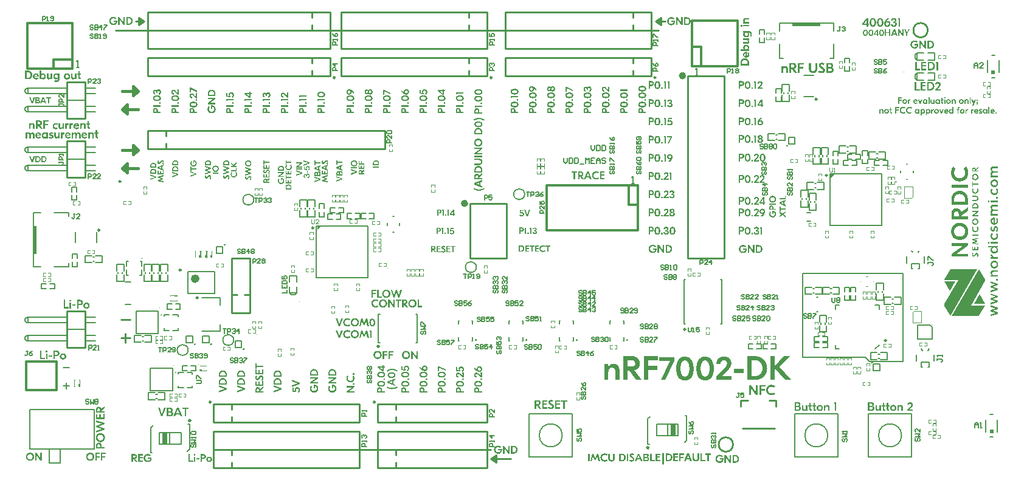
<source format=gto>
G04*
G04 #@! TF.GenerationSoftware,Altium Limited,Altium Designer,22.10.1 (41)*
G04*
G04 Layer_Color=65535*
%FSLAX24Y24*%
%MOIN*%
G70*
G04*
G04 #@! TF.SameCoordinates,909E230D-C440-470E-9760-442CD84647A0*
G04*
G04*
G04 #@! TF.FilePolarity,Positive*
G04*
G01*
G75*
%ADD10C,0.0098*%
%ADD11C,0.0118*%
%ADD12C,0.0060*%
%ADD13C,0.0200*%
%ADD14C,0.0039*%
%ADD15C,0.0100*%
%ADD16C,0.0059*%
%ADD17C,0.0236*%
%ADD18C,0.0049*%
%ADD19C,0.0157*%
%ADD20C,0.0079*%
%ADD21C,0.0060*%
%ADD22C,0.0050*%
%ADD23C,0.0090*%
%ADD24C,0.0080*%
%ADD25R,0.0252X0.0630*%
%ADD26R,0.0197X0.1575*%
%ADD27R,0.0049X0.0138*%
%ADD28R,0.0059X0.0138*%
%ADD29R,0.0059X0.0039*%
%ADD30R,0.0138X0.0049*%
%ADD31R,0.0138X0.0059*%
%ADD32R,0.0039X0.0059*%
%ADD33R,0.0197X0.0197*%
%ADD34R,0.0197X0.0226*%
%ADD35R,0.0049X0.0138*%
%ADD36R,0.0059X0.0138*%
%ADD37R,0.0049X0.0138*%
%ADD38R,0.0059X0.0138*%
%ADD39R,0.1575X0.0197*%
G36*
X52412Y16417D02*
X52279Y16327D01*
Y16304D01*
X52412D01*
Y16243D01*
X52079D01*
Y16366D01*
X52080Y16378D01*
X52080Y16384D01*
X52082Y16393D01*
X52085Y16407D01*
X52089Y16417D01*
X52094Y16426D01*
X52101Y16437D01*
X52105Y16442D01*
X52116Y16453D01*
X52123Y16457D01*
X52131Y16462D01*
X52138Y16465D01*
X52145Y16468D01*
X52158Y16471D01*
X52165Y16472D01*
X52176Y16473D01*
X52183Y16473D01*
X52189Y16473D01*
X52196Y16472D01*
X52203Y16471D01*
X52211Y16469D01*
X52221Y16465D01*
X52227Y16463D01*
X52235Y16458D01*
X52246Y16450D01*
X52255Y16441D01*
X52260Y16434D01*
X52265Y16425D01*
X52271Y16412D01*
X52275Y16402D01*
X52276Y16395D01*
X52412Y16493D01*
Y16417D01*
D02*
G37*
G36*
X53494Y16432D02*
X53267D01*
X53260Y16432D01*
X53254Y16432D01*
X53247Y16431D01*
X53241Y16430D01*
X53233Y16429D01*
X53226Y16427D01*
X53220Y16425D01*
X53213Y16422D01*
X53208Y16420D01*
X53202Y16416D01*
X53197Y16413D01*
X53192Y16409D01*
X53187Y16404D01*
X53184Y16399D01*
X53181Y16395D01*
X53178Y16389D01*
X53175Y16384D01*
X53173Y16377D01*
X53172Y16371D01*
X53171Y16366D01*
X53170Y16358D01*
X53170Y16351D01*
X53170Y16342D01*
X53171Y16336D01*
X53172Y16331D01*
X53174Y16323D01*
X53176Y16316D01*
X53179Y16311D01*
X53182Y16305D01*
X53187Y16298D01*
X53192Y16293D01*
X53195Y16289D01*
X53198Y16287D01*
X53202Y16284D01*
X53207Y16281D01*
X53213Y16278D01*
X53218Y16275D01*
X53225Y16273D01*
X53230Y16271D01*
X53235Y16270D01*
X53244Y16268D01*
X53251Y16267D01*
X53260Y16266D01*
X53269Y16266D01*
X53494D01*
Y16174D01*
X53264Y16174D01*
X53259Y16174D01*
X53252Y16174D01*
X53245Y16173D01*
X53238Y16172D01*
X53229Y16170D01*
X53221Y16168D01*
X53216Y16165D01*
X53210Y16163D01*
X53206Y16161D01*
X53200Y16157D01*
X53196Y16154D01*
X53191Y16149D01*
X53187Y16145D01*
X53184Y16141D01*
X53180Y16136D01*
X53178Y16132D01*
X53176Y16126D01*
X53173Y16120D01*
X53171Y16113D01*
X53170Y16106D01*
X53170Y16100D01*
X53170Y16093D01*
X53170Y16087D01*
X53170Y16081D01*
X53172Y16075D01*
X53173Y16069D01*
X53174Y16064D01*
X53177Y16058D01*
X53180Y16052D01*
X53183Y16047D01*
X53187Y16042D01*
X53190Y16037D01*
X53192Y16035D01*
X53197Y16031D01*
X53203Y16027D01*
X53208Y16023D01*
X53215Y16019D01*
X53222Y16016D01*
X53227Y16014D01*
X53234Y16012D01*
X53239Y16011D01*
X53243Y16010D01*
X53247Y16009D01*
X53254Y16009D01*
X53261Y16008D01*
X53268Y16008D01*
X53494Y16008D01*
Y15917D01*
X53095D01*
Y16008D01*
X53155D01*
X53150Y16012D01*
X53144Y16016D01*
X53140Y16020D01*
X53133Y16026D01*
X53128Y16031D01*
X53122Y16037D01*
X53116Y16044D01*
X53112Y16049D01*
X53107Y16056D01*
X53104Y16061D01*
X53101Y16067D01*
X53098Y16073D01*
X53096Y16078D01*
X53094Y16084D01*
X53090Y16096D01*
X53089Y16103D01*
X53087Y16113D01*
X53087Y16122D01*
X53086Y16131D01*
X53087Y16141D01*
X53087Y16147D01*
X53088Y16155D01*
X53090Y16163D01*
X53092Y16173D01*
X53094Y16177D01*
X53096Y16184D01*
X53098Y16189D01*
X53103Y16199D01*
X53107Y16205D01*
X53113Y16213D01*
X53116Y16218D01*
X53123Y16225D01*
X53130Y16231D01*
X53138Y16238D01*
X53142Y16241D01*
X53151Y16246D01*
X53157Y16249D01*
X53153Y16252D01*
X53147Y16257D01*
X53140Y16263D01*
X53135Y16268D01*
X53130Y16273D01*
X53125Y16278D01*
X53119Y16285D01*
X53116Y16290D01*
X53110Y16298D01*
X53107Y16304D01*
X53105Y16308D01*
X53101Y16314D01*
X53099Y16320D01*
X53095Y16331D01*
X53093Y16335D01*
X53090Y16347D01*
X53089Y16353D01*
X53088Y16360D01*
X53087Y16365D01*
X53087Y16372D01*
X53086Y16383D01*
X53087Y16392D01*
X53087Y16399D01*
X53088Y16404D01*
X53088Y16410D01*
X53089Y16417D01*
X53091Y16423D01*
X53092Y16430D01*
X53094Y16436D01*
X53097Y16442D01*
X53100Y16449D01*
X53103Y16455D01*
X53105Y16460D01*
X53109Y16466D01*
X53112Y16470D01*
X53118Y16478D01*
X53123Y16482D01*
X53128Y16488D01*
X53131Y16490D01*
X53135Y16494D01*
X53141Y16498D01*
X53145Y16500D01*
X53149Y16503D01*
X53159Y16508D01*
X53165Y16511D01*
X53176Y16515D01*
X53184Y16517D01*
X53191Y16519D01*
X53199Y16520D01*
X53209Y16522D01*
X53217Y16523D01*
X53228Y16523D01*
X53239Y16524D01*
X53494D01*
Y16432D01*
D02*
G37*
G36*
X44322Y15901D02*
Y16098D01*
X44519Y16098D01*
X44322Y15901D01*
D02*
G37*
G36*
X51781Y16481D02*
X51795Y16457D01*
X51807Y16435D01*
X51818Y16412D01*
X51827Y16388D01*
X51836Y16364D01*
X51842Y16343D01*
X51845Y16332D01*
X51849Y16313D01*
X51853Y16294D01*
X51856Y16277D01*
X51858Y16258D01*
X51859Y16247D01*
X51861Y16231D01*
X51861Y16216D01*
X51862Y16192D01*
X51862Y16173D01*
X51861Y16153D01*
X51860Y16138D01*
X51859Y16123D01*
X51857Y16109D01*
X51855Y16094D01*
X51852Y16077D01*
X51849Y16063D01*
X51845Y16044D01*
X51841Y16029D01*
X51837Y16015D01*
X51832Y16000D01*
X51826Y15984D01*
X51819Y15968D01*
X51816Y15960D01*
X51808Y15943D01*
X51803Y15935D01*
X51787Y15907D01*
X51780Y15896D01*
X51773Y15885D01*
X51753Y15859D01*
X51737Y15841D01*
X51716Y15820D01*
X51700Y15805D01*
X51681Y15790D01*
X51665Y15780D01*
X51648Y15769D01*
X51633Y15760D01*
X51620Y15753D01*
X51597Y15743D01*
X51577Y15734D01*
X51560Y15728D01*
X51543Y15723D01*
X51528Y15719D01*
X51506Y15713D01*
X51485Y15709D01*
X51464Y15706D01*
X51445Y15704D01*
X51432Y15703D01*
X51413Y15702D01*
X51393Y15702D01*
X51375Y15702D01*
X51360Y15703D01*
X51343Y15704D01*
X51324Y15706D01*
X51311Y15708D01*
X51290Y15712D01*
X51277Y15714D01*
X51254Y15720D01*
X51231Y15727D01*
X51222Y15730D01*
X51205Y15736D01*
X51195Y15740D01*
X51185Y15745D01*
X51174Y15750D01*
X51163Y15756D01*
X51149Y15763D01*
X51133Y15773D01*
X51111Y15787D01*
X51086Y15807D01*
X51066Y15826D01*
X51048Y15844D01*
X51038Y15854D01*
X51026Y15869D01*
X51017Y15882D01*
X51009Y15893D01*
X51002Y15904D01*
X50996Y15913D01*
X50985Y15932D01*
X50980Y15941D01*
X50972Y15958D01*
X50965Y15974D01*
X50959Y15990D01*
X50953Y16006D01*
X50948Y16021D01*
X50944Y16036D01*
X50939Y16059D01*
X50934Y16080D01*
X50931Y16102D01*
X50928Y16123D01*
X50926Y16145D01*
X50925Y16160D01*
X50925Y16181D01*
X50925Y16197D01*
X50926Y16221D01*
X50927Y16241D01*
X50929Y16264D01*
X50932Y16282D01*
X50936Y16303D01*
X50941Y16329D01*
X50948Y16354D01*
X50958Y16383D01*
X50967Y16406D01*
X50977Y16429D01*
X50982Y16438D01*
X50989Y16453D01*
X50998Y16469D01*
X51006Y16482D01*
X51016Y16497D01*
X51024Y16508D01*
X51167Y16413D01*
X51165Y16410D01*
X51153Y16392D01*
X51145Y16377D01*
X51136Y16361D01*
X51126Y16341D01*
X51119Y16323D01*
X51114Y16309D01*
X51107Y16288D01*
X51103Y16272D01*
X51100Y16259D01*
X51098Y16244D01*
X51095Y16227D01*
X51094Y16211D01*
X51093Y16199D01*
X51093Y16190D01*
X51093Y16181D01*
X51094Y16166D01*
X51094Y16156D01*
X51095Y16146D01*
X51097Y16131D01*
X51099Y16121D01*
X51101Y16110D01*
X51105Y16095D01*
X51109Y16079D01*
X51113Y16068D01*
X51117Y16057D01*
X51125Y16039D01*
X51132Y16026D01*
X51140Y16013D01*
X51151Y15996D01*
X51158Y15987D01*
X51169Y15974D01*
X51178Y15964D01*
X51192Y15952D01*
X51208Y15938D01*
X51222Y15929D01*
X51241Y15918D01*
X51255Y15911D01*
X51268Y15905D01*
X51284Y15899D01*
X51294Y15896D01*
X51309Y15892D01*
X51323Y15889D01*
X51340Y15886D01*
X51357Y15884D01*
X51374Y15882D01*
X51398Y15882D01*
X51421Y15883D01*
X51442Y15885D01*
X51463Y15888D01*
X51481Y15893D01*
X51501Y15898D01*
X51517Y15905D01*
X51537Y15913D01*
X51552Y15922D01*
X51574Y15935D01*
X51595Y15952D01*
X51608Y15964D01*
X51620Y15976D01*
X51631Y15990D01*
X51638Y15999D01*
X51644Y16008D01*
X51649Y16015D01*
X51657Y16029D01*
X51663Y16042D01*
X51671Y16060D01*
X51677Y16076D01*
X51682Y16093D01*
X51686Y16108D01*
X51690Y16129D01*
X51693Y16154D01*
X51694Y16180D01*
X51694Y16195D01*
X51692Y16219D01*
X51690Y16240D01*
X51687Y16258D01*
X51683Y16275D01*
X51678Y16294D01*
X51675Y16304D01*
X51669Y16320D01*
X51664Y16333D01*
X51652Y16359D01*
X51638Y16384D01*
X51628Y16401D01*
X51619Y16413D01*
X51763Y16508D01*
X51781Y16481D01*
D02*
G37*
G36*
X52268Y16117D02*
X52284Y16115D01*
X52291Y16113D01*
X52302Y16110D01*
X52310Y16107D01*
X52319Y16104D01*
X52330Y16099D01*
X52337Y16095D01*
X52346Y16089D01*
X52353Y16084D01*
X52361Y16078D01*
X52368Y16071D01*
X52376Y16063D01*
X52386Y16050D01*
X52391Y16043D01*
X52395Y16037D01*
X52401Y16026D01*
X52405Y16016D01*
X52409Y16006D01*
X52411Y15997D01*
X52414Y15989D01*
X52416Y15977D01*
X52417Y15969D01*
X52418Y15958D01*
X52419Y15950D01*
X52418Y15933D01*
X52418Y15926D01*
X52417Y15919D01*
X52415Y15908D01*
X52413Y15896D01*
X52410Y15888D01*
X52406Y15874D01*
X52401Y15865D01*
X52396Y15854D01*
X52392Y15848D01*
X52388Y15841D01*
X52382Y15833D01*
X52376Y15825D01*
X52369Y15818D01*
X52362Y15812D01*
X52353Y15805D01*
X52345Y15799D01*
X52337Y15794D01*
X52325Y15788D01*
X52315Y15783D01*
X52307Y15780D01*
X52299Y15778D01*
X52288Y15775D01*
X52278Y15773D01*
X52269Y15772D01*
X52246Y15770D01*
X52239Y15770D01*
X52228Y15771D01*
X52213Y15773D01*
X52200Y15775D01*
X52189Y15778D01*
X52182Y15781D01*
X52168Y15786D01*
X52157Y15792D01*
X52150Y15796D01*
X52141Y15802D01*
X52133Y15808D01*
X52121Y15819D01*
X52114Y15826D01*
X52109Y15832D01*
X52104Y15838D01*
X52099Y15846D01*
X52096Y15852D01*
X52092Y15858D01*
X52085Y15873D01*
X52082Y15882D01*
X52078Y15895D01*
X52076Y15903D01*
X52075Y15911D01*
X52073Y15922D01*
X52072Y15930D01*
X52072Y15940D01*
Y15948D01*
X52072Y15955D01*
X52073Y15966D01*
X52074Y15974D01*
X52075Y15982D01*
X52077Y15990D01*
X52079Y15998D01*
X52082Y16007D01*
X52088Y16021D01*
X52093Y16032D01*
X52096Y16038D01*
X52100Y16044D01*
X52105Y16051D01*
X52112Y16060D01*
X52117Y16065D01*
X52122Y16071D01*
X52133Y16081D01*
X52140Y16085D01*
X52146Y16090D01*
X52153Y16094D01*
X52160Y16098D01*
X52171Y16104D01*
X52181Y16107D01*
X52189Y16110D01*
X52196Y16112D01*
X52203Y16114D01*
X52210Y16115D01*
X52223Y16117D01*
X52234Y16118D01*
X52248Y16118D01*
X52268Y16117D01*
D02*
G37*
G36*
X52136Y15586D02*
X52412Y15586D01*
X52412Y15525D01*
X52136D01*
X52136Y15434D01*
X52079D01*
Y15677D01*
X52136D01*
Y15586D01*
D02*
G37*
G36*
X53300Y15812D02*
X53312Y15812D01*
X53319Y15811D01*
X53327Y15810D01*
X53339Y15808D01*
X53346Y15806D01*
X53353Y15804D01*
X53363Y15801D01*
X53371Y15798D01*
X53379Y15794D01*
X53388Y15790D01*
X53398Y15785D01*
X53407Y15780D01*
X53414Y15775D01*
X53426Y15766D01*
X53432Y15761D01*
X53438Y15755D01*
X53445Y15748D01*
X53450Y15743D01*
X53460Y15731D01*
X53464Y15724D01*
X53469Y15717D01*
X53474Y15710D01*
X53479Y15700D01*
X53482Y15693D01*
X53487Y15682D01*
X53491Y15672D01*
X53493Y15665D01*
X53496Y15656D01*
X53498Y15648D01*
X53499Y15640D01*
X53500Y15634D01*
X53502Y15621D01*
X53503Y15610D01*
X53503Y15599D01*
X53503Y15588D01*
X53502Y15577D01*
X53501Y15565D01*
X53500Y15558D01*
X53498Y15551D01*
X53496Y15544D01*
X53494Y15535D01*
X53491Y15526D01*
X53487Y15515D01*
X53484Y15506D01*
X53479Y15496D01*
X53474Y15487D01*
X53466Y15475D01*
X53461Y15468D01*
X53454Y15459D01*
X53446Y15451D01*
X53441Y15446D01*
X53434Y15439D01*
X53424Y15430D01*
X53413Y15422D01*
X53404Y15416D01*
X53397Y15412D01*
X53388Y15408D01*
X53379Y15404D01*
X53370Y15400D01*
X53358Y15396D01*
X53348Y15393D01*
X53333Y15390D01*
X53320Y15388D01*
X53309Y15387D01*
X53295Y15387D01*
Y15478D01*
X53307Y15479D01*
X53316Y15480D01*
X53328Y15482D01*
X53340Y15486D01*
X53347Y15488D01*
X53355Y15492D01*
X53365Y15497D01*
X53374Y15503D01*
X53383Y15511D01*
X53390Y15517D01*
X53394Y15522D01*
X53399Y15527D01*
X53405Y15536D01*
X53409Y15543D01*
X53413Y15552D01*
X53416Y15559D01*
X53419Y15569D01*
X53421Y15578D01*
X53422Y15586D01*
X53423Y15594D01*
X53423Y15604D01*
X53422Y15613D01*
X53421Y15621D01*
X53420Y15629D01*
X53418Y15637D01*
X53415Y15643D01*
X53412Y15651D01*
X53407Y15661D01*
X53403Y15667D01*
X53397Y15676D01*
X53392Y15681D01*
X53385Y15688D01*
X53378Y15694D01*
X53372Y15699D01*
X53366Y15703D01*
X53359Y15706D01*
X53353Y15709D01*
X53347Y15712D01*
X53341Y15714D01*
X53334Y15716D01*
X53328Y15717D01*
X53321Y15719D01*
X53314Y15720D01*
X53307Y15720D01*
X53300Y15721D01*
X53290Y15721D01*
X53280Y15720D01*
X53270Y15718D01*
X53259Y15716D01*
X53249Y15713D01*
X53239Y15709D01*
X53230Y15704D01*
X53221Y15699D01*
X53212Y15693D01*
X53203Y15685D01*
X53199Y15681D01*
X53194Y15675D01*
X53188Y15668D01*
X53181Y15657D01*
X53178Y15650D01*
X53174Y15639D01*
X53171Y15630D01*
X53169Y15622D01*
X53168Y15615D01*
X53167Y15606D01*
X53167Y15596D01*
X53167Y15589D01*
X53168Y15580D01*
X53170Y15570D01*
X53172Y15562D01*
X53174Y15556D01*
X53177Y15548D01*
X53180Y15541D01*
X53186Y15531D01*
X53193Y15523D01*
X53200Y15514D01*
X53207Y15508D01*
X53214Y15503D01*
X53219Y15499D01*
X53228Y15494D01*
X53234Y15491D01*
X53246Y15486D01*
X53257Y15483D01*
X53270Y15480D01*
X53280Y15479D01*
X53287Y15478D01*
X53295Y15478D01*
X53295Y15387D01*
X53280Y15387D01*
X53270Y15388D01*
X53258Y15390D01*
X53243Y15393D01*
X53233Y15396D01*
X53225Y15398D01*
X53215Y15402D01*
X53205Y15407D01*
X53196Y15412D01*
X53187Y15417D01*
X53178Y15423D01*
X53169Y15429D01*
X53160Y15436D01*
X53153Y15442D01*
X53148Y15447D01*
X53143Y15452D01*
X53138Y15458D01*
X53129Y15469D01*
X53124Y15476D01*
X53118Y15485D01*
X53115Y15491D01*
X53109Y15502D01*
X53105Y15510D01*
X53102Y15517D01*
X53100Y15523D01*
X53096Y15534D01*
X53093Y15544D01*
X53091Y15552D01*
X53090Y15560D01*
X53089Y15567D01*
X53088Y15574D01*
X53087Y15585D01*
X53086Y15596D01*
X53087Y15605D01*
X53087Y15620D01*
X53089Y15631D01*
X53090Y15643D01*
X53092Y15650D01*
X53094Y15657D01*
X53096Y15665D01*
X53101Y15679D01*
X53104Y15687D01*
X53110Y15700D01*
X53114Y15708D01*
X53118Y15714D01*
X53122Y15720D01*
X53127Y15728D01*
X53132Y15735D01*
X53137Y15741D01*
X53142Y15747D01*
X53148Y15753D01*
X53154Y15758D01*
X53160Y15764D01*
X53165Y15768D01*
X53173Y15774D01*
X53178Y15778D01*
X53185Y15782D01*
X53190Y15785D01*
X53201Y15791D01*
X53207Y15794D01*
X53214Y15797D01*
X53221Y15799D01*
X53227Y15802D01*
X53236Y15804D01*
X53242Y15806D01*
X53255Y15809D01*
X53262Y15810D01*
X53273Y15811D01*
X53282Y15812D01*
X53290Y15812D01*
X53300Y15812D01*
D02*
G37*
G36*
X51843Y15359D02*
X50944D01*
Y15525D01*
X51843D01*
Y15359D01*
D02*
G37*
G36*
X52385Y15331D02*
X52390Y15324D01*
X52397Y15312D01*
X52402Y15300D01*
X52407Y15288D01*
X52412Y15273D01*
X52413Y15269D01*
X52414Y15262D01*
X52416Y15254D01*
X52417Y15244D01*
X52418Y15232D01*
X52419Y15223D01*
X52419Y15214D01*
X52419Y15206D01*
X52418Y15198D01*
X52417Y15187D01*
X52415Y15177D01*
X52414Y15169D01*
X52411Y15158D01*
X52409Y15152D01*
X52406Y15144D01*
X52403Y15135D01*
X52399Y15126D01*
X52393Y15116D01*
X52386Y15104D01*
X52378Y15095D01*
X52372Y15088D01*
X52361Y15077D01*
X52351Y15069D01*
X52340Y15062D01*
X52334Y15058D01*
X52329Y15056D01*
X52325Y15054D01*
X52317Y15050D01*
X52307Y15047D01*
X52295Y15043D01*
X52284Y15041D01*
X52274Y15039D01*
X52267Y15038D01*
X52257Y15037D01*
X52250Y15037D01*
X52243Y15037D01*
X52236Y15037D01*
X52232Y15037D01*
X52222Y15038D01*
X52215Y15039D01*
X52207Y15040D01*
X52199Y15042D01*
X52185Y15046D01*
X52179Y15048D01*
X52172Y15051D01*
X52164Y15054D01*
X52155Y15059D01*
X52149Y15063D01*
X52141Y15068D01*
X52124Y15083D01*
X52114Y15093D01*
X52109Y15099D01*
X52106Y15103D01*
X52100Y15111D01*
X52096Y15119D01*
X52093Y15125D01*
X52089Y15132D01*
X52087Y15138D01*
X52084Y15145D01*
X52081Y15152D01*
X52080Y15158D01*
X52078Y15165D01*
X52076Y15172D01*
X52075Y15179D01*
X52073Y15190D01*
X52072Y15201D01*
X52072Y15216D01*
X52072Y15227D01*
X52073Y15236D01*
X52074Y15249D01*
X52077Y15262D01*
X52081Y15278D01*
X52085Y15292D01*
X52091Y15306D01*
X52093Y15309D01*
X52098Y15319D01*
X52102Y15326D01*
X52109Y15335D01*
X52162Y15300D01*
X52160Y15298D01*
X52157Y15292D01*
X52153Y15287D01*
X52150Y15281D01*
X52148Y15276D01*
X52145Y15270D01*
X52141Y15259D01*
X52139Y15251D01*
X52135Y15236D01*
X52134Y15223D01*
X52134Y15219D01*
X52134Y15210D01*
X52135Y15201D01*
X52136Y15194D01*
X52137Y15186D01*
X52140Y15179D01*
X52142Y15170D01*
X52146Y15162D01*
X52151Y15152D01*
X52155Y15146D01*
X52162Y15138D01*
X52171Y15128D01*
X52182Y15121D01*
X52192Y15115D01*
X52197Y15113D01*
X52203Y15110D01*
X52213Y15107D01*
X52219Y15106D01*
X52227Y15105D01*
X52234Y15104D01*
X52241Y15103D01*
X52248Y15103D01*
X52256Y15104D01*
X52265Y15105D01*
X52273Y15106D01*
X52283Y15109D01*
X52294Y15113D01*
X52301Y15116D01*
X52312Y15123D01*
X52323Y15132D01*
X52334Y15144D01*
X52340Y15153D01*
X52341Y15156D01*
X52345Y15163D01*
X52348Y15169D01*
X52350Y15176D01*
X52353Y15185D01*
X52354Y15191D01*
X52356Y15200D01*
X52356Y15208D01*
X52357Y15219D01*
X52356Y15228D01*
X52355Y15237D01*
X52352Y15252D01*
X52350Y15257D01*
X52349Y15261D01*
X52346Y15269D01*
X52343Y15275D01*
X52341Y15281D01*
X52336Y15289D01*
X52333Y15294D01*
X52329Y15300D01*
X52382Y15335D01*
X52385Y15331D01*
D02*
G37*
G36*
X53431Y15322D02*
X53437Y15317D01*
X53442Y15311D01*
X53448Y15305D01*
X53453Y15299D01*
X53459Y15293D01*
X53465Y15285D01*
X53470Y15279D01*
X53473Y15273D01*
X53477Y15266D01*
X53482Y15258D01*
X53485Y15253D01*
X53488Y15245D01*
X53491Y15238D01*
X53493Y15231D01*
X53495Y15223D01*
X53497Y15218D01*
X53499Y15208D01*
X53500Y15201D01*
X53501Y15193D01*
X53502Y15186D01*
X53503Y15177D01*
X53503Y15171D01*
X53503Y15165D01*
X53503Y15156D01*
X53503Y15151D01*
X53502Y15140D01*
X53501Y15135D01*
X53500Y15128D01*
X53499Y15121D01*
X53498Y15114D01*
X53496Y15105D01*
X53492Y15094D01*
X53488Y15081D01*
X53482Y15068D01*
X53477Y15059D01*
X53471Y15050D01*
X53466Y15042D01*
X53459Y15033D01*
X53452Y15024D01*
X53445Y15017D01*
X53439Y15010D01*
X53431Y15003D01*
X53422Y14996D01*
X53414Y14991D01*
X53406Y14985D01*
X53398Y14980D01*
X53388Y14976D01*
X53378Y14971D01*
X53367Y14967D01*
X53356Y14963D01*
X53350Y14962D01*
X53335Y14958D01*
X53323Y14957D01*
X53313Y14956D01*
X53304Y14955D01*
X53295Y14955D01*
X53284Y14955D01*
X53270Y14956D01*
X53263Y14957D01*
X53254Y14959D01*
X53242Y14962D01*
X53234Y14964D01*
X53226Y14966D01*
X53218Y14969D01*
X53209Y14973D01*
X53198Y14978D01*
X53191Y14982D01*
X53183Y14987D01*
X53175Y14992D01*
X53167Y14998D01*
X53159Y15004D01*
X53151Y15011D01*
X53144Y15018D01*
X53136Y15027D01*
X53130Y15034D01*
X53124Y15042D01*
X53118Y15051D01*
X53113Y15059D01*
X53108Y15069D01*
X53105Y15076D01*
X53102Y15083D01*
X53098Y15094D01*
X53094Y15105D01*
X53092Y15114D01*
X53090Y15122D01*
X53088Y15136D01*
X53087Y15148D01*
X53087Y15153D01*
X53086Y15164D01*
X53087Y15176D01*
X53087Y15185D01*
X53088Y15196D01*
X53091Y15209D01*
X53092Y15215D01*
X53094Y15223D01*
X53097Y15236D01*
X53102Y15249D01*
X53107Y15259D01*
X53113Y15271D01*
X53115Y15274D01*
X53117Y15277D01*
X53120Y15282D01*
X53122Y15286D01*
X53125Y15289D01*
X53128Y15293D01*
X53132Y15298D01*
X53134Y15300D01*
X53137Y15304D01*
X53142Y15309D01*
X53149Y15316D01*
X53155Y15322D01*
X53217Y15265D01*
X53214Y15262D01*
X53210Y15258D01*
X53207Y15255D01*
X53204Y15252D01*
X53201Y15249D01*
X53196Y15243D01*
X53192Y15239D01*
X53188Y15232D01*
X53185Y15227D01*
X53181Y15222D01*
X53179Y15217D01*
X53177Y15213D01*
X53175Y15208D01*
X53172Y15201D01*
X53171Y15194D01*
X53170Y15192D01*
X53168Y15185D01*
X53167Y15176D01*
X53167Y15169D01*
X53167Y15162D01*
X53167Y15156D01*
X53167Y15149D01*
X53168Y15145D01*
X53169Y15139D01*
X53170Y15133D01*
X53172Y15127D01*
X53175Y15120D01*
X53178Y15113D01*
X53181Y15107D01*
X53184Y15102D01*
X53190Y15095D01*
X53192Y15091D01*
X53198Y15086D01*
X53203Y15080D01*
X53209Y15075D01*
X53215Y15070D01*
X53219Y15068D01*
X53226Y15064D01*
X53233Y15060D01*
X53242Y15056D01*
X53246Y15055D01*
X53251Y15053D01*
X53256Y15051D01*
X53261Y15050D01*
X53267Y15049D01*
X53272Y15048D01*
X53278Y15047D01*
X53283Y15047D01*
X53289Y15047D01*
X53295Y15046D01*
X53302Y15047D01*
X53309Y15047D01*
X53316Y15048D01*
X53323Y15049D01*
X53330Y15051D01*
X53337Y15053D01*
X53344Y15055D01*
X53350Y15057D01*
X53357Y15060D01*
X53364Y15064D01*
X53370Y15068D01*
X53373Y15070D01*
X53377Y15072D01*
X53380Y15075D01*
X53383Y15078D01*
X53387Y15081D01*
X53390Y15084D01*
X53394Y15089D01*
X53399Y15094D01*
X53402Y15099D01*
X53406Y15104D01*
X53410Y15111D01*
X53412Y15116D01*
X53415Y15124D01*
X53417Y15130D01*
X53419Y15134D01*
X53420Y15141D01*
X53422Y15147D01*
X53422Y15153D01*
X53423Y15160D01*
X53423Y15164D01*
X53423Y15173D01*
X53422Y15179D01*
X53422Y15185D01*
X53421Y15190D01*
X53420Y15194D01*
X53418Y15202D01*
X53415Y15210D01*
X53413Y15215D01*
X53410Y15222D01*
X53406Y15229D01*
X53403Y15235D01*
X53398Y15241D01*
X53395Y15246D01*
X53390Y15252D01*
X53386Y15256D01*
X53382Y15261D01*
X53376Y15267D01*
X53374Y15269D01*
X53428Y15325D01*
X53431Y15322D01*
D02*
G37*
G36*
X53494Y14771D02*
X53390D01*
Y14872D01*
X53494D01*
Y14771D01*
D02*
G37*
G36*
X52288Y14910D02*
X52297Y14910D01*
X52306Y14909D01*
X52316Y14907D01*
X52327Y14905D01*
X52335Y14902D01*
X52344Y14899D01*
X52353Y14895D01*
X52363Y14889D01*
X52370Y14884D01*
X52379Y14877D01*
X52391Y14863D01*
X52396Y14857D01*
X52400Y14850D01*
X52404Y14843D01*
X52406Y14838D01*
X52410Y14828D01*
X52413Y14818D01*
X52415Y14810D01*
X52417Y14801D01*
X52417Y14792D01*
X52418Y14783D01*
X52418Y14774D01*
X52418Y14762D01*
X52417Y14753D01*
X52416Y14744D01*
X52415Y14736D01*
X52413Y14728D01*
X52410Y14719D01*
X52407Y14710D01*
X52402Y14700D01*
X52397Y14692D01*
X52387Y14679D01*
X52373Y14665D01*
X52362Y14657D01*
X52356Y14654D01*
X52349Y14650D01*
X52341Y14647D01*
X52331Y14643D01*
X52322Y14641D01*
X52309Y14638D01*
X52299Y14637D01*
X52290Y14637D01*
X52281Y14636D01*
X52079D01*
X52079Y14701D01*
X52277D01*
X52279Y14701D01*
X52291Y14701D01*
X52300Y14703D01*
X52309Y14706D01*
X52317Y14709D01*
X52324Y14713D01*
X52331Y14717D01*
X52337Y14723D01*
X52345Y14733D01*
X52349Y14740D01*
X52352Y14749D01*
X52354Y14759D01*
X52355Y14765D01*
X52356Y14772D01*
X52355Y14781D01*
X52355Y14787D01*
X52353Y14796D01*
X52350Y14804D01*
X52346Y14811D01*
X52343Y14817D01*
X52333Y14828D01*
X52326Y14833D01*
X52319Y14837D01*
X52309Y14841D01*
X52301Y14844D01*
X52293Y14845D01*
X52283Y14846D01*
X52277Y14846D01*
X52079D01*
Y14911D01*
X52281D01*
X52288Y14910D01*
D02*
G37*
G36*
X53494Y14555D02*
X53095D01*
Y14647D01*
X53494D01*
X53494Y14555D01*
D02*
G37*
G36*
X53034Y14551D02*
X52947D01*
Y14650D01*
X53034D01*
Y14551D01*
D02*
G37*
G36*
X51414Y15185D02*
X51430Y15184D01*
X51441Y15183D01*
X51458Y15181D01*
X51474Y15179D01*
X51491Y15176D01*
X51509Y15173D01*
X51515Y15171D01*
X51527Y15168D01*
X51540Y15165D01*
X51560Y15158D01*
X51574Y15153D01*
X51590Y15146D01*
X51608Y15138D01*
X51618Y15133D01*
X51641Y15120D01*
X51657Y15109D01*
X51675Y15097D01*
X51690Y15084D01*
X51707Y15069D01*
X51725Y15050D01*
X51734Y15040D01*
X51752Y15018D01*
X51765Y14999D01*
X51776Y14982D01*
X51784Y14967D01*
X51792Y14952D01*
X51799Y14938D01*
X51804Y14924D01*
X51810Y14911D01*
X51815Y14897D01*
X51821Y14878D01*
X51826Y14859D01*
X51830Y14839D01*
X51833Y14826D01*
X51835Y14812D01*
X51841Y14769D01*
X51842Y14737D01*
X51843Y14718D01*
Y14430D01*
X50944D01*
X50944Y14731D01*
X50945Y14750D01*
X50946Y14769D01*
X50948Y14788D01*
X50951Y14806D01*
X50955Y14832D01*
X50959Y14852D01*
X50962Y14864D01*
X50964Y14871D01*
X50968Y14884D01*
X50972Y14896D01*
X50977Y14910D01*
X50982Y14923D01*
X50987Y14936D01*
X50997Y14957D01*
X51005Y14972D01*
X51010Y14980D01*
X51014Y14987D01*
X51025Y15004D01*
X51031Y15013D01*
X51039Y15023D01*
X51048Y15034D01*
X51059Y15047D01*
X51077Y15066D01*
X51092Y15081D01*
X51106Y15092D01*
X51123Y15105D01*
X51139Y15115D01*
X51153Y15124D01*
X51175Y15136D01*
X51193Y15145D01*
X51210Y15152D01*
X51225Y15157D01*
X51246Y15164D01*
X51258Y15168D01*
X51277Y15172D01*
X51295Y15176D01*
X51312Y15179D01*
X51328Y15181D01*
X51339Y15182D01*
X51356Y15184D01*
X51368Y15184D01*
X51383Y15185D01*
X51399Y15185D01*
X51414Y15185D01*
D02*
G37*
G36*
X52251Y14510D02*
X52261Y14509D01*
X52269Y14508D01*
X52279Y14507D01*
X52286Y14506D01*
X52300Y14502D01*
X52312Y14498D01*
X52321Y14494D01*
X52328Y14491D01*
X52337Y14486D01*
X52343Y14482D01*
X52359Y14469D01*
X52372Y14456D01*
X52383Y14441D01*
X52393Y14424D01*
X52399Y14411D01*
X52404Y14396D01*
X52407Y14384D01*
X52409Y14373D01*
X52410Y14367D01*
X52411Y14353D01*
X52412Y14337D01*
Y14230D01*
X52079D01*
Y14337D01*
X52079Y14347D01*
X52080Y14356D01*
X52081Y14367D01*
X52082Y14374D01*
X52084Y14382D01*
X52086Y14390D01*
X52088Y14398D01*
X52090Y14405D01*
X52092Y14410D01*
X52098Y14423D01*
X52102Y14431D01*
X52105Y14437D01*
X52111Y14446D01*
X52117Y14454D01*
X52122Y14459D01*
X52128Y14466D01*
X52140Y14477D01*
X52151Y14484D01*
X52165Y14492D01*
X52171Y14495D01*
X52180Y14499D01*
X52188Y14501D01*
X52195Y14503D01*
X52204Y14506D01*
X52211Y14507D01*
X52223Y14509D01*
X52232Y14509D01*
X52243Y14510D01*
X52251Y14510D01*
D02*
G37*
G36*
X51843Y14082D02*
X51485Y13838D01*
Y13776D01*
X51843D01*
Y13612D01*
X50944D01*
Y13943D01*
X50944Y13956D01*
X50945Y13972D01*
X50946Y13986D01*
X50949Y14007D01*
X50952Y14020D01*
X50955Y14036D01*
X50958Y14047D01*
X50964Y14064D01*
X50971Y14083D01*
X50979Y14098D01*
X50986Y14111D01*
X50992Y14120D01*
X50999Y14130D01*
X51008Y14142D01*
X51015Y14150D01*
X51025Y14161D01*
X51036Y14171D01*
X51046Y14179D01*
X51063Y14191D01*
X51079Y14201D01*
X51092Y14207D01*
X51102Y14212D01*
X51112Y14216D01*
X51121Y14219D01*
X51130Y14222D01*
X51142Y14225D01*
X51154Y14227D01*
X51165Y14229D01*
X51173Y14230D01*
X51187Y14232D01*
X51199Y14233D01*
X51209Y14233D01*
X51220Y14233D01*
X51231Y14233D01*
X51249Y14232D01*
X51264Y14230D01*
X51279Y14227D01*
X51291Y14224D01*
X51299Y14222D01*
X51308Y14219D01*
X51317Y14216D01*
X51332Y14210D01*
X51343Y14205D01*
X51357Y14198D01*
X51365Y14193D01*
X51375Y14186D01*
X51388Y14177D01*
X51399Y14167D01*
X51407Y14160D01*
X51418Y14147D01*
X51429Y14134D01*
X51437Y14123D01*
X51445Y14109D01*
X51450Y14100D01*
X51456Y14088D01*
X51461Y14077D01*
X51466Y14063D01*
X51469Y14052D01*
X51472Y14042D01*
X51475Y14032D01*
X51477Y14023D01*
X51843Y14289D01*
Y14082D01*
D02*
G37*
G36*
X53494Y14336D02*
X53267Y14336D01*
X53260Y14336D01*
X53254Y14336D01*
X53247Y14335D01*
X53241Y14334D01*
X53233Y14333D01*
X53226Y14331D01*
X53220Y14329D01*
X53213Y14326D01*
X53208Y14324D01*
X53202Y14320D01*
X53197Y14317D01*
X53192Y14313D01*
X53187Y14308D01*
X53184Y14303D01*
X53181Y14299D01*
X53178Y14293D01*
X53175Y14288D01*
X53173Y14281D01*
X53172Y14275D01*
X53171Y14269D01*
X53170Y14261D01*
X53170Y14255D01*
X53170Y14246D01*
X53171Y14240D01*
X53172Y14235D01*
X53174Y14227D01*
X53176Y14220D01*
X53179Y14215D01*
X53182Y14209D01*
X53187Y14201D01*
X53192Y14197D01*
X53195Y14193D01*
X53198Y14191D01*
X53202Y14188D01*
X53207Y14185D01*
X53213Y14182D01*
X53218Y14179D01*
X53225Y14176D01*
X53230Y14175D01*
X53235Y14174D01*
X53244Y14172D01*
X53251Y14171D01*
X53260Y14170D01*
X53269Y14170D01*
X53494D01*
Y14078D01*
X53264Y14078D01*
X53259Y14078D01*
X53252Y14078D01*
X53245Y14077D01*
X53238Y14076D01*
X53229Y14074D01*
X53221Y14071D01*
X53216Y14069D01*
X53210Y14067D01*
X53206Y14065D01*
X53200Y14061D01*
X53196Y14057D01*
X53191Y14053D01*
X53187Y14049D01*
X53184Y14045D01*
X53180Y14040D01*
X53178Y14036D01*
X53176Y14030D01*
X53173Y14024D01*
X53171Y14016D01*
X53170Y14010D01*
X53170Y14004D01*
X53170Y13997D01*
X53170Y13991D01*
X53170Y13985D01*
X53172Y13978D01*
X53173Y13973D01*
X53174Y13968D01*
X53177Y13962D01*
X53180Y13956D01*
X53183Y13951D01*
X53187Y13946D01*
X53190Y13941D01*
X53192Y13939D01*
X53197Y13935D01*
X53203Y13931D01*
X53208Y13927D01*
X53215Y13923D01*
X53222Y13920D01*
X53227Y13918D01*
X53234Y13916D01*
X53239Y13915D01*
X53243Y13914D01*
X53247Y13913D01*
X53254Y13913D01*
X53261Y13912D01*
X53268Y13912D01*
X53494D01*
Y13820D01*
X53095D01*
X53095Y13912D01*
X53155D01*
X53150Y13916D01*
X53144Y13920D01*
X53140Y13924D01*
X53133Y13930D01*
X53128Y13935D01*
X53122Y13941D01*
X53116Y13948D01*
X53112Y13953D01*
X53107Y13960D01*
X53104Y13965D01*
X53101Y13971D01*
X53098Y13977D01*
X53096Y13982D01*
X53094Y13988D01*
X53090Y14000D01*
X53089Y14007D01*
X53087Y14016D01*
X53087Y14026D01*
X53086Y14035D01*
X53087Y14044D01*
X53087Y14050D01*
X53088Y14058D01*
X53090Y14067D01*
X53092Y14077D01*
X53094Y14081D01*
X53096Y14087D01*
X53098Y14093D01*
X53103Y14103D01*
X53107Y14109D01*
X53113Y14117D01*
X53116Y14122D01*
X53123Y14129D01*
X53130Y14135D01*
X53138Y14141D01*
X53142Y14145D01*
X53151Y14150D01*
X53157Y14153D01*
X53153Y14156D01*
X53147Y14161D01*
X53140Y14167D01*
X53135Y14171D01*
X53130Y14176D01*
X53125Y14182D01*
X53119Y14189D01*
X53116Y14194D01*
X53110Y14202D01*
X53107Y14208D01*
X53105Y14212D01*
X53101Y14218D01*
X53099Y14224D01*
X53095Y14235D01*
X53093Y14239D01*
X53090Y14251D01*
X53089Y14257D01*
X53088Y14264D01*
X53087Y14269D01*
X53087Y14276D01*
X53086Y14287D01*
X53087Y14296D01*
X53087Y14303D01*
X53088Y14308D01*
X53088Y14314D01*
X53089Y14321D01*
X53091Y14327D01*
X53092Y14334D01*
X53094Y14340D01*
X53097Y14346D01*
X53100Y14353D01*
X53103Y14359D01*
X53105Y14364D01*
X53109Y14370D01*
X53112Y14374D01*
X53118Y14382D01*
X53123Y14386D01*
X53128Y14391D01*
X53131Y14394D01*
X53135Y14398D01*
X53141Y14402D01*
X53145Y14404D01*
X53149Y14407D01*
X53159Y14412D01*
X53165Y14415D01*
X53176Y14418D01*
X53184Y14421D01*
X53191Y14422D01*
X53199Y14424D01*
X53209Y14426D01*
X53217Y14426D01*
X53228Y14427D01*
X53239Y14427D01*
X53494D01*
Y14336D01*
D02*
G37*
G36*
X52413Y14023D02*
X52185Y13861D01*
X52413D01*
X52413Y13800D01*
X52080D01*
Y13857D01*
X52309Y14019D01*
X52080D01*
Y14080D01*
X52413D01*
Y14023D01*
D02*
G37*
G36*
X53310Y13717D02*
X53316Y13716D01*
X53322Y13716D01*
X53327Y13715D01*
Y13422D01*
X53330Y13423D01*
X53335Y13424D01*
X53338Y13424D01*
X53343Y13425D01*
X53347Y13427D01*
X53352Y13428D01*
X53357Y13430D01*
X53362Y13432D01*
X53367Y13434D01*
X53373Y13438D01*
X53379Y13441D01*
X53383Y13444D01*
X53387Y13447D01*
X53393Y13452D01*
X53398Y13457D01*
X53400Y13459D01*
X53404Y13464D01*
X53407Y13468D01*
X53411Y13474D01*
X53414Y13478D01*
X53417Y13484D01*
X53418Y13487D01*
X53420Y13492D01*
X53422Y13496D01*
X53423Y13500D01*
X53425Y13507D01*
X53426Y13512D01*
X53427Y13516D01*
X53427Y13521D01*
X53428Y13527D01*
X53428Y13530D01*
X53428Y13535D01*
X53428Y13540D01*
X53428Y13544D01*
X53428Y13550D01*
X53427Y13554D01*
X53427Y13559D01*
X53426Y13564D01*
X53425Y13569D01*
X53424Y13572D01*
X53423Y13578D01*
X53421Y13583D01*
X53419Y13589D01*
X53416Y13595D01*
X53414Y13600D01*
X53410Y13607D01*
X53408Y13610D01*
X53407Y13613D01*
X53404Y13616D01*
X53402Y13620D01*
X53398Y13625D01*
X53395Y13629D01*
X53391Y13633D01*
X53387Y13638D01*
X53383Y13642D01*
X53381Y13645D01*
X53428Y13699D01*
X53433Y13695D01*
X53437Y13691D01*
X53442Y13686D01*
X53447Y13681D01*
X53452Y13676D01*
X53456Y13671D01*
X53460Y13666D01*
X53465Y13660D01*
X53467Y13657D01*
X53470Y13652D01*
X53474Y13647D01*
X53475Y13644D01*
X53478Y13639D01*
X53482Y13633D01*
X53484Y13628D01*
X53487Y13622D01*
X53489Y13616D01*
X53491Y13611D01*
X53493Y13603D01*
X53495Y13596D01*
X53497Y13588D01*
X53499Y13582D01*
X53500Y13575D01*
X53501Y13566D01*
X53502Y13560D01*
X53502Y13554D01*
X53503Y13550D01*
X53503Y13544D01*
X53503Y13538D01*
X53503Y13531D01*
X53503Y13526D01*
X53503Y13522D01*
X53502Y13518D01*
X53502Y13513D01*
X53501Y13508D01*
X53501Y13504D01*
X53500Y13499D01*
X53499Y13494D01*
X53498Y13489D01*
X53497Y13483D01*
X53496Y13478D01*
X53494Y13472D01*
X53492Y13467D01*
X53490Y13461D01*
X53488Y13455D01*
X53485Y13448D01*
X53484Y13445D01*
X53481Y13439D01*
X53478Y13434D01*
X53476Y13430D01*
X53474Y13426D01*
X53470Y13420D01*
X53468Y13416D01*
X53463Y13410D01*
X53461Y13407D01*
X53458Y13403D01*
X53454Y13398D01*
X53451Y13395D01*
X53448Y13392D01*
X53443Y13387D01*
X53439Y13383D01*
X53436Y13381D01*
X53432Y13377D01*
X53428Y13374D01*
X53424Y13370D01*
X53421Y13368D01*
X53416Y13365D01*
X53412Y13363D01*
X53407Y13360D01*
X53400Y13355D01*
X53393Y13352D01*
X53387Y13349D01*
X53381Y13347D01*
X53376Y13345D01*
X53371Y13343D01*
X53367Y13341D01*
X53362Y13340D01*
X53358Y13339D01*
X53353Y13338D01*
X53349Y13337D01*
X53341Y13335D01*
X53330Y13333D01*
X53323Y13332D01*
X53315Y13331D01*
X53312Y13331D01*
X53309Y13331D01*
X53305Y13331D01*
X53299Y13331D01*
X53294Y13331D01*
X53287Y13331D01*
X53279Y13331D01*
X53272Y13332D01*
X53269Y13332D01*
X53264Y13332D01*
X53257Y13334D01*
X53249Y13335D01*
X53242Y13337D01*
X53234Y13338D01*
X53227Y13341D01*
X53219Y13343D01*
X53213Y13345D01*
X53206Y13348D01*
X53199Y13351D01*
X53193Y13354D01*
X53186Y13358D01*
X53180Y13361D01*
X53174Y13365D01*
X53168Y13369D01*
X53162Y13374D01*
X53156Y13378D01*
X53153Y13380D01*
X53150Y13383D01*
X53147Y13385D01*
X53144Y13388D01*
X53141Y13391D01*
X53138Y13395D01*
X53136Y13397D01*
X53132Y13401D01*
X53128Y13406D01*
X53125Y13410D01*
X53122Y13414D01*
X53119Y13418D01*
X53117Y13421D01*
X53114Y13426D01*
X53111Y13430D01*
X53109Y13435D01*
X53106Y13439D01*
X53104Y13444D01*
X53102Y13448D01*
X53100Y13453D01*
X53098Y13458D01*
X53097Y13463D01*
X53095Y13467D01*
X53094Y13472D01*
X53092Y13481D01*
X53090Y13488D01*
X53089Y13494D01*
X53088Y13499D01*
X53088Y13504D01*
X53087Y13509D01*
X53087Y13517D01*
X53086Y13525D01*
X53087Y13532D01*
X53087Y13538D01*
X53087Y13544D01*
X53088Y13551D01*
X53089Y13557D01*
X53090Y13564D01*
X53092Y13574D01*
X53093Y13579D01*
X53095Y13584D01*
X53096Y13590D01*
X53099Y13597D01*
X53100Y13600D01*
X53102Y13604D01*
X53104Y13609D01*
X53107Y13615D01*
X53108Y13617D01*
X53111Y13623D01*
X53115Y13630D01*
X53119Y13635D01*
X53122Y13640D01*
X53125Y13644D01*
X53129Y13648D01*
X53134Y13653D01*
X53137Y13657D01*
X53141Y13660D01*
X53144Y13663D01*
X53147Y13666D01*
X53153Y13670D01*
X53158Y13674D01*
X53163Y13678D01*
X53168Y13682D01*
X53173Y13685D01*
X53178Y13687D01*
X53185Y13691D01*
X53191Y13694D01*
X53196Y13696D01*
X53201Y13698D01*
X53206Y13700D01*
X53212Y13702D01*
X53217Y13704D01*
X53223Y13706D01*
X53227Y13707D01*
X53231Y13708D01*
X53237Y13710D01*
X53242Y13711D01*
X53249Y13712D01*
X53255Y13713D01*
X53262Y13714D01*
X53265Y13715D01*
X53273Y13716D01*
X53278Y13716D01*
X53284Y13716D01*
X53288Y13717D01*
X53292Y13717D01*
X53297Y13717D01*
X53304Y13717D01*
X53310Y13717D01*
D02*
G37*
G36*
X52269Y13672D02*
X52285Y13669D01*
X52292Y13668D01*
X52303Y13665D01*
X52311Y13662D01*
X52320Y13658D01*
X52331Y13653D01*
X52338Y13649D01*
X52347Y13644D01*
X52354Y13638D01*
X52362Y13632D01*
X52369Y13625D01*
X52377Y13617D01*
X52387Y13605D01*
X52392Y13598D01*
X52396Y13591D01*
X52402Y13580D01*
X52406Y13570D01*
X52410Y13561D01*
X52413Y13552D01*
X52415Y13543D01*
X52417Y13531D01*
X52418Y13523D01*
X52419Y13512D01*
X52420Y13505D01*
X52420Y13488D01*
X52419Y13481D01*
X52418Y13473D01*
X52417Y13462D01*
X52414Y13450D01*
X52412Y13442D01*
X52407Y13429D01*
X52403Y13419D01*
X52397Y13408D01*
X52393Y13402D01*
X52389Y13395D01*
X52383Y13387D01*
X52377Y13380D01*
X52370Y13373D01*
X52364Y13367D01*
X52355Y13359D01*
X52347Y13354D01*
X52339Y13349D01*
X52326Y13342D01*
X52316Y13338D01*
X52308Y13335D01*
X52300Y13332D01*
X52289Y13329D01*
X52280Y13327D01*
X52270Y13326D01*
X52248Y13325D01*
X52241Y13325D01*
X52229Y13325D01*
X52215Y13327D01*
X52202Y13330D01*
X52191Y13333D01*
X52183Y13335D01*
X52170Y13341D01*
X52159Y13346D01*
X52152Y13350D01*
X52143Y13356D01*
X52134Y13363D01*
X52122Y13374D01*
X52115Y13381D01*
X52110Y13387D01*
X52106Y13393D01*
X52101Y13400D01*
X52097Y13406D01*
X52094Y13412D01*
X52086Y13428D01*
X52083Y13437D01*
X52079Y13450D01*
X52077Y13458D01*
X52076Y13466D01*
X52074Y13477D01*
X52074Y13484D01*
X52073Y13495D01*
Y13502D01*
X52073Y13509D01*
X52074Y13521D01*
X52075Y13528D01*
X52077Y13536D01*
X52078Y13544D01*
X52081Y13553D01*
X52083Y13561D01*
X52089Y13576D01*
X52094Y13586D01*
X52098Y13592D01*
X52101Y13598D01*
X52106Y13605D01*
X52113Y13615D01*
X52118Y13620D01*
X52124Y13626D01*
X52135Y13635D01*
X52141Y13640D01*
X52147Y13644D01*
X52154Y13649D01*
X52161Y13653D01*
X52172Y13658D01*
X52182Y13662D01*
X52190Y13665D01*
X52197Y13667D01*
X52205Y13669D01*
X52211Y13670D01*
X52224Y13672D01*
X52235Y13673D01*
X52250Y13673D01*
X52269Y13672D01*
D02*
G37*
G36*
X53382Y13247D02*
X53389Y13247D01*
X53395Y13246D01*
X53400Y13245D01*
X53407Y13244D01*
X53415Y13242D01*
X53423Y13240D01*
X53430Y13237D01*
X53436Y13233D01*
X53441Y13231D01*
X53446Y13228D01*
X53452Y13223D01*
X53458Y13218D01*
X53463Y13213D01*
X53467Y13208D01*
X53472Y13202D01*
X53476Y13196D01*
X53480Y13189D01*
X53484Y13182D01*
X53487Y13176D01*
X53490Y13168D01*
X53494Y13158D01*
X53496Y13147D01*
X53498Y13137D01*
X53500Y13126D01*
X53501Y13118D01*
X53501Y13111D01*
X53501Y13101D01*
X53501Y13091D01*
X53501Y13083D01*
X53500Y13076D01*
X53500Y13069D01*
X53499Y13062D01*
X53497Y13052D01*
X53496Y13047D01*
X53495Y13041D01*
X53493Y13034D01*
X53490Y13025D01*
X53488Y13016D01*
X53484Y13007D01*
X53479Y12994D01*
X53476Y12985D01*
X53471Y12976D01*
X53466Y12967D01*
X53462Y12959D01*
X53457Y12952D01*
X53455Y12949D01*
X53449Y12940D01*
X53446Y12935D01*
X53442Y12930D01*
X53380Y12971D01*
X53388Y12983D01*
X53394Y12991D01*
X53399Y13000D01*
X53403Y13008D01*
X53407Y13016D01*
X53412Y13026D01*
X53416Y13035D01*
X53418Y13042D01*
X53421Y13050D01*
X53423Y13059D01*
X53425Y13067D01*
X53426Y13073D01*
X53427Y13079D01*
X53428Y13085D01*
X53428Y13090D01*
X53429Y13096D01*
X53429Y13103D01*
X53429Y13111D01*
X53428Y13116D01*
X53427Y13122D01*
X53426Y13126D01*
X53426Y13128D01*
X53424Y13134D01*
X53422Y13139D01*
X53420Y13142D01*
X53418Y13146D01*
X53416Y13150D01*
X53413Y13152D01*
X53409Y13156D01*
X53407Y13158D01*
X53403Y13160D01*
X53400Y13161D01*
X53398Y13162D01*
X53395Y13163D01*
X53392Y13163D01*
X53388Y13164D01*
X53384Y13164D01*
X53380Y13163D01*
X53377Y13163D01*
X53372Y13161D01*
X53368Y13159D01*
X53365Y13156D01*
X53361Y13153D01*
X53358Y13149D01*
X53355Y13146D01*
X53352Y13139D01*
X53348Y13131D01*
X53343Y13120D01*
X53340Y13111D01*
X53338Y13106D01*
X53335Y13097D01*
X53333Y13089D01*
X53330Y13080D01*
X53327Y13070D01*
X53324Y13059D01*
X53319Y13043D01*
X53315Y13032D01*
X53310Y13021D01*
X53306Y13012D01*
X53300Y13002D01*
X53297Y12997D01*
X53293Y12991D01*
X53289Y12985D01*
X53285Y12981D01*
X53281Y12976D01*
X53276Y12972D01*
X53270Y12968D01*
X53263Y12963D01*
X53256Y12959D01*
X53249Y12956D01*
X53244Y12954D01*
X53235Y12952D01*
X53231Y12951D01*
X53223Y12950D01*
X53218Y12950D01*
X53214Y12950D01*
X53210Y12950D01*
X53203Y12950D01*
X53195Y12950D01*
X53187Y12952D01*
X53180Y12953D01*
X53168Y12957D01*
X53163Y12959D01*
X53155Y12962D01*
X53146Y12968D01*
X53139Y12973D01*
X53133Y12978D01*
X53127Y12984D01*
X53122Y12990D01*
X53116Y12997D01*
X53113Y13002D01*
X53108Y13009D01*
X53104Y13017D01*
X53101Y13024D01*
X53098Y13031D01*
X53096Y13037D01*
X53094Y13045D01*
X53092Y13051D01*
X53091Y13058D01*
X53090Y13064D01*
X53089Y13071D01*
X53088Y13079D01*
X53088Y13087D01*
X53088Y13095D01*
X53088Y13102D01*
X53089Y13108D01*
X53089Y13116D01*
X53090Y13123D01*
X53091Y13131D01*
X53093Y13140D01*
X53094Y13146D01*
X53096Y13155D01*
X53098Y13160D01*
X53100Y13167D01*
X53103Y13175D01*
X53106Y13185D01*
X53109Y13193D01*
X53114Y13203D01*
X53118Y13212D01*
X53121Y13218D01*
X53127Y13229D01*
X53133Y13238D01*
X53198Y13202D01*
X53191Y13190D01*
X53186Y13181D01*
X53183Y13175D01*
X53180Y13167D01*
X53177Y13159D01*
X53173Y13152D01*
X53171Y13146D01*
X53170Y13140D01*
X53168Y13134D01*
X53165Y13124D01*
X53163Y13116D01*
X53162Y13109D01*
X53161Y13103D01*
X53161Y13096D01*
X53161Y13091D01*
X53161Y13087D01*
X53161Y13084D01*
X53161Y13079D01*
X53161Y13076D01*
X53162Y13071D01*
X53163Y13066D01*
X53165Y13062D01*
X53166Y13059D01*
X53167Y13055D01*
X53170Y13051D01*
X53173Y13046D01*
X53177Y13043D01*
X53179Y13041D01*
X53182Y13039D01*
X53185Y13037D01*
X53190Y13035D01*
X53194Y13034D01*
X53198Y13034D01*
X53202Y13034D01*
X53207Y13034D01*
X53211Y13035D01*
X53216Y13038D01*
X53219Y13040D01*
X53223Y13043D01*
X53225Y13045D01*
X53227Y13048D01*
X53231Y13054D01*
X53235Y13060D01*
X53238Y13067D01*
X53241Y13073D01*
X53243Y13080D01*
X53246Y13087D01*
X53250Y13098D01*
X53262Y13136D01*
X53266Y13148D01*
X53270Y13158D01*
X53273Y13166D01*
X53278Y13176D01*
X53280Y13181D01*
X53284Y13189D01*
X53289Y13196D01*
X53293Y13202D01*
X53296Y13208D01*
X53301Y13213D01*
X53305Y13218D01*
X53310Y13223D01*
X53315Y13227D01*
X53322Y13232D01*
X53330Y13237D01*
X53336Y13240D01*
X53345Y13243D01*
X53349Y13244D01*
X53355Y13246D01*
X53361Y13247D01*
X53367Y13247D01*
X53374Y13247D01*
X53382Y13247D01*
D02*
G37*
G36*
X16172Y13011D02*
Y13208D01*
X16369Y13208D01*
X16172Y13011D01*
D02*
G37*
G36*
X52386Y13218D02*
X52391Y13211D01*
X52398Y13199D01*
X52403Y13188D01*
X52408Y13175D01*
X52413Y13161D01*
X52414Y13156D01*
X52415Y13150D01*
X52417Y13141D01*
X52418Y13132D01*
X52419Y13120D01*
X52420Y13110D01*
X52420Y13101D01*
X52420Y13093D01*
X52419Y13085D01*
X52418Y13074D01*
X52416Y13064D01*
X52415Y13056D01*
X52412Y13045D01*
X52410Y13040D01*
X52407Y13031D01*
X52404Y13022D01*
X52400Y13013D01*
X52394Y13003D01*
X52387Y12992D01*
X52379Y12982D01*
X52373Y12975D01*
X52362Y12964D01*
X52352Y12956D01*
X52341Y12949D01*
X52335Y12946D01*
X52330Y12943D01*
X52326Y12941D01*
X52318Y12938D01*
X52308Y12934D01*
X52296Y12930D01*
X52285Y12928D01*
X52275Y12926D01*
X52268Y12925D01*
X52258Y12924D01*
X52251Y12924D01*
X52244Y12924D01*
X52237Y12924D01*
X52233Y12925D01*
X52223Y12925D01*
X52216Y12926D01*
X52208Y12928D01*
X52200Y12929D01*
X52186Y12933D01*
X52180Y12935D01*
X52173Y12938D01*
X52165Y12942D01*
X52156Y12947D01*
X52150Y12950D01*
X52142Y12956D01*
X52125Y12970D01*
X52115Y12980D01*
X52111Y12986D01*
X52107Y12991D01*
X52101Y12999D01*
X52097Y13006D01*
X52094Y13012D01*
X52091Y13019D01*
X52088Y13025D01*
X52085Y13032D01*
X52083Y13040D01*
X52081Y13045D01*
X52079Y13052D01*
X52077Y13059D01*
X52076Y13067D01*
X52075Y13077D01*
X52074Y13088D01*
X52073Y13104D01*
X52073Y13114D01*
X52074Y13124D01*
X52075Y13136D01*
X52078Y13149D01*
X52082Y13165D01*
X52086Y13179D01*
X52092Y13193D01*
X52094Y13197D01*
X52099Y13206D01*
X52103Y13213D01*
X52110Y13222D01*
X52163Y13187D01*
X52161Y13185D01*
X52158Y13179D01*
X52154Y13174D01*
X52151Y13168D01*
X52149Y13163D01*
X52146Y13157D01*
X52142Y13147D01*
X52140Y13138D01*
X52137Y13123D01*
X52135Y13110D01*
X52135Y13106D01*
X52135Y13098D01*
X52136Y13088D01*
X52137Y13081D01*
X52139Y13073D01*
X52141Y13066D01*
X52143Y13058D01*
X52147Y13049D01*
X52152Y13039D01*
X52156Y13033D01*
X52163Y13025D01*
X52173Y13016D01*
X52183Y13008D01*
X52193Y13002D01*
X52198Y13000D01*
X52204Y12998D01*
X52214Y12995D01*
X52221Y12993D01*
X52229Y12992D01*
X52235Y12991D01*
X52242Y12991D01*
X52249Y12991D01*
X52257Y12991D01*
X52266Y12992D01*
X52274Y12993D01*
X52284Y12996D01*
X52295Y13000D01*
X52302Y13004D01*
X52313Y13010D01*
X52324Y13019D01*
X52335Y13031D01*
X52341Y13040D01*
X52343Y13043D01*
X52346Y13050D01*
X52349Y13057D01*
X52351Y13063D01*
X52354Y13073D01*
X52355Y13078D01*
X52357Y13088D01*
X52357Y13095D01*
X52358Y13107D01*
X52357Y13115D01*
X52356Y13124D01*
X52353Y13140D01*
X52351Y13144D01*
X52350Y13148D01*
X52347Y13156D01*
X52344Y13163D01*
X52342Y13168D01*
X52337Y13176D01*
X52334Y13181D01*
X52330Y13187D01*
X52383Y13222D01*
X52386Y13218D01*
D02*
G37*
G36*
X52413Y12738D02*
X52080D01*
Y12801D01*
X52413D01*
Y12738D01*
D02*
G37*
G36*
X53431Y12864D02*
X53437Y12860D01*
X53442Y12854D01*
X53448Y12848D01*
X53453Y12842D01*
X53459Y12836D01*
X53465Y12828D01*
X53470Y12821D01*
X53473Y12816D01*
X53477Y12809D01*
X53482Y12801D01*
X53485Y12795D01*
X53488Y12788D01*
X53491Y12780D01*
X53493Y12773D01*
X53495Y12765D01*
X53497Y12761D01*
X53499Y12751D01*
X53500Y12744D01*
X53501Y12736D01*
X53502Y12729D01*
X53503Y12719D01*
X53503Y12714D01*
X53503Y12707D01*
X53503Y12699D01*
X53503Y12694D01*
X53502Y12683D01*
X53501Y12677D01*
X53500Y12671D01*
X53499Y12664D01*
X53498Y12656D01*
X53496Y12647D01*
X53492Y12637D01*
X53488Y12624D01*
X53482Y12611D01*
X53477Y12602D01*
X53471Y12592D01*
X53466Y12585D01*
X53459Y12575D01*
X53452Y12567D01*
X53445Y12559D01*
X53439Y12553D01*
X53431Y12545D01*
X53422Y12539D01*
X53414Y12533D01*
X53406Y12528D01*
X53398Y12523D01*
X53388Y12518D01*
X53378Y12514D01*
X53367Y12509D01*
X53356Y12506D01*
X53350Y12504D01*
X53335Y12501D01*
X53323Y12499D01*
X53313Y12498D01*
X53304Y12498D01*
X53295Y12498D01*
X53284Y12498D01*
X53270Y12499D01*
X53263Y12500D01*
X53254Y12502D01*
X53242Y12504D01*
X53234Y12507D01*
X53226Y12509D01*
X53218Y12512D01*
X53209Y12516D01*
X53198Y12521D01*
X53191Y12524D01*
X53183Y12529D01*
X53175Y12535D01*
X53167Y12540D01*
X53159Y12546D01*
X53151Y12554D01*
X53144Y12560D01*
X53136Y12569D01*
X53130Y12577D01*
X53124Y12584D01*
X53118Y12593D01*
X53113Y12602D01*
X53108Y12612D01*
X53105Y12619D01*
X53102Y12626D01*
X53098Y12636D01*
X53094Y12648D01*
X53092Y12657D01*
X53090Y12665D01*
X53088Y12679D01*
X53087Y12690D01*
X53087Y12695D01*
X53086Y12707D01*
X53087Y12719D01*
X53087Y12728D01*
X53088Y12739D01*
X53091Y12752D01*
X53092Y12758D01*
X53094Y12766D01*
X53097Y12779D01*
X53102Y12791D01*
X53107Y12801D01*
X53113Y12814D01*
X53115Y12817D01*
X53117Y12820D01*
X53120Y12824D01*
X53122Y12828D01*
X53125Y12831D01*
X53128Y12836D01*
X53132Y12841D01*
X53134Y12843D01*
X53137Y12847D01*
X53142Y12852D01*
X53149Y12859D01*
X53155Y12865D01*
X53217Y12808D01*
X53214Y12805D01*
X53210Y12801D01*
X53207Y12798D01*
X53204Y12795D01*
X53201Y12791D01*
X53196Y12786D01*
X53192Y12781D01*
X53188Y12775D01*
X53185Y12770D01*
X53181Y12764D01*
X53179Y12759D01*
X53177Y12756D01*
X53175Y12750D01*
X53172Y12743D01*
X53171Y12737D01*
X53170Y12734D01*
X53168Y12727D01*
X53167Y12719D01*
X53167Y12711D01*
X53167Y12705D01*
X53167Y12699D01*
X53167Y12692D01*
X53168Y12687D01*
X53169Y12682D01*
X53170Y12676D01*
X53172Y12670D01*
X53175Y12663D01*
X53178Y12656D01*
X53181Y12650D01*
X53184Y12645D01*
X53190Y12637D01*
X53192Y12634D01*
X53198Y12628D01*
X53203Y12623D01*
X53209Y12618D01*
X53215Y12613D01*
X53219Y12611D01*
X53226Y12607D01*
X53233Y12603D01*
X53242Y12599D01*
X53246Y12597D01*
X53251Y12596D01*
X53256Y12594D01*
X53261Y12593D01*
X53267Y12592D01*
X53272Y12591D01*
X53278Y12590D01*
X53283Y12589D01*
X53289Y12589D01*
X53295Y12589D01*
X53302Y12589D01*
X53309Y12590D01*
X53316Y12591D01*
X53323Y12592D01*
X53330Y12593D01*
X53337Y12595D01*
X53344Y12597D01*
X53350Y12600D01*
X53357Y12603D01*
X53364Y12606D01*
X53370Y12610D01*
X53373Y12613D01*
X53377Y12615D01*
X53380Y12618D01*
X53383Y12620D01*
X53387Y12623D01*
X53390Y12627D01*
X53394Y12631D01*
X53399Y12637D01*
X53402Y12642D01*
X53406Y12646D01*
X53410Y12653D01*
X53412Y12659D01*
X53415Y12667D01*
X53417Y12672D01*
X53419Y12677D01*
X53420Y12684D01*
X53422Y12690D01*
X53422Y12695D01*
X53423Y12703D01*
X53423Y12707D01*
X53423Y12715D01*
X53422Y12722D01*
X53422Y12728D01*
X53421Y12733D01*
X53420Y12737D01*
X53418Y12744D01*
X53415Y12753D01*
X53413Y12758D01*
X53410Y12764D01*
X53406Y12772D01*
X53403Y12777D01*
X53398Y12784D01*
X53395Y12789D01*
X53390Y12795D01*
X53386Y12799D01*
X53382Y12804D01*
X53376Y12809D01*
X53374Y12812D01*
X53428Y12867D01*
X53431Y12864D01*
D02*
G37*
G36*
X51409Y13434D02*
X51424Y13433D01*
X51439Y13432D01*
X51455Y13431D01*
X51472Y13429D01*
X51489Y13426D01*
X51498Y13424D01*
X51516Y13420D01*
X51526Y13418D01*
X51536Y13415D01*
X51546Y13412D01*
X51557Y13408D01*
X51568Y13404D01*
X51580Y13400D01*
X51593Y13394D01*
X51607Y13388D01*
X51623Y13380D01*
X51641Y13370D01*
X51654Y13363D01*
X51665Y13355D01*
X51683Y13342D01*
X51699Y13330D01*
X51716Y13315D01*
X51733Y13298D01*
X51746Y13284D01*
X51760Y13268D01*
X51773Y13250D01*
X51786Y13231D01*
X51797Y13214D01*
X51806Y13198D01*
X51813Y13183D01*
X51820Y13170D01*
X51825Y13156D01*
X51835Y13131D01*
X51839Y13119D01*
X51842Y13107D01*
X51845Y13095D01*
X51848Y13084D01*
X51851Y13073D01*
X51855Y13051D01*
X51857Y13040D01*
X51859Y13020D01*
X51860Y13010D01*
X51861Y12989D01*
X51862Y12970D01*
X51862Y12963D01*
X51862Y12943D01*
X51861Y12934D01*
X51860Y12915D01*
X51858Y12895D01*
X51856Y12885D01*
X51855Y12875D01*
X51853Y12865D01*
X51851Y12854D01*
X51849Y12844D01*
X51846Y12833D01*
X51843Y12822D01*
X51836Y12799D01*
X51832Y12787D01*
X51827Y12775D01*
X51822Y12762D01*
X51816Y12749D01*
X51809Y12735D01*
X51801Y12720D01*
X51791Y12704D01*
X51779Y12685D01*
X51763Y12663D01*
X51751Y12648D01*
X51731Y12627D01*
X51716Y12612D01*
X51703Y12600D01*
X51690Y12590D01*
X51674Y12579D01*
X51663Y12571D01*
X51641Y12557D01*
X51608Y12540D01*
X51594Y12533D01*
X51581Y12528D01*
X51558Y12520D01*
X51538Y12513D01*
X51518Y12508D01*
X51500Y12504D01*
X51474Y12499D01*
X51450Y12496D01*
X51434Y12495D01*
X51412Y12494D01*
X51393Y12493D01*
X51378Y12493D01*
X51356Y12494D01*
X51339Y12496D01*
X51316Y12499D01*
X51299Y12501D01*
X51281Y12505D01*
X51272Y12507D01*
X51253Y12512D01*
X51233Y12518D01*
X51222Y12522D01*
X51199Y12531D01*
X51186Y12536D01*
X51172Y12543D01*
X51156Y12551D01*
X51137Y12562D01*
X51113Y12578D01*
X51091Y12596D01*
X51067Y12616D01*
X51048Y12634D01*
X51032Y12652D01*
X51013Y12677D01*
X51000Y12697D01*
X50989Y12714D01*
X50981Y12730D01*
X50973Y12744D01*
X50961Y12772D01*
X50952Y12796D01*
X50945Y12820D01*
X50939Y12842D01*
X50934Y12863D01*
X50931Y12884D01*
X50928Y12904D01*
X50926Y12924D01*
X50925Y12943D01*
X50925Y12963D01*
X50925Y12988D01*
X50927Y13013D01*
X50929Y13033D01*
X50931Y13043D01*
X50934Y13064D01*
X50939Y13087D01*
X50945Y13109D01*
X50957Y13145D01*
X50962Y13158D01*
X50968Y13171D01*
X50975Y13185D01*
X50982Y13200D01*
X50991Y13216D01*
X51002Y13233D01*
X51015Y13252D01*
X51034Y13276D01*
X51054Y13298D01*
X51073Y13316D01*
X51091Y13332D01*
X51117Y13352D01*
X51145Y13369D01*
X51164Y13380D01*
X51180Y13388D01*
X51194Y13394D01*
X51207Y13400D01*
X51219Y13405D01*
X51231Y13409D01*
X51251Y13415D01*
X51262Y13418D01*
X51281Y13422D01*
X51290Y13424D01*
X51308Y13428D01*
X51325Y13430D01*
X51341Y13432D01*
X51349Y13432D01*
X51365Y13434D01*
X51379Y13434D01*
X51393Y13434D01*
X51409Y13434D01*
D02*
G37*
G36*
X53494Y12297D02*
X53095D01*
Y12389D01*
X53494Y12389D01*
Y12297D01*
D02*
G37*
G36*
X53034Y12294D02*
X52947D01*
Y12392D01*
X53034D01*
Y12294D01*
D02*
G37*
G36*
X52412Y12543D02*
X52198Y12511D01*
X52363Y12446D01*
Y12402D01*
X52198Y12338D01*
X52412Y12305D01*
Y12244D01*
X52080Y12304D01*
Y12348D01*
X52268Y12424D01*
X52080Y12500D01*
Y12545D01*
X52412Y12604D01*
Y12543D01*
D02*
G37*
G36*
X52413Y11914D02*
X52080D01*
Y12112D01*
X52137Y12112D01*
Y11975D01*
X52204D01*
X52204Y12100D01*
X52260D01*
X52260Y11975D01*
X52356D01*
Y12114D01*
X52413D01*
Y11914D01*
D02*
G37*
G36*
X53494Y12074D02*
X53427D01*
X53440Y12065D01*
X53446Y12060D01*
X53455Y12052D01*
X53460Y12047D01*
X53465Y12041D01*
X53475Y12028D01*
X53481Y12019D01*
X53484Y12013D01*
X53487Y12007D01*
X53493Y11994D01*
X53496Y11984D01*
X53498Y11978D01*
X53500Y11968D01*
X53501Y11960D01*
X53502Y11953D01*
X53502Y11947D01*
X53502Y11934D01*
X53502Y11923D01*
X53500Y11910D01*
X53499Y11903D01*
X53497Y11893D01*
X53495Y11886D01*
X53491Y11877D01*
X53489Y11870D01*
X53483Y11859D01*
X53480Y11853D01*
X53477Y11847D01*
X53473Y11840D01*
X53469Y11834D01*
X53462Y11826D01*
X53457Y11819D01*
X53452Y11814D01*
X53445Y11807D01*
X53440Y11803D01*
X53433Y11797D01*
X53426Y11792D01*
X53421Y11788D01*
X53413Y11783D01*
X53402Y11777D01*
X53393Y11773D01*
X53385Y11770D01*
X53373Y11765D01*
X53361Y11761D01*
X53349Y11758D01*
X53340Y11757D01*
X53325Y11755D01*
X53315Y11754D01*
X53304Y11753D01*
X53294Y11753D01*
X53285Y11753D01*
X53274Y11754D01*
X53268Y11754D01*
X53261Y11755D01*
X53247Y11757D01*
X53236Y11759D01*
X53221Y11763D01*
X53213Y11766D01*
X53205Y11769D01*
X53198Y11772D01*
X53190Y11775D01*
X53183Y11779D01*
X53174Y11784D01*
X53165Y11790D01*
X53160Y11794D01*
X53154Y11798D01*
X53147Y11803D01*
X53142Y11808D01*
X53137Y11813D01*
X53130Y11821D01*
X53125Y11827D01*
X53117Y11838D01*
X53111Y11848D01*
X53106Y11856D01*
X53102Y11866D01*
X53097Y11877D01*
X53095Y11884D01*
X53093Y11891D01*
X53090Y11903D01*
X53088Y11911D01*
X53087Y11919D01*
X53086Y11934D01*
X53087Y11946D01*
X53088Y11958D01*
X53089Y11966D01*
X53090Y11973D01*
X53091Y11980D01*
X53093Y11986D01*
X53098Y12000D01*
X53101Y12008D01*
X53107Y12019D01*
X53114Y12030D01*
X53119Y12038D01*
X53124Y12043D01*
X53129Y12050D01*
X53134Y12055D01*
X53140Y12060D01*
X53147Y12067D01*
X53157Y12074D01*
X52942D01*
Y12166D01*
X53298Y12166D01*
X53298Y12076D01*
X53287Y12076D01*
X53278Y12075D01*
X53272Y12074D01*
X53262Y12073D01*
X53254Y12071D01*
X53243Y12067D01*
X53237Y12065D01*
X53231Y12062D01*
X53224Y12058D01*
X53217Y12054D01*
X53208Y12048D01*
X53200Y12040D01*
X53195Y12035D01*
X53190Y12029D01*
X53185Y12022D01*
X53180Y12014D01*
X53174Y12003D01*
X53171Y11994D01*
X53169Y11985D01*
X53167Y11977D01*
X53166Y11966D01*
X53166Y11954D01*
X53167Y11947D01*
X53168Y11940D01*
X53169Y11932D01*
X53172Y11922D01*
X53177Y11911D01*
X53180Y11904D01*
X53186Y11895D01*
X53192Y11887D01*
X53200Y11879D01*
X53207Y11873D01*
X53212Y11869D01*
X53222Y11863D01*
X53231Y11858D01*
X53243Y11853D01*
X53252Y11850D01*
X53261Y11848D01*
X53268Y11847D01*
X53281Y11846D01*
X53290Y11845D01*
X53302Y11845D01*
X53312Y11846D01*
X53320Y11847D01*
X53329Y11849D01*
X53339Y11852D01*
X53349Y11855D01*
X53360Y11860D01*
X53365Y11863D01*
X53372Y11867D01*
X53378Y11871D01*
X53385Y11877D01*
X53393Y11884D01*
X53399Y11891D01*
X53404Y11898D01*
X53409Y11907D01*
X53414Y11917D01*
X53417Y11923D01*
X53419Y11930D01*
X53421Y11938D01*
X53422Y11947D01*
X53423Y11954D01*
X53423Y11965D01*
X53422Y11974D01*
X53420Y11983D01*
X53418Y11991D01*
X53415Y12001D01*
X53411Y12010D01*
X53407Y12017D01*
X53403Y12023D01*
X53398Y12029D01*
X53392Y12037D01*
X53385Y12043D01*
X53376Y12050D01*
X53368Y12056D01*
X53360Y12061D01*
X53353Y12064D01*
X53343Y12068D01*
X53337Y12070D01*
X53328Y12072D01*
X53320Y12074D01*
X53312Y12075D01*
X53305Y12076D01*
X53298Y12076D01*
X53298Y12166D01*
X53494Y12166D01*
X53494Y12074D01*
D02*
G37*
G36*
X52329Y11781D02*
X52333Y11781D01*
X52339Y11780D01*
X52342Y11780D01*
X52348Y11779D01*
X52354Y11777D01*
X52360Y11775D01*
X52365Y11774D01*
X52371Y11771D01*
X52379Y11766D01*
X52388Y11758D01*
X52393Y11753D01*
X52396Y11750D01*
X52399Y11746D01*
X52402Y11742D01*
X52406Y11735D01*
X52408Y11730D01*
X52410Y11726D01*
X52412Y11721D01*
X52414Y11715D01*
X52416Y11708D01*
X52417Y11699D01*
X52418Y11693D01*
X52419Y11686D01*
X52420Y11678D01*
X52420Y11668D01*
X52419Y11652D01*
X52418Y11642D01*
X52417Y11631D01*
X52414Y11618D01*
X52413Y11610D01*
X52408Y11595D01*
X52405Y11587D01*
X52402Y11581D01*
X52400Y11577D01*
X52397Y11569D01*
X52394Y11563D01*
X52391Y11558D01*
X52388Y11553D01*
X52332Y11580D01*
X52337Y11589D01*
X52340Y11594D01*
X52344Y11602D01*
X52347Y11609D01*
X52350Y11616D01*
X52353Y11624D01*
X52356Y11636D01*
X52358Y11643D01*
X52359Y11650D01*
X52360Y11657D01*
X52361Y11662D01*
X52361Y11668D01*
X52361Y11675D01*
X52360Y11679D01*
X52360Y11684D01*
X52358Y11691D01*
X52357Y11696D01*
X52355Y11700D01*
X52353Y11703D01*
X52350Y11706D01*
X52348Y11709D01*
X52345Y11712D01*
X52340Y11714D01*
X52338Y11715D01*
X52332Y11716D01*
X52329Y11717D01*
X52325Y11717D01*
X52321Y11716D01*
X52317Y11715D01*
X52315Y11714D01*
X52312Y11713D01*
X52309Y11711D01*
X52306Y11709D01*
X52302Y11705D01*
X52299Y11702D01*
X52295Y11698D01*
X52289Y11690D01*
X52284Y11683D01*
X52245Y11629D01*
X52243Y11627D01*
X52240Y11622D01*
X52236Y11618D01*
X52233Y11613D01*
X52229Y11609D01*
X52222Y11602D01*
X52218Y11598D01*
X52210Y11592D01*
X52205Y11589D01*
X52200Y11587D01*
X52195Y11584D01*
X52182Y11579D01*
X52179Y11579D01*
X52176Y11578D01*
X52169Y11577D01*
X52163Y11577D01*
X52155Y11576D01*
X52151Y11577D01*
X52146Y11577D01*
X52141Y11578D01*
X52133Y11579D01*
X52127Y11581D01*
X52123Y11583D01*
X52117Y11585D01*
X52111Y11589D01*
X52099Y11599D01*
X52098Y11600D01*
X52095Y11603D01*
X52091Y11608D01*
X52088Y11613D01*
X52084Y11621D01*
X52082Y11626D01*
X52079Y11632D01*
X52077Y11641D01*
X52075Y11649D01*
X52074Y11658D01*
X52073Y11667D01*
X52073Y11673D01*
X52073Y11680D01*
X52074Y11689D01*
X52075Y11699D01*
X52076Y11711D01*
X52078Y11720D01*
X52081Y11730D01*
X52083Y11738D01*
X52086Y11747D01*
X52090Y11759D01*
X52096Y11773D01*
X52152Y11747D01*
X52149Y11740D01*
X52147Y11736D01*
X52146Y11734D01*
X52144Y11730D01*
X52142Y11725D01*
X52140Y11721D01*
X52139Y11717D01*
X52137Y11711D01*
X52136Y11706D01*
X52135Y11701D01*
X52133Y11696D01*
X52133Y11692D01*
X52132Y11688D01*
X52132Y11684D01*
X52132Y11680D01*
X52131Y11675D01*
X52132Y11671D01*
X52132Y11665D01*
X52133Y11662D01*
X52134Y11656D01*
X52136Y11652D01*
X52137Y11650D01*
X52139Y11647D01*
X52141Y11645D01*
X52144Y11644D01*
X52147Y11643D01*
X52150Y11642D01*
X52152Y11641D01*
X52155Y11641D01*
X52158Y11641D01*
X52161Y11642D01*
X52167Y11643D01*
X52172Y11647D01*
X52177Y11651D01*
X52181Y11655D01*
X52186Y11662D01*
X52210Y11695D01*
X52234Y11730D01*
X52238Y11735D01*
X52243Y11741D01*
X52247Y11745D01*
X52250Y11749D01*
X52253Y11752D01*
X52256Y11755D01*
X52260Y11759D01*
X52265Y11763D01*
X52271Y11767D01*
X52281Y11772D01*
X52292Y11776D01*
X52295Y11778D01*
X52299Y11779D01*
X52301Y11779D01*
X52307Y11780D01*
X52311Y11781D01*
X52317Y11781D01*
X52320Y11781D01*
X52325Y11781D01*
X52329Y11781D01*
D02*
G37*
G36*
X51843Y12328D02*
Y12176D01*
X51227Y11738D01*
X51843D01*
Y11574D01*
X50944Y11574D01*
Y11726D01*
X51562Y12164D01*
X50944D01*
X50944Y12328D01*
X51843Y12328D01*
D02*
G37*
G36*
X53185Y11674D02*
X53186Y11665D01*
X53187Y11657D01*
X53189Y11650D01*
X53191Y11640D01*
X53195Y11631D01*
X53199Y11622D01*
X53205Y11611D01*
X53213Y11601D01*
X53224Y11590D01*
X53232Y11583D01*
X53240Y11578D01*
X53250Y11572D01*
X53258Y11568D01*
X53268Y11565D01*
X53283Y11560D01*
X53292Y11557D01*
X53307Y11555D01*
X53322Y11553D01*
X53331Y11553D01*
X53342Y11553D01*
X53494Y11553D01*
Y11461D01*
X53095Y11461D01*
Y11553D01*
X53180Y11555D01*
X53173Y11558D01*
X53164Y11563D01*
X53154Y11569D01*
X53144Y11575D01*
X53138Y11580D01*
X53130Y11587D01*
X53122Y11594D01*
X53115Y11603D01*
X53110Y11610D01*
X53105Y11618D01*
X53100Y11627D01*
X53096Y11637D01*
X53092Y11650D01*
X53090Y11659D01*
X53088Y11669D01*
X53087Y11676D01*
X53087Y11686D01*
X53087Y11694D01*
X53184D01*
X53185Y11674D01*
D02*
G37*
G36*
X53300Y11357D02*
X53312Y11356D01*
X53319Y11356D01*
X53327Y11354D01*
X53339Y11352D01*
X53346Y11351D01*
X53353Y11349D01*
X53363Y11346D01*
X53371Y11343D01*
X53379Y11339D01*
X53388Y11335D01*
X53398Y11330D01*
X53407Y11324D01*
X53414Y11319D01*
X53426Y11311D01*
X53432Y11306D01*
X53438Y11299D01*
X53445Y11293D01*
X53450Y11288D01*
X53460Y11276D01*
X53464Y11269D01*
X53469Y11262D01*
X53474Y11255D01*
X53479Y11244D01*
X53482Y11238D01*
X53487Y11227D01*
X53491Y11217D01*
X53493Y11210D01*
X53496Y11201D01*
X53498Y11193D01*
X53499Y11185D01*
X53500Y11178D01*
X53502Y11166D01*
X53503Y11154D01*
X53503Y11144D01*
X53503Y11133D01*
X53502Y11122D01*
X53501Y11110D01*
X53500Y11103D01*
X53498Y11096D01*
X53496Y11088D01*
X53494Y11080D01*
X53491Y11071D01*
X53487Y11060D01*
X53484Y11051D01*
X53479Y11041D01*
X53474Y11032D01*
X53466Y11020D01*
X53461Y11013D01*
X53454Y11004D01*
X53446Y10995D01*
X53441Y10990D01*
X53434Y10984D01*
X53424Y10975D01*
X53413Y10967D01*
X53404Y10961D01*
X53397Y10957D01*
X53388Y10952D01*
X53379Y10948D01*
X53370Y10945D01*
X53358Y10941D01*
X53348Y10938D01*
X53333Y10934D01*
X53320Y10933D01*
X53309Y10932D01*
X53295Y10931D01*
Y11023D01*
X53307Y11023D01*
X53316Y11024D01*
X53328Y11027D01*
X53340Y11030D01*
X53347Y11033D01*
X53355Y11036D01*
X53365Y11042D01*
X53374Y11048D01*
X53383Y11055D01*
X53390Y11062D01*
X53394Y11066D01*
X53399Y11072D01*
X53405Y11080D01*
X53409Y11087D01*
X53413Y11097D01*
X53416Y11104D01*
X53419Y11114D01*
X53421Y11123D01*
X53422Y11130D01*
X53423Y11139D01*
X53423Y11148D01*
X53422Y11157D01*
X53421Y11165D01*
X53420Y11174D01*
X53418Y11182D01*
X53415Y11188D01*
X53412Y11196D01*
X53407Y11206D01*
X53403Y11212D01*
X53397Y11220D01*
X53392Y11226D01*
X53385Y11233D01*
X53378Y11239D01*
X53372Y11244D01*
X53366Y11248D01*
X53359Y11251D01*
X53353Y11254D01*
X53347Y11256D01*
X53341Y11259D01*
X53334Y11261D01*
X53328Y11262D01*
X53321Y11263D01*
X53314Y11264D01*
X53307Y11265D01*
X53300Y11265D01*
X53290Y11265D01*
X53280Y11265D01*
X53270Y11263D01*
X53259Y11261D01*
X53249Y11258D01*
X53239Y11254D01*
X53230Y11249D01*
X53221Y11244D01*
X53212Y11238D01*
X53203Y11230D01*
X53199Y11225D01*
X53194Y11220D01*
X53188Y11212D01*
X53181Y11201D01*
X53178Y11195D01*
X53174Y11184D01*
X53171Y11175D01*
X53169Y11166D01*
X53168Y11160D01*
X53167Y11151D01*
X53167Y11141D01*
X53167Y11134D01*
X53168Y11125D01*
X53170Y11115D01*
X53172Y11107D01*
X53174Y11101D01*
X53177Y11092D01*
X53180Y11086D01*
X53186Y11076D01*
X53193Y11067D01*
X53200Y11059D01*
X53207Y11053D01*
X53214Y11048D01*
X53219Y11044D01*
X53228Y11039D01*
X53234Y11036D01*
X53246Y11031D01*
X53257Y11027D01*
X53270Y11025D01*
X53280Y11023D01*
X53287Y11023D01*
X53295Y11023D01*
X53295Y10931D01*
X53280Y10932D01*
X53270Y10933D01*
X53258Y10935D01*
X53243Y10938D01*
X53233Y10941D01*
X53225Y10943D01*
X53215Y10947D01*
X53205Y10952D01*
X53196Y10956D01*
X53187Y10961D01*
X53178Y10967D01*
X53169Y10974D01*
X53160Y10981D01*
X53153Y10987D01*
X53148Y10992D01*
X53143Y10997D01*
X53138Y11003D01*
X53129Y11014D01*
X53124Y11021D01*
X53118Y11030D01*
X53115Y11036D01*
X53109Y11046D01*
X53105Y11054D01*
X53102Y11062D01*
X53100Y11068D01*
X53096Y11079D01*
X53093Y11089D01*
X53091Y11097D01*
X53090Y11105D01*
X53089Y11112D01*
X53088Y11118D01*
X53087Y11130D01*
X53086Y11141D01*
X53087Y11150D01*
X53087Y11165D01*
X53089Y11176D01*
X53090Y11188D01*
X53092Y11195D01*
X53094Y11202D01*
X53096Y11210D01*
X53101Y11224D01*
X53104Y11232D01*
X53110Y11245D01*
X53114Y11253D01*
X53118Y11259D01*
X53122Y11265D01*
X53127Y11273D01*
X53132Y11279D01*
X53137Y11286D01*
X53142Y11291D01*
X53148Y11297D01*
X53154Y11303D01*
X53160Y11309D01*
X53165Y11313D01*
X53173Y11318D01*
X53178Y11322D01*
X53185Y11327D01*
X53190Y11330D01*
X53201Y11336D01*
X53207Y11338D01*
X53214Y11341D01*
X53221Y11344D01*
X53227Y11346D01*
X53236Y11349D01*
X53242Y11351D01*
X53255Y11354D01*
X53262Y11355D01*
X53273Y11356D01*
X53282Y11357D01*
X53290Y11357D01*
X53300Y11357D01*
D02*
G37*
G36*
X53494Y10740D02*
X53267Y10740D01*
X53262Y10740D01*
X53257Y10740D01*
X53251Y10739D01*
X53247Y10739D01*
X53240Y10738D01*
X53235Y10737D01*
X53229Y10736D01*
X53223Y10733D01*
X53217Y10731D01*
X53211Y10729D01*
X53208Y10727D01*
X53202Y10723D01*
X53196Y10719D01*
X53191Y10714D01*
X53186Y10708D01*
X53182Y10702D01*
X53181Y10701D01*
X53178Y10696D01*
X53176Y10691D01*
X53174Y10685D01*
X53172Y10676D01*
X53171Y10671D01*
X53170Y10663D01*
X53170Y10656D01*
X53170Y10649D01*
X53171Y10639D01*
X53171Y10635D01*
X53173Y10629D01*
X53175Y10621D01*
X53177Y10616D01*
X53180Y10610D01*
X53184Y10603D01*
X53191Y10595D01*
X53195Y10590D01*
X53202Y10585D01*
X53208Y10581D01*
X53217Y10576D01*
X53225Y10572D01*
X53233Y10569D01*
X53243Y10567D01*
X53253Y10566D01*
X53260Y10565D01*
X53268Y10565D01*
X53494Y10565D01*
Y10473D01*
X53095D01*
Y10565D01*
X53156D01*
X53153Y10567D01*
X53149Y10570D01*
X53145Y10573D01*
X53139Y10577D01*
X53135Y10581D01*
X53130Y10586D01*
X53125Y10591D01*
X53120Y10597D01*
X53116Y10601D01*
X53113Y10605D01*
X53109Y10612D01*
X53104Y10620D01*
X53101Y10625D01*
X53098Y10632D01*
X53094Y10641D01*
X53092Y10648D01*
X53090Y10657D01*
X53088Y10664D01*
X53087Y10672D01*
X53087Y10685D01*
X53086Y10692D01*
X53087Y10703D01*
X53088Y10713D01*
X53089Y10722D01*
X53092Y10732D01*
X53095Y10744D01*
X53098Y10751D01*
X53101Y10758D01*
X53105Y10765D01*
X53109Y10772D01*
X53114Y10778D01*
X53120Y10786D01*
X53127Y10793D01*
X53131Y10796D01*
X53138Y10803D01*
X53143Y10806D01*
X53152Y10812D01*
X53159Y10815D01*
X53169Y10819D01*
X53175Y10822D01*
X53182Y10824D01*
X53190Y10826D01*
X53200Y10828D01*
X53208Y10830D01*
X53217Y10831D01*
X53226Y10831D01*
X53238Y10832D01*
X53494Y10832D01*
Y10740D01*
D02*
G37*
G36*
X53494Y10253D02*
X53390D01*
Y10353D01*
X53494D01*
Y10253D01*
D02*
G37*
G36*
X51156Y10212D02*
X50849Y9682D01*
X50546Y10212D01*
X51156Y10212D01*
D02*
G37*
G36*
X53497Y10089D02*
Y10006D01*
X53224Y9917D01*
X53497Y9827D01*
Y9745D01*
X53095Y9616D01*
Y9710D01*
X53368Y9790D01*
X53093Y9878D01*
Y9957D01*
X53368Y10045D01*
X53095Y10127D01*
Y10219D01*
X53497Y10089D01*
D02*
G37*
G36*
X52784Y8997D02*
X52173Y8996D01*
X52478Y9526D01*
X52784Y8997D01*
D02*
G37*
G36*
X53497Y9434D02*
Y9352D01*
X53224Y9262D01*
X53497Y9172D01*
Y9091D01*
X53095Y8962D01*
Y9055D01*
X53368Y9135D01*
X53093Y9224D01*
Y9302D01*
X53368Y9391D01*
X53095Y9473D01*
Y9565D01*
X53497Y9434D01*
D02*
G37*
G36*
X50880Y8338D02*
X50876Y8341D01*
X50868Y8348D01*
X50861Y8355D01*
X50855Y8362D01*
X50848Y8372D01*
X50841Y8383D01*
X50559Y8867D01*
X50555Y8876D01*
X50551Y8884D01*
X50548Y8891D01*
X50545Y8901D01*
X50543Y8909D01*
X50541Y8918D01*
X50540Y8923D01*
X50540Y8930D01*
X50540Y8939D01*
X50540Y8947D01*
X50542Y8955D01*
X50545Y8966D01*
X50548Y8973D01*
X50552Y8984D01*
X50558Y8996D01*
X51314Y10303D01*
X50544D01*
X50547Y10313D01*
X50552Y10324D01*
X50555Y10330D01*
X50842Y10826D01*
X50847Y10834D01*
X50856Y10846D01*
X50865Y10856D01*
X50883Y10872D01*
X50898Y10882D01*
X50915Y10890D01*
X50930Y10895D01*
X50943Y10897D01*
X50955Y10899D01*
X50967Y10899D01*
X52358Y10899D01*
X50880Y8338D01*
D02*
G37*
G36*
X52784Y10308D02*
X52787Y10301D01*
X52789Y10297D01*
X52791Y10293D01*
X52793Y10289D01*
X52795Y10283D01*
X52796Y10279D01*
X52796Y10277D01*
X52796Y10273D01*
X52796Y10268D01*
X52795Y10265D01*
X52794Y10260D01*
X52792Y10255D01*
X52790Y10251D01*
X52789Y10249D01*
X52015Y8905D01*
X52787Y8905D01*
X52461Y8349D01*
X52454Y8337D01*
X52448Y8330D01*
X52440Y8324D01*
X52432Y8318D01*
X52421Y8313D01*
X52412Y8311D01*
X52401Y8309D01*
X52394Y8309D01*
X50968Y8309D01*
X52450Y10876D01*
X52784Y10308D01*
D02*
G37*
G36*
X53497Y8779D02*
X53497Y8697D01*
X53224Y8608D01*
X53497Y8518D01*
Y8436D01*
X53095Y8307D01*
Y8401D01*
X53368Y8481D01*
X53093Y8569D01*
Y8648D01*
X53368Y8736D01*
X53095Y8818D01*
Y8910D01*
X53497Y8779D01*
D02*
G37*
G36*
X50611Y20253D02*
X50539D01*
Y20322D01*
X50611D01*
Y20253D01*
D02*
G37*
G36*
X51803Y20211D02*
X51807Y20210D01*
X51811Y20210D01*
X51815Y20209D01*
X51820Y20208D01*
X51830Y20205D01*
X51836Y20203D01*
X51841Y20201D01*
X51846Y20199D01*
X51852Y20195D01*
X51857Y20192D01*
X51861Y20187D01*
X51862Y20187D01*
X51862Y20186D01*
X51863Y20185D01*
X51865Y20183D01*
X51866Y20180D01*
X51868Y20177D01*
X51871Y20174D01*
X51873Y20169D01*
X51875Y20164D01*
X51877Y20159D01*
X51880Y20153D01*
X51881Y20146D01*
X51883Y20139D01*
X51884Y20131D01*
X51884Y20123D01*
X51885Y20114D01*
Y19969D01*
X51823D01*
Y20099D01*
Y20100D01*
Y20101D01*
X51822Y20104D01*
X51822Y20108D01*
X51821Y20112D01*
X51820Y20116D01*
X51818Y20121D01*
X51816Y20126D01*
X51814Y20131D01*
X51811Y20136D01*
X51807Y20141D01*
X51802Y20145D01*
X51797Y20148D01*
X51790Y20151D01*
X51783Y20153D01*
X51774Y20153D01*
X51772D01*
X51770Y20153D01*
X51766Y20153D01*
X51760Y20151D01*
X51753Y20149D01*
X51747Y20146D01*
X51740Y20142D01*
X51734Y20137D01*
X51733Y20136D01*
X51732Y20133D01*
X51731Y20132D01*
X51729Y20129D01*
X51728Y20127D01*
X51727Y20124D01*
X51725Y20120D01*
X51724Y20117D01*
X51723Y20112D01*
X51722Y20107D01*
X51720Y20102D01*
X51720Y20096D01*
X51719Y20090D01*
Y20084D01*
Y19969D01*
X51657D01*
Y20204D01*
X51719D01*
Y20168D01*
X51720D01*
Y20169D01*
X51720Y20169D01*
X51722Y20171D01*
X51725Y20176D01*
X51728Y20180D01*
X51733Y20185D01*
X51739Y20190D01*
X51745Y20196D01*
X51752Y20200D01*
X51752D01*
X51752Y20201D01*
X51754Y20201D01*
X51755Y20202D01*
X51759Y20204D01*
X51765Y20206D01*
X51771Y20208D01*
X51779Y20210D01*
X51788Y20211D01*
X51797Y20211D01*
X51801D01*
X51803Y20211D01*
D02*
G37*
G36*
X51095D02*
X51099Y20210D01*
X51103Y20210D01*
X51107Y20209D01*
X51112Y20208D01*
X51122Y20205D01*
X51128Y20203D01*
X51133Y20201D01*
X51138Y20199D01*
X51144Y20195D01*
X51149Y20192D01*
X51153Y20187D01*
X51153Y20187D01*
X51154Y20186D01*
X51155Y20185D01*
X51157Y20183D01*
X51158Y20180D01*
X51160Y20177D01*
X51163Y20174D01*
X51165Y20169D01*
X51167Y20164D01*
X51169Y20159D01*
X51171Y20153D01*
X51173Y20146D01*
X51175Y20139D01*
X51176Y20131D01*
X51176Y20123D01*
X51177Y20114D01*
Y19969D01*
X51114D01*
Y20099D01*
Y20100D01*
Y20101D01*
X51114Y20104D01*
X51114Y20108D01*
X51113Y20112D01*
X51112Y20116D01*
X51110Y20121D01*
X51108Y20126D01*
X51106Y20131D01*
X51103Y20136D01*
X51099Y20141D01*
X51094Y20145D01*
X51089Y20148D01*
X51082Y20151D01*
X51075Y20153D01*
X51066Y20153D01*
X51064D01*
X51062Y20153D01*
X51058Y20153D01*
X51052Y20151D01*
X51045Y20149D01*
X51039Y20146D01*
X51032Y20142D01*
X51026Y20137D01*
X51025Y20136D01*
X51023Y20133D01*
X51023Y20132D01*
X51021Y20129D01*
X51020Y20127D01*
X51019Y20124D01*
X51017Y20120D01*
X51016Y20117D01*
X51014Y20112D01*
X51014Y20107D01*
X51012Y20102D01*
X51012Y20096D01*
X51011Y20090D01*
Y20084D01*
Y19969D01*
X50949D01*
Y20204D01*
X51011D01*
Y20168D01*
X51012D01*
Y20169D01*
X51012Y20169D01*
X51014Y20171D01*
X51017Y20176D01*
X51020Y20180D01*
X51025Y20185D01*
X51030Y20190D01*
X51037Y20196D01*
X51044Y20200D01*
X51044D01*
X51044Y20201D01*
X51046Y20201D01*
X51047Y20202D01*
X51051Y20204D01*
X51057Y20206D01*
X51063Y20208D01*
X51071Y20210D01*
X51080Y20211D01*
X51089Y20211D01*
X51093D01*
X51095Y20211D01*
D02*
G37*
G36*
X48695Y20144D02*
X48684D01*
X48682Y20143D01*
X48678D01*
X48675Y20143D01*
X48666Y20141D01*
X48657Y20139D01*
X48648Y20136D01*
X48639Y20131D01*
X48635Y20128D01*
X48632Y20125D01*
X48631Y20124D01*
X48630Y20123D01*
X48629Y20122D01*
X48627Y20120D01*
X48626Y20117D01*
X48625Y20114D01*
X48623Y20111D01*
X48621Y20107D01*
X48620Y20103D01*
X48618Y20098D01*
X48617Y20092D01*
X48616Y20086D01*
X48615Y20080D01*
X48614Y20073D01*
X48614Y20065D01*
Y19969D01*
X48552D01*
Y20204D01*
X48613D01*
Y20154D01*
X48614D01*
Y20154D01*
X48615Y20155D01*
X48615Y20156D01*
X48616Y20158D01*
X48618Y20163D01*
X48622Y20169D01*
X48625Y20176D01*
X48631Y20183D01*
X48636Y20190D01*
X48643Y20196D01*
X48644D01*
X48644Y20197D01*
X48645Y20197D01*
X48647Y20199D01*
X48651Y20201D01*
X48657Y20203D01*
X48664Y20206D01*
X48672Y20208D01*
X48682Y20210D01*
X48692Y20211D01*
X48695D01*
Y20144D01*
D02*
G37*
G36*
X52391Y20133D02*
X52320D01*
Y20204D01*
X52391D01*
Y20133D01*
D02*
G37*
G36*
X52142Y19867D02*
X52077D01*
X52135Y19991D01*
X52033Y20204D01*
X52106D01*
X52166Y20061D01*
X52227Y20204D01*
X52292D01*
X52142Y19867D01*
D02*
G37*
G36*
X49262Y19969D02*
X49201D01*
X49105Y20204D01*
X49176D01*
X49231Y20041D01*
X49287Y20204D01*
X49358D01*
X49262Y19969D01*
D02*
G37*
G36*
X50023Y19969D02*
X49961D01*
Y20005D01*
X49960D01*
X49960Y20005D01*
X49959Y20003D01*
X49957Y20001D01*
X49955Y19998D01*
X49953Y19995D01*
X49950Y19991D01*
X49946Y19987D01*
X49942Y19983D01*
X49937Y19979D01*
X49932Y19975D01*
X49925Y19972D01*
X49919Y19969D01*
X49912Y19966D01*
X49904Y19964D01*
X49896Y19962D01*
X49887Y19962D01*
X49883D01*
X49880Y19962D01*
X49877Y19962D01*
X49873Y19963D01*
X49869Y19964D01*
X49864Y19964D01*
X49855Y19967D01*
X49849Y19969D01*
X49844Y19972D01*
X49839Y19975D01*
X49834Y19978D01*
X49828Y19982D01*
X49824Y19986D01*
X49823Y19986D01*
X49823Y19987D01*
X49822Y19988D01*
X49820Y19990D01*
X49818Y19993D01*
X49816Y19996D01*
X49814Y20000D01*
X49812Y20004D01*
X49809Y20009D01*
X49807Y20014D01*
X49805Y20021D01*
X49803Y20027D01*
X49802Y20035D01*
X49801Y20042D01*
X49800Y20051D01*
X49800Y20060D01*
Y20204D01*
X49864D01*
Y20071D01*
Y20071D01*
Y20070D01*
Y20069D01*
Y20066D01*
X49865Y20062D01*
X49866Y20056D01*
X49867Y20050D01*
X49869Y20043D01*
X49872Y20037D01*
X49875Y20031D01*
X49876Y20031D01*
X49878Y20029D01*
X49880Y20027D01*
X49884Y20025D01*
X49889Y20023D01*
X49894Y20021D01*
X49901Y20019D01*
X49908Y20019D01*
X49911D01*
X49912Y20019D01*
X49916Y20019D01*
X49922Y20021D01*
X49928Y20023D01*
X49935Y20026D01*
X49941Y20030D01*
X49944Y20033D01*
X49946Y20036D01*
Y20037D01*
X49946Y20037D01*
X49947Y20038D01*
X49948Y20039D01*
X49949Y20041D01*
X49950Y20044D01*
X49952Y20046D01*
X49953Y20050D01*
X49954Y20053D01*
X49955Y20057D01*
X49957Y20062D01*
X49958Y20066D01*
X49959Y20072D01*
X49960Y20078D01*
X49960Y20084D01*
Y20091D01*
Y20204D01*
X50023D01*
Y19969D01*
D02*
G37*
G36*
X52001D02*
X51939D01*
Y20325D01*
X52001D01*
Y19969D01*
D02*
G37*
G36*
X50606D02*
X50543D01*
Y20204D01*
X50606D01*
Y19969D01*
D02*
G37*
G36*
X50183Y20211D02*
X50186D01*
X50193Y20210D01*
X50200Y20209D01*
X50208Y20207D01*
X50216Y20204D01*
X50224Y20201D01*
X50224D01*
X50224Y20200D01*
X50227Y20199D01*
X50231Y20196D01*
X50235Y20193D01*
X50240Y20189D01*
X50245Y20183D01*
X50250Y20178D01*
X50255Y20171D01*
X50256D01*
Y20204D01*
X50318D01*
Y19969D01*
X50256D01*
Y20002D01*
X50255D01*
Y20001D01*
X50254Y20001D01*
X50253Y19998D01*
X50250Y19995D01*
X50247Y19991D01*
X50242Y19986D01*
X50237Y19981D01*
X50231Y19976D01*
X50224Y19972D01*
X50223D01*
X50223Y19971D01*
X50222Y19971D01*
X50220Y19970D01*
X50216Y19969D01*
X50210Y19967D01*
X50203Y19965D01*
X50195Y19963D01*
X50186Y19962D01*
X50176Y19962D01*
X50174D01*
X50171Y19962D01*
X50169D01*
X50165Y19962D01*
X50162Y19963D01*
X50158Y19963D01*
X50149Y19965D01*
X50140Y19968D01*
X50129Y19971D01*
X50119Y19976D01*
X50119D01*
X50118Y19977D01*
X50117Y19978D01*
X50115Y19979D01*
X50110Y19982D01*
X50105Y19987D01*
X50098Y19993D01*
X50091Y20000D01*
X50085Y20009D01*
X50078Y20019D01*
Y20019D01*
X50078Y20020D01*
X50077Y20022D01*
X50076Y20024D01*
X50075Y20027D01*
X50074Y20030D01*
X50072Y20034D01*
X50071Y20038D01*
X50070Y20043D01*
X50068Y20048D01*
X50066Y20059D01*
X50064Y20072D01*
X50064Y20086D01*
Y20087D01*
Y20088D01*
Y20090D01*
X50064Y20093D01*
Y20096D01*
X50064Y20100D01*
X50065Y20105D01*
X50066Y20110D01*
X50067Y20120D01*
X50070Y20131D01*
X50073Y20142D01*
X50078Y20153D01*
Y20154D01*
X50079Y20155D01*
X50080Y20156D01*
X50081Y20158D01*
X50083Y20160D01*
X50085Y20163D01*
X50089Y20169D01*
X50095Y20176D01*
X50102Y20183D01*
X50110Y20190D01*
X50119Y20196D01*
X50120D01*
X50121Y20197D01*
X50122Y20198D01*
X50124Y20199D01*
X50126Y20200D01*
X50129Y20201D01*
X50133Y20203D01*
X50136Y20204D01*
X50145Y20207D01*
X50155Y20209D01*
X50165Y20210D01*
X50176Y20211D01*
X50181D01*
X50183Y20211D01*
D02*
G37*
G36*
X49746Y19969D02*
X49683Y19969D01*
Y20325D01*
X49746Y20325D01*
Y19969D01*
D02*
G37*
G36*
X49493Y20211D02*
X49496D01*
X49503Y20210D01*
X49510Y20209D01*
X49518Y20207D01*
X49526Y20204D01*
X49534Y20201D01*
X49534D01*
X49534Y20200D01*
X49537Y20199D01*
X49541Y20196D01*
X49545Y20193D01*
X49550Y20189D01*
X49555Y20183D01*
X49560Y20178D01*
X49565Y20171D01*
X49566D01*
Y20204D01*
X49628D01*
Y19969D01*
X49566D01*
Y20002D01*
X49565D01*
Y20001D01*
X49564Y20001D01*
X49563Y19998D01*
X49560Y19995D01*
X49556Y19991D01*
X49552Y19986D01*
X49547Y19981D01*
X49541Y19976D01*
X49534Y19972D01*
X49533D01*
X49533Y19971D01*
X49531Y19971D01*
X49530Y19970D01*
X49526Y19969D01*
X49520Y19967D01*
X49513Y19965D01*
X49505Y19963D01*
X49496Y19962D01*
X49486Y19962D01*
X49484D01*
X49481Y19962D01*
X49479D01*
X49475Y19962D01*
X49472Y19963D01*
X49468Y19963D01*
X49459Y19965D01*
X49449Y19968D01*
X49439Y19971D01*
X49429Y19976D01*
X49429D01*
X49428Y19977D01*
X49427Y19978D01*
X49425Y19979D01*
X49420Y19982D01*
X49415Y19987D01*
X49408Y19993D01*
X49401Y20000D01*
X49395Y20009D01*
X49388Y20019D01*
Y20019D01*
X49388Y20020D01*
X49387Y20022D01*
X49386Y20024D01*
X49385Y20027D01*
X49384Y20030D01*
X49382Y20034D01*
X49381Y20038D01*
X49380Y20043D01*
X49378Y20048D01*
X49376Y20059D01*
X49374Y20072D01*
X49374Y20086D01*
Y20087D01*
Y20088D01*
Y20090D01*
X49374Y20093D01*
Y20096D01*
X49374Y20100D01*
X49375Y20105D01*
X49376Y20110D01*
X49377Y20120D01*
X49380Y20131D01*
X49383Y20142D01*
X49388Y20153D01*
Y20154D01*
X49389Y20155D01*
X49390Y20156D01*
X49391Y20158D01*
X49393Y20160D01*
X49395Y20163D01*
X49399Y20169D01*
X49405Y20176D01*
X49412Y20183D01*
X49420Y20190D01*
X49429Y20196D01*
X49430D01*
X49431Y20197D01*
X49432Y20198D01*
X49434Y20199D01*
X49436Y20200D01*
X49439Y20201D01*
X49443Y20203D01*
X49446Y20204D01*
X49455Y20207D01*
X49465Y20209D01*
X49475Y20210D01*
X49486Y20211D01*
X49491D01*
X49493Y20211D01*
D02*
G37*
G36*
X48228Y20264D02*
X48077D01*
Y20176D01*
X48212D01*
Y20116D01*
X48077D01*
Y19969D01*
X48012D01*
Y20325D01*
X48228D01*
Y20264D01*
D02*
G37*
G36*
X50457Y20204D02*
X50506D01*
Y20151D01*
X50457D01*
Y20053D01*
Y20052D01*
Y20050D01*
X50458Y20048D01*
X50458Y20045D01*
X50460Y20038D01*
X50461Y20035D01*
X50463Y20032D01*
X50463Y20032D01*
X50464Y20032D01*
X50465Y20030D01*
X50467Y20030D01*
X50470Y20028D01*
X50473Y20027D01*
X50477Y20027D01*
X50482Y20026D01*
X50493D01*
Y19969D01*
X50462D01*
X50460Y19969D01*
X50457D01*
X50454Y19969D01*
X50446Y19971D01*
X50438Y19973D01*
X50429Y19976D01*
X50420Y19980D01*
X50413Y19986D01*
Y19986D01*
X50412Y19987D01*
X50411Y19988D01*
X50410Y19989D01*
X50407Y19993D01*
X50404Y19999D01*
X50400Y20006D01*
X50397Y20015D01*
X50395Y20025D01*
X50395Y20032D01*
X50395Y20038D01*
Y20151D01*
X50351D01*
Y20204D01*
X50395D01*
Y20298D01*
X50457D01*
Y20204D01*
D02*
G37*
G36*
X51493Y20211D02*
X51496D01*
X51500Y20210D01*
X51504Y20210D01*
X51509Y20209D01*
X51519Y20208D01*
X51530Y20205D01*
X51542Y20201D01*
X51553Y20195D01*
X51554D01*
X51554Y20194D01*
X51556Y20194D01*
X51558Y20192D01*
X51561Y20191D01*
X51563Y20189D01*
X51570Y20184D01*
X51578Y20177D01*
X51586Y20170D01*
X51593Y20161D01*
X51600Y20151D01*
Y20150D01*
X51601Y20149D01*
X51602Y20148D01*
X51602Y20146D01*
X51604Y20143D01*
X51605Y20140D01*
X51607Y20136D01*
X51609Y20132D01*
X51610Y20127D01*
X51611Y20122D01*
X51614Y20112D01*
X51616Y20099D01*
X51617Y20086D01*
Y20086D01*
Y20085D01*
Y20082D01*
X51616Y20080D01*
Y20077D01*
X51616Y20073D01*
X51616Y20069D01*
X51615Y20064D01*
X51613Y20055D01*
X51610Y20044D01*
X51606Y20032D01*
X51600Y20021D01*
Y20021D01*
X51599Y20020D01*
X51598Y20019D01*
X51597Y20017D01*
X51595Y20014D01*
X51593Y20012D01*
X51588Y20005D01*
X51581Y19998D01*
X51573Y19991D01*
X51564Y19984D01*
X51553Y19977D01*
X51553D01*
X51552Y19976D01*
X51550Y19976D01*
X51548Y19975D01*
X51545Y19973D01*
X51542Y19972D01*
X51538Y19971D01*
X51534Y19969D01*
X51529Y19968D01*
X51524Y19966D01*
X51513Y19964D01*
X51500Y19962D01*
X51486Y19962D01*
X51483D01*
X51480Y19962D01*
X51477D01*
X51473Y19962D01*
X51469Y19963D01*
X51464Y19964D01*
X51454Y19965D01*
X51442Y19968D01*
X51431Y19972D01*
X51420Y19977D01*
X51419D01*
X51418Y19978D01*
X51417Y19979D01*
X51415Y19980D01*
X51412Y19982D01*
X51409Y19984D01*
X51403Y19989D01*
X51395Y19995D01*
X51388Y20003D01*
X51380Y20012D01*
X51373Y20021D01*
Y20022D01*
X51372Y20023D01*
X51372Y20024D01*
X51371Y20026D01*
X51370Y20029D01*
X51368Y20032D01*
X51366Y20036D01*
X51365Y20040D01*
X51363Y20045D01*
X51362Y20050D01*
X51359Y20061D01*
X51357Y20073D01*
X51356Y20086D01*
Y20087D01*
Y20088D01*
Y20090D01*
X51357Y20092D01*
Y20096D01*
X51357Y20099D01*
X51358Y20103D01*
X51358Y20108D01*
X51360Y20118D01*
X51363Y20128D01*
X51367Y20139D01*
X51373Y20151D01*
X51374Y20151D01*
X51374Y20152D01*
X51375Y20153D01*
X51376Y20155D01*
X51378Y20158D01*
X51380Y20160D01*
X51385Y20167D01*
X51392Y20174D01*
X51400Y20182D01*
X51409Y20189D01*
X51420Y20195D01*
X51420D01*
X51421Y20196D01*
X51422Y20197D01*
X51425Y20198D01*
X51428Y20199D01*
X51431Y20200D01*
X51435Y20202D01*
X51439Y20203D01*
X51444Y20205D01*
X51449Y20206D01*
X51461Y20209D01*
X51473Y20210D01*
X51486Y20211D01*
X51490D01*
X51493Y20211D01*
D02*
G37*
G36*
X50784D02*
X50788D01*
X50792Y20210D01*
X50796Y20210D01*
X50801Y20209D01*
X50811Y20208D01*
X50822Y20205D01*
X50834Y20201D01*
X50845Y20195D01*
X50846D01*
X50846Y20194D01*
X50848Y20194D01*
X50850Y20192D01*
X50852Y20191D01*
X50855Y20189D01*
X50862Y20184D01*
X50870Y20177D01*
X50878Y20170D01*
X50885Y20161D01*
X50892Y20151D01*
Y20150D01*
X50893Y20149D01*
X50894Y20148D01*
X50894Y20146D01*
X50896Y20143D01*
X50897Y20140D01*
X50899Y20136D01*
X50900Y20132D01*
X50902Y20127D01*
X50903Y20122D01*
X50906Y20112D01*
X50908Y20099D01*
X50909Y20086D01*
Y20086D01*
Y20085D01*
Y20082D01*
X50908Y20080D01*
Y20077D01*
X50908Y20073D01*
X50907Y20069D01*
X50907Y20064D01*
X50905Y20055D01*
X50902Y20044D01*
X50898Y20032D01*
X50892Y20021D01*
Y20021D01*
X50891Y20020D01*
X50890Y20019D01*
X50889Y20017D01*
X50887Y20014D01*
X50885Y20012D01*
X50880Y20005D01*
X50873Y19998D01*
X50865Y19991D01*
X50856Y19984D01*
X50845Y19977D01*
X50845D01*
X50844Y19976D01*
X50842Y19976D01*
X50840Y19975D01*
X50837Y19973D01*
X50834Y19972D01*
X50830Y19971D01*
X50826Y19969D01*
X50821Y19968D01*
X50816Y19966D01*
X50805Y19964D01*
X50792Y19962D01*
X50778Y19962D01*
X50775D01*
X50772Y19962D01*
X50769D01*
X50765Y19962D01*
X50761Y19963D01*
X50756Y19964D01*
X50746Y19965D01*
X50734Y19968D01*
X50723Y19972D01*
X50711Y19977D01*
X50711D01*
X50710Y19978D01*
X50709Y19979D01*
X50707Y19980D01*
X50704Y19982D01*
X50701Y19984D01*
X50695Y19989D01*
X50687Y19995D01*
X50679Y20003D01*
X50672Y20012D01*
X50665Y20021D01*
Y20022D01*
X50664Y20023D01*
X50663Y20024D01*
X50663Y20026D01*
X50661Y20029D01*
X50660Y20032D01*
X50658Y20036D01*
X50657Y20040D01*
X50655Y20045D01*
X50654Y20050D01*
X50651Y20061D01*
X50649Y20073D01*
X50648Y20086D01*
Y20087D01*
Y20088D01*
Y20090D01*
X50649Y20092D01*
Y20096D01*
X50649Y20099D01*
X50650Y20103D01*
X50650Y20108D01*
X50652Y20118D01*
X50655Y20128D01*
X50659Y20139D01*
X50665Y20151D01*
X50666Y20151D01*
X50666Y20152D01*
X50667Y20153D01*
X50668Y20155D01*
X50670Y20158D01*
X50672Y20160D01*
X50677Y20167D01*
X50684Y20174D01*
X50692Y20182D01*
X50701Y20189D01*
X50711Y20195D01*
X50712D01*
X50713Y20196D01*
X50714Y20197D01*
X50717Y20198D01*
X50720Y20199D01*
X50723Y20200D01*
X50727Y20202D01*
X50731Y20203D01*
X50736Y20205D01*
X50741Y20206D01*
X50752Y20209D01*
X50765Y20210D01*
X50778Y20211D01*
X50782D01*
X50784Y20211D01*
D02*
G37*
G36*
X48985Y20211D02*
X48990Y20210D01*
X48995Y20210D01*
X49001Y20208D01*
X49007Y20207D01*
X49014Y20205D01*
X49020Y20203D01*
X49027Y20201D01*
X49034Y20197D01*
X49041Y20194D01*
X49048Y20189D01*
X49054Y20184D01*
X49060Y20178D01*
X49060Y20178D01*
X49061Y20177D01*
X49063Y20175D01*
X49065Y20172D01*
X49067Y20169D01*
X49069Y20165D01*
X49072Y20160D01*
X49075Y20155D01*
X49078Y20148D01*
X49081Y20142D01*
X49083Y20134D01*
X49085Y20126D01*
X49087Y20117D01*
X49089Y20107D01*
X49090Y20097D01*
X49090Y20086D01*
Y20073D01*
X48914D01*
Y20073D01*
Y20072D01*
X48915Y20071D01*
X48915Y20069D01*
X48916Y20064D01*
X48918Y20058D01*
X48921Y20051D01*
X48925Y20044D01*
X48929Y20037D01*
X48935Y20031D01*
X48936D01*
X48936Y20030D01*
X48939Y20029D01*
X48942Y20027D01*
X48948Y20024D01*
X48954Y20021D01*
X48962Y20019D01*
X48971Y20017D01*
X48981Y20016D01*
X48982D01*
X48985Y20017D01*
X48987D01*
X48991Y20017D01*
X48995Y20018D01*
X48999Y20019D01*
X49004Y20021D01*
X49009Y20022D01*
X49015Y20024D01*
X49021Y20027D01*
X49026Y20030D01*
X49033Y20034D01*
X49039Y20038D01*
X49045Y20043D01*
X49051Y20048D01*
X49083Y20003D01*
X49082D01*
X49082Y20003D01*
X49080Y20002D01*
X49079Y20000D01*
X49075Y19997D01*
X49070Y19993D01*
X49063Y19988D01*
X49055Y19983D01*
X49047Y19978D01*
X49038Y19973D01*
X49038D01*
X49037Y19973D01*
X49036Y19972D01*
X49034Y19971D01*
X49032Y19971D01*
X49029Y19969D01*
X49026Y19969D01*
X49022Y19967D01*
X49013Y19965D01*
X49004Y19963D01*
X48993Y19962D01*
X48981Y19962D01*
X48977D01*
X48974Y19962D01*
X48971D01*
X48967Y19962D01*
X48963Y19963D01*
X48958Y19964D01*
X48948Y19965D01*
X48937Y19968D01*
X48925Y19972D01*
X48914Y19977D01*
X48914D01*
X48913Y19978D01*
X48911Y19978D01*
X48910Y19980D01*
X48907Y19981D01*
X48904Y19983D01*
X48898Y19988D01*
X48891Y19994D01*
X48883Y20002D01*
X48876Y20010D01*
X48870Y20020D01*
Y20021D01*
X48869Y20021D01*
X48869Y20023D01*
X48867Y20025D01*
X48866Y20028D01*
X48865Y20031D01*
X48864Y20035D01*
X48862Y20039D01*
X48860Y20044D01*
X48859Y20048D01*
X48857Y20060D01*
X48855Y20072D01*
X48854Y20086D01*
Y20086D01*
Y20087D01*
Y20089D01*
X48855Y20092D01*
Y20095D01*
X48855Y20099D01*
X48855Y20103D01*
X48856Y20108D01*
X48858Y20118D01*
X48861Y20129D01*
X48864Y20140D01*
X48869Y20151D01*
Y20152D01*
X48870Y20153D01*
X48871Y20154D01*
X48872Y20156D01*
X48874Y20158D01*
X48875Y20161D01*
X48880Y20168D01*
X48887Y20175D01*
X48894Y20182D01*
X48902Y20189D01*
X48912Y20196D01*
X48912D01*
X48913Y20196D01*
X48915Y20197D01*
X48917Y20198D01*
X48919Y20199D01*
X48923Y20201D01*
X48926Y20202D01*
X48930Y20203D01*
X48935Y20205D01*
X48940Y20206D01*
X48951Y20209D01*
X48963Y20210D01*
X48976Y20211D01*
X48982D01*
X48985Y20211D01*
D02*
G37*
G36*
X48387D02*
X48390D01*
X48395Y20210D01*
X48399Y20210D01*
X48404Y20209D01*
X48414Y20208D01*
X48425Y20205D01*
X48436Y20201D01*
X48448Y20195D01*
X48448D01*
X48449Y20194D01*
X48451Y20194D01*
X48453Y20192D01*
X48455Y20191D01*
X48458Y20189D01*
X48465Y20184D01*
X48472Y20177D01*
X48480Y20170D01*
X48488Y20161D01*
X48495Y20151D01*
Y20150D01*
X48495Y20149D01*
X48496Y20148D01*
X48497Y20146D01*
X48499Y20143D01*
X48500Y20140D01*
X48502Y20136D01*
X48503Y20132D01*
X48504Y20127D01*
X48506Y20122D01*
X48509Y20112D01*
X48511Y20099D01*
X48511Y20086D01*
Y20086D01*
Y20085D01*
Y20082D01*
X48511Y20080D01*
Y20077D01*
X48511Y20073D01*
X48510Y20069D01*
X48509Y20064D01*
X48507Y20055D01*
X48504Y20044D01*
X48500Y20032D01*
X48495Y20021D01*
Y20021D01*
X48494Y20020D01*
X48493Y20019D01*
X48491Y20017D01*
X48490Y20014D01*
X48488Y20012D01*
X48482Y20005D01*
X48476Y19998D01*
X48468Y19991D01*
X48459Y19984D01*
X48448Y19977D01*
X48447D01*
X48447Y19976D01*
X48445Y19976D01*
X48443Y19975D01*
X48440Y19973D01*
X48436Y19972D01*
X48433Y19971D01*
X48429Y19969D01*
X48424Y19968D01*
X48419Y19966D01*
X48407Y19964D01*
X48395Y19962D01*
X48381Y19962D01*
X48377D01*
X48375Y19962D01*
X48372D01*
X48368Y19962D01*
X48363Y19963D01*
X48359Y19964D01*
X48349Y19965D01*
X48337Y19968D01*
X48326Y19972D01*
X48314Y19977D01*
X48314D01*
X48313Y19978D01*
X48311Y19979D01*
X48309Y19980D01*
X48307Y19982D01*
X48304Y19984D01*
X48297Y19989D01*
X48290Y19995D01*
X48282Y20003D01*
X48275Y20012D01*
X48268Y20021D01*
Y20022D01*
X48267Y20023D01*
X48266Y20024D01*
X48265Y20026D01*
X48264Y20029D01*
X48263Y20032D01*
X48261Y20036D01*
X48260Y20040D01*
X48258Y20045D01*
X48256Y20050D01*
X48254Y20061D01*
X48252Y20073D01*
X48251Y20086D01*
Y20087D01*
Y20088D01*
Y20090D01*
X48251Y20092D01*
Y20096D01*
X48252Y20099D01*
X48252Y20103D01*
X48253Y20108D01*
X48255Y20118D01*
X48258Y20128D01*
X48262Y20139D01*
X48268Y20151D01*
X48268Y20151D01*
X48269Y20152D01*
X48270Y20153D01*
X48271Y20155D01*
X48273Y20158D01*
X48275Y20160D01*
X48280Y20167D01*
X48287Y20174D01*
X48295Y20182D01*
X48304Y20189D01*
X48314Y20195D01*
X48315D01*
X48315Y20196D01*
X48317Y20197D01*
X48320Y20198D01*
X48322Y20199D01*
X48326Y20200D01*
X48329Y20202D01*
X48334Y20203D01*
X48338Y20205D01*
X48344Y20206D01*
X48355Y20209D01*
X48367Y20210D01*
X48381Y20211D01*
X48385D01*
X48387Y20211D01*
D02*
G37*
G36*
X52390Y19969D02*
X52349Y19891D01*
X52321D01*
X52349Y19969D01*
X52320D01*
Y20039D01*
X52390D01*
Y19969D01*
D02*
G37*
G36*
X48653Y19796D02*
X48658D01*
X48664Y19795D01*
X48671Y19794D01*
X48680Y19793D01*
X48689Y19791D01*
X48698Y19789D01*
X48708Y19787D01*
X48719Y19783D01*
X48730Y19780D01*
X48741Y19775D01*
X48751Y19770D01*
X48763Y19764D01*
X48773Y19757D01*
X48735Y19700D01*
X48735Y19700D01*
X48733Y19701D01*
X48731Y19703D01*
X48728Y19704D01*
X48724Y19707D01*
X48719Y19709D01*
X48714Y19712D01*
X48708Y19714D01*
X48702Y19717D01*
X48695Y19720D01*
X48687Y19722D01*
X48680Y19725D01*
X48671Y19726D01*
X48663Y19728D01*
X48654Y19729D01*
X48645Y19729D01*
X48642D01*
X48640Y19729D01*
X48637D01*
X48633Y19728D01*
X48629Y19728D01*
X48625Y19728D01*
X48615Y19726D01*
X48605Y19723D01*
X48594Y19719D01*
X48583Y19714D01*
X48583D01*
X48582Y19714D01*
X48581Y19713D01*
X48579Y19712D01*
X48576Y19710D01*
X48574Y19708D01*
X48568Y19704D01*
X48561Y19698D01*
X48553Y19691D01*
X48546Y19682D01*
X48540Y19673D01*
Y19672D01*
X48539Y19671D01*
X48539Y19670D01*
X48538Y19668D01*
X48537Y19665D01*
X48535Y19662D01*
X48534Y19659D01*
X48533Y19655D01*
X48531Y19651D01*
X48530Y19646D01*
X48527Y19635D01*
X48526Y19623D01*
X48525Y19610D01*
Y19610D01*
Y19609D01*
Y19607D01*
X48525Y19604D01*
Y19601D01*
X48526Y19598D01*
X48526Y19594D01*
X48527Y19589D01*
X48528Y19579D01*
X48531Y19569D01*
X48535Y19558D01*
X48540Y19548D01*
Y19547D01*
X48541Y19546D01*
X48542Y19545D01*
X48543Y19543D01*
X48547Y19538D01*
X48551Y19532D01*
X48558Y19525D01*
X48565Y19518D01*
X48574Y19512D01*
X48583Y19506D01*
X48584D01*
X48585Y19505D01*
X48586Y19505D01*
X48588Y19503D01*
X48591Y19503D01*
X48594Y19501D01*
X48597Y19500D01*
X48601Y19498D01*
X48610Y19496D01*
X48621Y19493D01*
X48633Y19492D01*
X48645Y19491D01*
X48647D01*
X48650Y19491D01*
X48653D01*
X48658Y19492D01*
X48662Y19493D01*
X48668Y19493D01*
X48674Y19495D01*
X48681Y19496D01*
X48688Y19498D01*
X48696Y19500D01*
X48703Y19503D01*
X48711Y19507D01*
X48719Y19511D01*
X48728Y19515D01*
X48735Y19521D01*
X48773Y19464D01*
X48772Y19463D01*
X48771Y19462D01*
X48767Y19460D01*
X48763Y19457D01*
X48758Y19455D01*
X48752Y19451D01*
X48744Y19448D01*
X48736Y19444D01*
X48727Y19441D01*
X48717Y19437D01*
X48707Y19434D01*
X48696Y19431D01*
X48684Y19429D01*
X48672Y19427D01*
X48659Y19425D01*
X48646Y19425D01*
X48641D01*
X48637Y19425D01*
X48632Y19426D01*
X48626Y19426D01*
X48619Y19427D01*
X48612Y19428D01*
X48605Y19429D01*
X48597Y19431D01*
X48580Y19435D01*
X48571Y19437D01*
X48563Y19441D01*
X48554Y19444D01*
X48546Y19448D01*
X48546Y19448D01*
X48544Y19449D01*
X48542Y19450D01*
X48539Y19452D01*
X48535Y19455D01*
X48531Y19457D01*
X48526Y19461D01*
X48521Y19465D01*
X48516Y19469D01*
X48510Y19474D01*
X48505Y19479D01*
X48499Y19485D01*
X48494Y19491D01*
X48488Y19498D01*
X48483Y19505D01*
X48478Y19513D01*
X48478Y19513D01*
X48477Y19515D01*
X48476Y19517D01*
X48474Y19520D01*
X48472Y19524D01*
X48470Y19529D01*
X48468Y19534D01*
X48466Y19541D01*
X48463Y19548D01*
X48461Y19555D01*
X48459Y19563D01*
X48457Y19572D01*
X48456Y19581D01*
X48455Y19590D01*
X48454Y19600D01*
X48453Y19610D01*
Y19611D01*
Y19613D01*
Y19616D01*
X48454Y19620D01*
X48454Y19624D01*
X48455Y19630D01*
X48455Y19636D01*
X48457Y19643D01*
X48458Y19651D01*
X48460Y19658D01*
X48462Y19667D01*
X48464Y19675D01*
X48467Y19683D01*
X48470Y19692D01*
X48473Y19700D01*
X48478Y19707D01*
X48478Y19708D01*
X48479Y19710D01*
X48480Y19712D01*
X48482Y19714D01*
X48485Y19718D01*
X48488Y19722D01*
X48492Y19727D01*
X48496Y19732D01*
X48500Y19737D01*
X48505Y19742D01*
X48511Y19747D01*
X48517Y19753D01*
X48523Y19758D01*
X48530Y19763D01*
X48538Y19768D01*
X48546Y19773D01*
X48546Y19773D01*
X48548Y19774D01*
X48551Y19775D01*
X48554Y19776D01*
X48558Y19778D01*
X48563Y19780D01*
X48569Y19782D01*
X48575Y19785D01*
X48582Y19787D01*
X48590Y19789D01*
X48598Y19791D01*
X48607Y19792D01*
X48616Y19794D01*
X48626Y19795D01*
X48636Y19796D01*
X48646Y19796D01*
X48649D01*
X48653Y19796D01*
D02*
G37*
G36*
X48309D02*
X48314D01*
X48321Y19795D01*
X48328Y19794D01*
X48336Y19793D01*
X48345Y19791D01*
X48355Y19789D01*
X48365Y19787D01*
X48375Y19783D01*
X48386Y19780D01*
X48397Y19775D01*
X48408Y19770D01*
X48419Y19764D01*
X48430Y19757D01*
X48392Y19700D01*
X48391Y19700D01*
X48390Y19701D01*
X48388Y19703D01*
X48384Y19704D01*
X48381Y19707D01*
X48376Y19709D01*
X48371Y19712D01*
X48365Y19714D01*
X48358Y19717D01*
X48351Y19720D01*
X48344Y19722D01*
X48336Y19725D01*
X48328Y19726D01*
X48319Y19728D01*
X48311Y19729D01*
X48302Y19729D01*
X48298D01*
X48296Y19729D01*
X48293D01*
X48289Y19728D01*
X48285Y19728D01*
X48281Y19728D01*
X48271Y19726D01*
X48261Y19723D01*
X48250Y19719D01*
X48240Y19714D01*
X48239D01*
X48239Y19714D01*
X48237Y19713D01*
X48235Y19712D01*
X48233Y19710D01*
X48230Y19708D01*
X48224Y19704D01*
X48217Y19698D01*
X48210Y19691D01*
X48203Y19682D01*
X48197Y19673D01*
Y19672D01*
X48196Y19671D01*
X48195Y19670D01*
X48194Y19668D01*
X48193Y19665D01*
X48192Y19662D01*
X48191Y19659D01*
X48189Y19655D01*
X48187Y19651D01*
X48186Y19646D01*
X48184Y19635D01*
X48182Y19623D01*
X48181Y19610D01*
Y19610D01*
Y19609D01*
Y19607D01*
X48182Y19604D01*
Y19601D01*
X48182Y19598D01*
X48182Y19594D01*
X48183Y19589D01*
X48185Y19579D01*
X48188Y19569D01*
X48191Y19558D01*
X48197Y19548D01*
Y19547D01*
X48198Y19546D01*
X48198Y19545D01*
X48200Y19543D01*
X48203Y19538D01*
X48208Y19532D01*
X48214Y19525D01*
X48221Y19518D01*
X48230Y19512D01*
X48240Y19506D01*
X48240D01*
X48241Y19505D01*
X48243Y19505D01*
X48245Y19503D01*
X48247Y19503D01*
X48250Y19501D01*
X48254Y19500D01*
X48258Y19498D01*
X48267Y19496D01*
X48277Y19493D01*
X48289Y19492D01*
X48302Y19491D01*
X48304D01*
X48307Y19491D01*
X48310D01*
X48314Y19492D01*
X48319Y19493D01*
X48325Y19493D01*
X48331Y19495D01*
X48338Y19496D01*
X48345Y19498D01*
X48352Y19500D01*
X48360Y19503D01*
X48368Y19507D01*
X48376Y19511D01*
X48384Y19515D01*
X48392Y19521D01*
X48430Y19464D01*
X48429Y19463D01*
X48427Y19462D01*
X48424Y19460D01*
X48420Y19457D01*
X48414Y19455D01*
X48408Y19451D01*
X48401Y19448D01*
X48393Y19444D01*
X48384Y19441D01*
X48374Y19437D01*
X48364Y19434D01*
X48352Y19431D01*
X48341Y19429D01*
X48328Y19427D01*
X48316Y19425D01*
X48302Y19425D01*
X48297D01*
X48293Y19425D01*
X48288Y19426D01*
X48282Y19426D01*
X48276Y19427D01*
X48269Y19428D01*
X48261Y19429D01*
X48253Y19431D01*
X48236Y19435D01*
X48228Y19437D01*
X48219Y19441D01*
X48211Y19444D01*
X48202Y19448D01*
X48202Y19448D01*
X48200Y19449D01*
X48198Y19450D01*
X48195Y19452D01*
X48192Y19455D01*
X48187Y19457D01*
X48183Y19461D01*
X48178Y19465D01*
X48172Y19469D01*
X48167Y19474D01*
X48161Y19479D01*
X48155Y19485D01*
X48150Y19491D01*
X48144Y19498D01*
X48139Y19505D01*
X48134Y19513D01*
X48134Y19513D01*
X48133Y19515D01*
X48132Y19517D01*
X48131Y19520D01*
X48129Y19524D01*
X48127Y19529D01*
X48125Y19534D01*
X48122Y19541D01*
X48120Y19548D01*
X48118Y19555D01*
X48116Y19563D01*
X48113Y19572D01*
X48112Y19581D01*
X48111Y19590D01*
X48110Y19600D01*
X48110Y19610D01*
Y19611D01*
Y19613D01*
Y19616D01*
X48110Y19620D01*
X48111Y19624D01*
X48111Y19630D01*
X48112Y19636D01*
X48113Y19643D01*
X48114Y19651D01*
X48116Y19658D01*
X48118Y19667D01*
X48120Y19675D01*
X48123Y19683D01*
X48126Y19692D01*
X48130Y19700D01*
X48134Y19707D01*
X48135Y19708D01*
X48136Y19710D01*
X48137Y19712D01*
X48139Y19714D01*
X48141Y19718D01*
X48145Y19722D01*
X48148Y19727D01*
X48152Y19732D01*
X48157Y19737D01*
X48162Y19742D01*
X48168Y19747D01*
X48173Y19753D01*
X48180Y19758D01*
X48187Y19763D01*
X48195Y19768D01*
X48202Y19773D01*
X48203Y19773D01*
X48205Y19774D01*
X48207Y19775D01*
X48210Y19776D01*
X48214Y19778D01*
X48219Y19780D01*
X48225Y19782D01*
X48232Y19785D01*
X48239Y19787D01*
X48246Y19789D01*
X48255Y19791D01*
X48263Y19792D01*
X48273Y19794D01*
X48282Y19795D01*
X48292Y19796D01*
X48302Y19796D01*
X48306D01*
X48309Y19796D01*
D02*
G37*
G36*
X51057Y19432D02*
X50995D01*
Y19465D01*
X50994D01*
Y19465D01*
X50994Y19464D01*
X50992Y19462D01*
X50990Y19459D01*
X50986Y19454D01*
X50981Y19450D01*
X50976Y19444D01*
X50970Y19440D01*
X50963Y19435D01*
X50963D01*
X50962Y19435D01*
X50961Y19434D01*
X50959Y19434D01*
X50955Y19432D01*
X50950Y19430D01*
X50943Y19428D01*
X50935Y19427D01*
X50926Y19425D01*
X50916Y19425D01*
X50913D01*
X50911Y19425D01*
X50908D01*
X50905Y19426D01*
X50901Y19426D01*
X50897Y19427D01*
X50888Y19429D01*
X50879Y19431D01*
X50869Y19434D01*
X50859Y19439D01*
X50858D01*
X50858Y19440D01*
X50856Y19441D01*
X50855Y19442D01*
X50850Y19446D01*
X50844Y19450D01*
X50838Y19456D01*
X50831Y19464D01*
X50824Y19473D01*
X50818Y19482D01*
Y19483D01*
X50817Y19484D01*
X50817Y19485D01*
X50815Y19487D01*
X50815Y19490D01*
X50813Y19493D01*
X50812Y19497D01*
X50810Y19501D01*
X50809Y19506D01*
X50808Y19511D01*
X50806Y19523D01*
X50804Y19536D01*
X50803Y19550D01*
Y19550D01*
Y19551D01*
Y19553D01*
X50803Y19556D01*
Y19559D01*
X50804Y19564D01*
X50804Y19568D01*
X50805Y19573D01*
X50807Y19583D01*
X50809Y19595D01*
X50813Y19606D01*
X50818Y19617D01*
Y19617D01*
X50819Y19618D01*
X50819Y19620D01*
X50821Y19621D01*
X50822Y19624D01*
X50824Y19627D01*
X50829Y19633D01*
X50835Y19640D01*
X50842Y19647D01*
X50850Y19654D01*
X50859Y19660D01*
X50859D01*
X50860Y19661D01*
X50861Y19661D01*
X50863Y19662D01*
X50866Y19663D01*
X50869Y19664D01*
X50872Y19666D01*
X50876Y19667D01*
X50884Y19670D01*
X50894Y19672D01*
X50905Y19674D01*
X50916Y19675D01*
X50920D01*
X50923Y19674D01*
X50926D01*
X50932Y19673D01*
X50940Y19672D01*
X50947Y19670D01*
X50955Y19668D01*
X50963Y19664D01*
X50963D01*
X50964Y19664D01*
X50966Y19662D01*
X50970Y19660D01*
X50974Y19656D01*
X50979Y19652D01*
X50984Y19647D01*
X50990Y19641D01*
X50994Y19634D01*
X50995D01*
Y19788D01*
X51057D01*
Y19432D01*
D02*
G37*
G36*
X49687Y19674D02*
X49690D01*
X49693Y19674D01*
X49701Y19673D01*
X49710Y19671D01*
X49719Y19669D01*
X49729Y19665D01*
X49739Y19660D01*
X49739D01*
X49740Y19659D01*
X49741Y19658D01*
X49743Y19657D01*
X49748Y19654D01*
X49754Y19649D01*
X49760Y19643D01*
X49767Y19636D01*
X49774Y19627D01*
X49780Y19617D01*
Y19616D01*
X49781Y19616D01*
X49781Y19614D01*
X49782Y19612D01*
X49783Y19609D01*
X49785Y19606D01*
X49786Y19602D01*
X49788Y19598D01*
X49789Y19594D01*
X49790Y19588D01*
X49791Y19583D01*
X49792Y19577D01*
X49794Y19564D01*
X49795Y19550D01*
Y19549D01*
Y19548D01*
Y19546D01*
X49794Y19543D01*
Y19540D01*
X49794Y19536D01*
X49794Y19532D01*
X49793Y19527D01*
X49791Y19516D01*
X49788Y19505D01*
X49785Y19493D01*
X49780Y19482D01*
Y19482D01*
X49779Y19481D01*
X49778Y19480D01*
X49777Y19478D01*
X49776Y19475D01*
X49774Y19473D01*
X49769Y19466D01*
X49763Y19459D01*
X49756Y19452D01*
X49748Y19446D01*
X49739Y19439D01*
X49738D01*
X49738Y19439D01*
X49736Y19438D01*
X49734Y19437D01*
X49732Y19436D01*
X49729Y19435D01*
X49726Y19434D01*
X49722Y19432D01*
X49714Y19430D01*
X49704Y19427D01*
X49693Y19426D01*
X49682Y19425D01*
X49678D01*
X49675Y19425D01*
X49672D01*
X49666Y19426D01*
X49659Y19427D01*
X49651Y19430D01*
X49643Y19432D01*
X49635Y19435D01*
X49635D01*
X49634Y19436D01*
X49632Y19437D01*
X49628Y19440D01*
X49624Y19443D01*
X49619Y19447D01*
X49613Y19452D01*
X49608Y19458D01*
X49603Y19465D01*
X49603D01*
Y19331D01*
X49541D01*
Y19667D01*
X49603D01*
Y19634D01*
X49603D01*
Y19635D01*
X49604Y19635D01*
X49605Y19637D01*
X49608Y19641D01*
X49612Y19645D01*
X49617Y19650D01*
X49622Y19655D01*
X49628Y19660D01*
X49635Y19664D01*
X49635D01*
X49636Y19664D01*
X49637Y19665D01*
X49639Y19666D01*
X49643Y19667D01*
X49648Y19669D01*
X49655Y19671D01*
X49663Y19673D01*
X49672Y19674D01*
X49682Y19675D01*
X49685D01*
X49687Y19674D01*
D02*
G37*
G36*
X49392D02*
X49395D01*
X49398Y19674D01*
X49405Y19673D01*
X49414Y19671D01*
X49424Y19669D01*
X49434Y19665D01*
X49444Y19660D01*
X49444D01*
X49445Y19659D01*
X49446Y19658D01*
X49448Y19657D01*
X49453Y19654D01*
X49459Y19649D01*
X49465Y19643D01*
X49472Y19636D01*
X49478Y19627D01*
X49485Y19617D01*
Y19616D01*
X49485Y19616D01*
X49486Y19614D01*
X49487Y19612D01*
X49488Y19609D01*
X49489Y19606D01*
X49491Y19602D01*
X49492Y19598D01*
X49494Y19594D01*
X49495Y19588D01*
X49496Y19583D01*
X49497Y19577D01*
X49499Y19564D01*
X49500Y19550D01*
Y19549D01*
Y19548D01*
Y19546D01*
X49499Y19543D01*
Y19540D01*
X49499Y19536D01*
X49498Y19532D01*
X49498Y19527D01*
X49496Y19516D01*
X49493Y19505D01*
X49489Y19493D01*
X49485Y19482D01*
Y19482D01*
X49484Y19481D01*
X49483Y19480D01*
X49482Y19478D01*
X49480Y19475D01*
X49478Y19473D01*
X49474Y19466D01*
X49468Y19459D01*
X49461Y19452D01*
X49453Y19446D01*
X49444Y19439D01*
X49443D01*
X49442Y19439D01*
X49441Y19438D01*
X49439Y19437D01*
X49437Y19436D01*
X49434Y19435D01*
X49430Y19434D01*
X49427Y19432D01*
X49419Y19430D01*
X49409Y19427D01*
X49398Y19426D01*
X49387Y19425D01*
X49382D01*
X49380Y19425D01*
X49377D01*
X49371Y19426D01*
X49364Y19427D01*
X49355Y19430D01*
X49348Y19432D01*
X49340Y19435D01*
X49339D01*
X49339Y19436D01*
X49337Y19437D01*
X49333Y19440D01*
X49328Y19443D01*
X49323Y19447D01*
X49318Y19452D01*
X49313Y19458D01*
X49308Y19465D01*
X49307D01*
Y19331D01*
X49246D01*
Y19667D01*
X49307D01*
Y19634D01*
X49308D01*
Y19635D01*
X49309Y19635D01*
X49310Y19637D01*
X49313Y19641D01*
X49317Y19645D01*
X49321Y19650D01*
X49327Y19655D01*
X49333Y19660D01*
X49340Y19664D01*
X49340D01*
X49341Y19664D01*
X49342Y19665D01*
X49343Y19666D01*
X49348Y19667D01*
X49353Y19669D01*
X49360Y19671D01*
X49368Y19673D01*
X49377Y19674D01*
X49387Y19675D01*
X49390D01*
X49392Y19674D01*
D02*
G37*
G36*
X47131D02*
X47135Y19674D01*
X47139Y19673D01*
X47143Y19673D01*
X47148Y19672D01*
X47158Y19669D01*
X47164Y19667D01*
X47169Y19665D01*
X47174Y19662D01*
X47180Y19659D01*
X47184Y19655D01*
X47189Y19651D01*
X47189Y19651D01*
X47190Y19650D01*
X47191Y19648D01*
X47193Y19646D01*
X47194Y19644D01*
X47196Y19641D01*
X47199Y19637D01*
X47201Y19633D01*
X47203Y19628D01*
X47205Y19623D01*
X47207Y19616D01*
X47209Y19610D01*
X47211Y19603D01*
X47212Y19595D01*
X47212Y19586D01*
X47213Y19577D01*
Y19432D01*
X47150D01*
Y19562D01*
Y19563D01*
Y19565D01*
X47150Y19567D01*
X47150Y19571D01*
X47149Y19575D01*
X47148Y19580D01*
X47146Y19584D01*
X47144Y19590D01*
X47142Y19595D01*
X47139Y19600D01*
X47135Y19604D01*
X47130Y19608D01*
X47125Y19612D01*
X47118Y19614D01*
X47111Y19616D01*
X47102Y19617D01*
X47100D01*
X47098Y19616D01*
X47093Y19616D01*
X47088Y19615D01*
X47081Y19613D01*
X47075Y19610D01*
X47068Y19606D01*
X47062Y19600D01*
X47061Y19599D01*
X47059Y19597D01*
X47059Y19595D01*
X47057Y19593D01*
X47056Y19590D01*
X47054Y19587D01*
X47053Y19584D01*
X47052Y19580D01*
X47050Y19575D01*
X47050Y19571D01*
X47048Y19566D01*
X47048Y19560D01*
X47047Y19554D01*
Y19547D01*
Y19432D01*
X46985D01*
Y19667D01*
X47047D01*
Y19632D01*
X47047D01*
Y19632D01*
X47048Y19632D01*
X47050Y19635D01*
X47052Y19639D01*
X47056Y19644D01*
X47061Y19648D01*
X47066Y19654D01*
X47073Y19659D01*
X47079Y19664D01*
X47080D01*
X47080Y19664D01*
X47082Y19665D01*
X47083Y19665D01*
X47087Y19667D01*
X47093Y19669D01*
X47099Y19671D01*
X47107Y19673D01*
X47116Y19674D01*
X47125Y19675D01*
X47129D01*
X47131Y19674D01*
D02*
G37*
G36*
X52167Y19607D02*
X52157D01*
X52154Y19607D01*
X52151D01*
X52147Y19606D01*
X52139Y19605D01*
X52130Y19603D01*
X52120Y19599D01*
X52112Y19595D01*
X52108Y19592D01*
X52104Y19589D01*
X52103Y19588D01*
X52102Y19587D01*
X52101Y19585D01*
X52100Y19583D01*
X52098Y19581D01*
X52097Y19578D01*
X52095Y19574D01*
X52094Y19571D01*
X52092Y19566D01*
X52090Y19561D01*
X52089Y19555D01*
X52088Y19550D01*
X52087Y19543D01*
X52087Y19536D01*
X52086Y19528D01*
Y19432D01*
X52024D01*
Y19667D01*
X52086D01*
Y19617D01*
X52087D01*
Y19618D01*
X52087Y19619D01*
X52088Y19620D01*
X52088Y19622D01*
X52091Y19627D01*
X52094Y19633D01*
X52098Y19640D01*
X52103Y19647D01*
X52109Y19653D01*
X52116Y19660D01*
X52116D01*
X52117Y19660D01*
X52118Y19661D01*
X52120Y19662D01*
X52124Y19664D01*
X52129Y19667D01*
X52136Y19670D01*
X52145Y19672D01*
X52154Y19673D01*
X52165Y19674D01*
X52167D01*
Y19607D01*
D02*
G37*
G36*
X51851D02*
X51840D01*
X51838Y19607D01*
X51834D01*
X51831Y19606D01*
X51822Y19605D01*
X51813Y19603D01*
X51804Y19599D01*
X51795Y19595D01*
X51791Y19592D01*
X51788Y19589D01*
X51787Y19588D01*
X51786Y19587D01*
X51785Y19585D01*
X51783Y19583D01*
X51782Y19581D01*
X51781Y19578D01*
X51779Y19574D01*
X51777Y19571D01*
X51776Y19566D01*
X51774Y19561D01*
X51773Y19555D01*
X51772Y19550D01*
X51771Y19543D01*
X51770Y19536D01*
X51770Y19528D01*
Y19432D01*
X51708D01*
Y19667D01*
X51769D01*
Y19617D01*
X51770D01*
Y19618D01*
X51771Y19619D01*
X51771Y19620D01*
X51772Y19622D01*
X51774Y19627D01*
X51778Y19633D01*
X51781Y19640D01*
X51787Y19647D01*
X51792Y19653D01*
X51799Y19660D01*
X51800D01*
X51800Y19660D01*
X51801Y19661D01*
X51803Y19662D01*
X51807Y19664D01*
X51813Y19667D01*
X51820Y19670D01*
X51828Y19672D01*
X51838Y19673D01*
X51848Y19674D01*
X51851D01*
Y19607D01*
D02*
G37*
G36*
X49979D02*
X49968D01*
X49965Y19607D01*
X49962D01*
X49958Y19606D01*
X49950Y19605D01*
X49941Y19603D01*
X49932Y19599D01*
X49923Y19595D01*
X49919Y19592D01*
X49915Y19589D01*
X49915Y19588D01*
X49914Y19587D01*
X49913Y19585D01*
X49911Y19583D01*
X49910Y19581D01*
X49908Y19578D01*
X49907Y19574D01*
X49905Y19571D01*
X49904Y19566D01*
X49902Y19561D01*
X49901Y19555D01*
X49899Y19550D01*
X49899Y19543D01*
X49898Y19536D01*
X49898Y19528D01*
Y19432D01*
X49836D01*
Y19667D01*
X49897D01*
Y19617D01*
X49898D01*
Y19618D01*
X49899Y19619D01*
X49899Y19620D01*
X49900Y19622D01*
X49902Y19627D01*
X49906Y19633D01*
X49909Y19640D01*
X49915Y19647D01*
X49920Y19653D01*
X49927Y19660D01*
X49928D01*
X49928Y19660D01*
X49929Y19661D01*
X49931Y19662D01*
X49935Y19664D01*
X49941Y19667D01*
X49948Y19670D01*
X49956Y19672D01*
X49966Y19673D01*
X49976Y19674D01*
X49979D01*
Y19607D01*
D02*
G37*
G36*
X52556Y19674D02*
X52560D01*
X52564Y19674D01*
X52569Y19673D01*
X52575Y19673D01*
X52581Y19672D01*
X52587Y19671D01*
X52601Y19668D01*
X52617Y19664D01*
X52633Y19659D01*
X52612Y19606D01*
X52612D01*
X52610Y19607D01*
X52608Y19608D01*
X52605Y19609D01*
X52602Y19610D01*
X52598Y19612D01*
X52594Y19613D01*
X52589Y19614D01*
X52579Y19617D01*
X52568Y19620D01*
X52557Y19622D01*
X52546Y19623D01*
X52541D01*
X52539Y19622D01*
X52532Y19621D01*
X52530Y19620D01*
X52527Y19619D01*
X52527D01*
X52526Y19618D01*
X52525Y19616D01*
X52523Y19613D01*
X52522Y19611D01*
X52522Y19608D01*
Y19608D01*
Y19607D01*
X52522Y19606D01*
X52523Y19605D01*
X52524Y19600D01*
X52525Y19599D01*
X52527Y19597D01*
X52527D01*
X52528Y19596D01*
X52529Y19595D01*
X52531Y19594D01*
X52533Y19592D01*
X52536Y19591D01*
X52540Y19589D01*
X52544Y19587D01*
X52587Y19569D01*
X52587D01*
X52588Y19568D01*
X52589Y19567D01*
X52591Y19566D01*
X52596Y19564D01*
X52601Y19561D01*
X52607Y19557D01*
X52614Y19553D01*
X52620Y19547D01*
X52625Y19541D01*
X52626Y19541D01*
X52627Y19539D01*
X52629Y19535D01*
X52632Y19530D01*
X52634Y19524D01*
X52636Y19517D01*
X52638Y19509D01*
X52638Y19500D01*
Y19500D01*
Y19498D01*
Y19496D01*
X52638Y19494D01*
X52637Y19491D01*
X52637Y19487D01*
X52635Y19479D01*
X52632Y19470D01*
X52630Y19465D01*
X52627Y19460D01*
X52624Y19456D01*
X52621Y19451D01*
X52617Y19447D01*
X52612Y19443D01*
X52612D01*
X52611Y19443D01*
X52610Y19442D01*
X52607Y19441D01*
X52605Y19439D01*
X52602Y19438D01*
X52598Y19436D01*
X52594Y19434D01*
X52589Y19432D01*
X52584Y19431D01*
X52578Y19429D01*
X52571Y19428D01*
X52564Y19427D01*
X52557Y19426D01*
X52549Y19425D01*
X52541Y19425D01*
X52535D01*
X52532Y19425D01*
X52525Y19426D01*
X52517Y19427D01*
X52508Y19427D01*
X52499Y19429D01*
X52489Y19431D01*
X52489D01*
X52488Y19432D01*
X52487Y19432D01*
X52484Y19432D01*
X52482Y19433D01*
X52480Y19434D01*
X52473Y19436D01*
X52466Y19438D01*
X52457Y19441D01*
X52449Y19445D01*
X52441Y19450D01*
X52466Y19503D01*
X52466Y19502D01*
X52468Y19501D01*
X52470Y19500D01*
X52473Y19499D01*
X52477Y19497D01*
X52481Y19495D01*
X52486Y19493D01*
X52491Y19490D01*
X52497Y19488D01*
X52503Y19486D01*
X52517Y19482D01*
X52524Y19480D01*
X52531Y19479D01*
X52538Y19478D01*
X52545Y19478D01*
X52548D01*
X52549Y19478D01*
X52554Y19479D01*
X52560Y19480D01*
X52565Y19482D01*
X52569Y19485D01*
X52571Y19487D01*
X52573Y19489D01*
X52573Y19492D01*
X52574Y19495D01*
Y19495D01*
Y19496D01*
X52573Y19498D01*
X52572Y19502D01*
X52571Y19504D01*
X52569Y19505D01*
X52568Y19506D01*
X52567Y19507D01*
X52565Y19508D01*
X52563Y19509D01*
X52560Y19511D01*
X52557Y19513D01*
X52553Y19515D01*
X52511Y19533D01*
X52511D01*
X52510Y19534D01*
X52509Y19534D01*
X52507Y19535D01*
X52502Y19538D01*
X52496Y19541D01*
X52489Y19546D01*
X52482Y19551D01*
X52476Y19557D01*
X52471Y19563D01*
Y19563D01*
X52471Y19564D01*
X52469Y19566D01*
X52467Y19570D01*
X52465Y19575D01*
X52462Y19580D01*
X52460Y19587D01*
X52459Y19595D01*
X52458Y19604D01*
Y19604D01*
Y19605D01*
Y19607D01*
X52459Y19610D01*
X52459Y19612D01*
X52459Y19616D01*
X52461Y19623D01*
X52464Y19632D01*
X52466Y19636D01*
X52468Y19640D01*
X52471Y19645D01*
X52474Y19649D01*
X52478Y19653D01*
X52482Y19656D01*
X52482Y19657D01*
X52483Y19657D01*
X52484Y19658D01*
X52486Y19659D01*
X52489Y19660D01*
X52491Y19662D01*
X52495Y19664D01*
X52499Y19666D01*
X52503Y19667D01*
X52508Y19669D01*
X52514Y19671D01*
X52520Y19672D01*
X52527Y19673D01*
X52534Y19674D01*
X52541Y19675D01*
X52553D01*
X52556Y19674D01*
D02*
G37*
G36*
X50430Y19432D02*
X50368D01*
X50273Y19667D01*
X50343D01*
X50399Y19505D01*
X50455Y19667D01*
X50526D01*
X50430Y19432D01*
D02*
G37*
G36*
X53418D02*
X53347D01*
Y19503D01*
X53418D01*
Y19432D01*
D02*
G37*
G36*
X53032D02*
X52970D01*
Y19788D01*
X53032D01*
Y19432D01*
D02*
G37*
G36*
X52780Y19674D02*
X52783D01*
X52789Y19673D01*
X52797Y19672D01*
X52804Y19670D01*
X52812Y19668D01*
X52820Y19664D01*
X52820D01*
X52821Y19664D01*
X52823Y19662D01*
X52827Y19660D01*
X52831Y19656D01*
X52836Y19652D01*
X52841Y19647D01*
X52847Y19641D01*
X52851Y19634D01*
X52852D01*
Y19667D01*
X52914D01*
Y19432D01*
X52852D01*
Y19465D01*
X52851D01*
Y19465D01*
X52851Y19464D01*
X52849Y19462D01*
X52847Y19459D01*
X52843Y19454D01*
X52838Y19450D01*
X52833Y19444D01*
X52827Y19440D01*
X52820Y19435D01*
X52819D01*
X52819Y19435D01*
X52818Y19434D01*
X52816Y19434D01*
X52812Y19432D01*
X52807Y19430D01*
X52800Y19428D01*
X52792Y19427D01*
X52783Y19425D01*
X52773Y19425D01*
X52770D01*
X52767Y19425D01*
X52765D01*
X52762Y19426D01*
X52758Y19426D01*
X52754Y19427D01*
X52745Y19429D01*
X52736Y19431D01*
X52726Y19434D01*
X52716Y19439D01*
X52715D01*
X52715Y19440D01*
X52713Y19441D01*
X52712Y19442D01*
X52707Y19446D01*
X52701Y19450D01*
X52694Y19456D01*
X52687Y19464D01*
X52681Y19473D01*
X52675Y19482D01*
Y19483D01*
X52674Y19484D01*
X52674Y19485D01*
X52672Y19487D01*
X52671Y19490D01*
X52670Y19493D01*
X52669Y19497D01*
X52667Y19501D01*
X52666Y19506D01*
X52664Y19511D01*
X52662Y19523D01*
X52661Y19536D01*
X52660Y19550D01*
Y19550D01*
Y19551D01*
Y19553D01*
X52660Y19556D01*
Y19559D01*
X52661Y19564D01*
X52661Y19568D01*
X52662Y19573D01*
X52664Y19583D01*
X52666Y19595D01*
X52670Y19606D01*
X52675Y19617D01*
Y19617D01*
X52676Y19618D01*
X52676Y19620D01*
X52678Y19621D01*
X52679Y19624D01*
X52681Y19627D01*
X52685Y19633D01*
X52692Y19640D01*
X52699Y19647D01*
X52707Y19654D01*
X52716Y19660D01*
X52716D01*
X52717Y19661D01*
X52718Y19661D01*
X52720Y19662D01*
X52723Y19663D01*
X52726Y19664D01*
X52729Y19666D01*
X52733Y19667D01*
X52741Y19670D01*
X52751Y19672D01*
X52762Y19674D01*
X52773Y19675D01*
X52777D01*
X52780Y19674D01*
D02*
G37*
G36*
X51389Y19735D02*
X51378D01*
X51374Y19735D01*
X51369Y19734D01*
X51364Y19733D01*
X51358Y19731D01*
X51352Y19728D01*
X51348Y19725D01*
X51348Y19725D01*
X51346Y19723D01*
X51344Y19721D01*
X51343Y19717D01*
X51341Y19712D01*
X51339Y19706D01*
X51337Y19699D01*
X51337Y19691D01*
Y19667D01*
X51385D01*
Y19615D01*
X51337D01*
Y19432D01*
X51275D01*
Y19615D01*
X51236D01*
Y19667D01*
X51275D01*
Y19691D01*
Y19691D01*
Y19693D01*
Y19696D01*
X51275Y19699D01*
X51276Y19703D01*
X51276Y19708D01*
X51277Y19714D01*
X51278Y19719D01*
X51281Y19732D01*
X51283Y19738D01*
X51286Y19744D01*
X51289Y19751D01*
X51292Y19757D01*
X51296Y19762D01*
X51300Y19767D01*
X51301Y19768D01*
X51302Y19769D01*
X51303Y19770D01*
X51305Y19771D01*
X51308Y19774D01*
X51311Y19776D01*
X51315Y19778D01*
X51319Y19780D01*
X51325Y19783D01*
X51330Y19785D01*
X51336Y19787D01*
X51343Y19790D01*
X51350Y19791D01*
X51358Y19792D01*
X51367Y19793D01*
X51376Y19794D01*
X51389D01*
Y19735D01*
D02*
G37*
G36*
X49056Y19674D02*
X49059D01*
X49066Y19673D01*
X49073Y19672D01*
X49081Y19670D01*
X49089Y19668D01*
X49097Y19664D01*
X49097D01*
X49097Y19664D01*
X49100Y19662D01*
X49104Y19660D01*
X49108Y19656D01*
X49113Y19652D01*
X49118Y19647D01*
X49123Y19641D01*
X49128Y19634D01*
X49129D01*
Y19667D01*
X49191D01*
Y19432D01*
X49129D01*
Y19465D01*
X49128D01*
Y19465D01*
X49127Y19464D01*
X49126Y19462D01*
X49123Y19459D01*
X49120Y19454D01*
X49115Y19450D01*
X49110Y19444D01*
X49104Y19440D01*
X49097Y19435D01*
X49096D01*
X49096Y19435D01*
X49095Y19434D01*
X49093Y19434D01*
X49089Y19432D01*
X49084Y19430D01*
X49077Y19428D01*
X49068Y19427D01*
X49059Y19425D01*
X49050Y19425D01*
X49047D01*
X49044Y19425D01*
X49042D01*
X49038Y19426D01*
X49035Y19426D01*
X49031Y19427D01*
X49022Y19429D01*
X49013Y19431D01*
X49002Y19434D01*
X48993Y19439D01*
X48992D01*
X48991Y19440D01*
X48990Y19441D01*
X48988Y19442D01*
X48984Y19446D01*
X48978Y19450D01*
X48971Y19456D01*
X48964Y19464D01*
X48958Y19473D01*
X48952Y19482D01*
Y19483D01*
X48951Y19484D01*
X48950Y19485D01*
X48949Y19487D01*
X48948Y19490D01*
X48947Y19493D01*
X48945Y19497D01*
X48944Y19501D01*
X48943Y19506D01*
X48941Y19511D01*
X48939Y19523D01*
X48938Y19536D01*
X48937Y19550D01*
Y19550D01*
Y19551D01*
Y19553D01*
X48937Y19556D01*
Y19559D01*
X48938Y19564D01*
X48938Y19568D01*
X48939Y19573D01*
X48940Y19583D01*
X48943Y19595D01*
X48947Y19606D01*
X48952Y19617D01*
Y19617D01*
X48952Y19618D01*
X48953Y19620D01*
X48954Y19621D01*
X48956Y19624D01*
X48958Y19627D01*
X48962Y19633D01*
X48968Y19640D01*
X48975Y19647D01*
X48984Y19654D01*
X48993Y19660D01*
X48993D01*
X48994Y19661D01*
X48995Y19661D01*
X48997Y19662D01*
X49000Y19663D01*
X49002Y19664D01*
X49006Y19666D01*
X49009Y19667D01*
X49018Y19670D01*
X49028Y19672D01*
X49038Y19674D01*
X49050Y19675D01*
X49054D01*
X49056Y19674D01*
D02*
G37*
G36*
X48085Y19727D02*
X47934D01*
Y19640D01*
X48070D01*
Y19580D01*
X47934D01*
Y19432D01*
X47869D01*
Y19788D01*
X48085D01*
Y19727D01*
D02*
G37*
G36*
X47637Y19667D02*
X47685D01*
Y19615D01*
X47637D01*
Y19516D01*
Y19516D01*
Y19514D01*
X47637Y19511D01*
X47638Y19508D01*
X47640Y19502D01*
X47641Y19498D01*
X47642Y19496D01*
X47643Y19496D01*
X47644Y19495D01*
X47645Y19494D01*
X47647Y19493D01*
X47650Y19492D01*
X47653Y19491D01*
X47657Y19490D01*
X47662Y19490D01*
X47673D01*
Y19432D01*
X47642D01*
X47640Y19432D01*
X47637D01*
X47633Y19433D01*
X47626Y19434D01*
X47617Y19436D01*
X47608Y19439D01*
X47600Y19443D01*
X47592Y19449D01*
Y19450D01*
X47592Y19450D01*
X47591Y19451D01*
X47590Y19452D01*
X47587Y19457D01*
X47583Y19462D01*
X47580Y19470D01*
X47577Y19479D01*
X47575Y19489D01*
X47575Y19495D01*
X47574Y19501D01*
Y19615D01*
X47531D01*
Y19667D01*
X47574D01*
Y19761D01*
X47637D01*
Y19667D01*
D02*
G37*
G36*
X53206Y19674D02*
X53210Y19674D01*
X53215Y19673D01*
X53221Y19672D01*
X53227Y19671D01*
X53234Y19669D01*
X53241Y19667D01*
X53248Y19664D01*
X53254Y19661D01*
X53261Y19657D01*
X53268Y19653D01*
X53275Y19648D01*
X53280Y19642D01*
X53281Y19641D01*
X53282Y19640D01*
X53283Y19639D01*
X53285Y19636D01*
X53287Y19632D01*
X53290Y19628D01*
X53293Y19623D01*
X53295Y19618D01*
X53298Y19612D01*
X53301Y19605D01*
X53304Y19597D01*
X53306Y19589D01*
X53308Y19580D01*
X53309Y19571D01*
X53310Y19560D01*
X53311Y19549D01*
Y19537D01*
X53135D01*
Y19537D01*
Y19536D01*
X53135Y19534D01*
X53136Y19532D01*
X53137Y19528D01*
X53138Y19521D01*
X53141Y19515D01*
X53145Y19508D01*
X53150Y19501D01*
X53156Y19495D01*
X53156D01*
X53156Y19494D01*
X53159Y19492D01*
X53163Y19490D01*
X53168Y19487D01*
X53175Y19484D01*
X53182Y19482D01*
X53191Y19481D01*
X53201Y19480D01*
X53203D01*
X53205Y19480D01*
X53208D01*
X53211Y19481D01*
X53215Y19482D01*
X53219Y19483D01*
X53224Y19484D01*
X53229Y19486D01*
X53235Y19488D01*
X53241Y19490D01*
X53247Y19493D01*
X53253Y19497D01*
X53259Y19501D01*
X53265Y19506D01*
X53271Y19512D01*
X53303Y19467D01*
X53302D01*
X53302Y19466D01*
X53301Y19465D01*
X53300Y19464D01*
X53295Y19460D01*
X53290Y19456D01*
X53284Y19451D01*
X53276Y19446D01*
X53268Y19441D01*
X53259Y19436D01*
X53258D01*
X53257Y19436D01*
X53256Y19435D01*
X53254Y19435D01*
X53252Y19434D01*
X53249Y19433D01*
X53246Y19432D01*
X53242Y19431D01*
X53234Y19429D01*
X53224Y19427D01*
X53213Y19425D01*
X53201Y19425D01*
X53197D01*
X53195Y19425D01*
X53191D01*
X53188Y19426D01*
X53183Y19426D01*
X53179Y19427D01*
X53168Y19429D01*
X53157Y19432D01*
X53145Y19435D01*
X53134Y19440D01*
X53134D01*
X53133Y19441D01*
X53131Y19442D01*
X53130Y19443D01*
X53127Y19445D01*
X53125Y19447D01*
X53118Y19452D01*
X53111Y19458D01*
X53104Y19465D01*
X53097Y19474D01*
X53090Y19484D01*
Y19484D01*
X53089Y19485D01*
X53089Y19487D01*
X53088Y19489D01*
X53086Y19491D01*
X53085Y19495D01*
X53084Y19498D01*
X53082Y19503D01*
X53081Y19507D01*
X53079Y19512D01*
X53077Y19523D01*
X53075Y19536D01*
X53074Y19549D01*
Y19550D01*
Y19551D01*
Y19553D01*
X53075Y19555D01*
Y19559D01*
X53075Y19562D01*
X53076Y19567D01*
X53077Y19571D01*
X53078Y19582D01*
X53081Y19593D01*
X53085Y19604D01*
X53090Y19615D01*
Y19615D01*
X53090Y19616D01*
X53091Y19618D01*
X53093Y19620D01*
X53094Y19622D01*
X53096Y19625D01*
X53101Y19631D01*
X53107Y19638D01*
X53114Y19646D01*
X53122Y19653D01*
X53132Y19659D01*
X53133D01*
X53134Y19660D01*
X53135Y19661D01*
X53137Y19662D01*
X53140Y19663D01*
X53143Y19664D01*
X53147Y19665D01*
X53151Y19667D01*
X53155Y19669D01*
X53160Y19670D01*
X53171Y19672D01*
X53183Y19674D01*
X53197Y19675D01*
X53202D01*
X53206Y19674D01*
D02*
G37*
G36*
X52317D02*
X52321Y19674D01*
X52326Y19673D01*
X52332Y19672D01*
X52339Y19671D01*
X52345Y19669D01*
X52352Y19667D01*
X52359Y19664D01*
X52366Y19661D01*
X52373Y19657D01*
X52379Y19653D01*
X52386Y19648D01*
X52391Y19642D01*
X52392Y19641D01*
X52393Y19640D01*
X52394Y19639D01*
X52396Y19636D01*
X52398Y19632D01*
X52401Y19628D01*
X52404Y19623D01*
X52407Y19618D01*
X52409Y19612D01*
X52412Y19605D01*
X52415Y19597D01*
X52417Y19589D01*
X52419Y19580D01*
X52421Y19571D01*
X52421Y19560D01*
X52422Y19549D01*
Y19537D01*
X52246D01*
Y19537D01*
Y19536D01*
X52246Y19534D01*
X52247Y19532D01*
X52248Y19528D01*
X52250Y19521D01*
X52252Y19515D01*
X52256Y19508D01*
X52261Y19501D01*
X52267Y19495D01*
X52267D01*
X52268Y19494D01*
X52270Y19492D01*
X52274Y19490D01*
X52279Y19487D01*
X52286Y19484D01*
X52293Y19482D01*
X52302Y19481D01*
X52312Y19480D01*
X52314D01*
X52316Y19480D01*
X52319D01*
X52322Y19481D01*
X52326Y19482D01*
X52330Y19483D01*
X52335Y19484D01*
X52341Y19486D01*
X52346Y19488D01*
X52352Y19490D01*
X52358Y19493D01*
X52364Y19497D01*
X52370Y19501D01*
X52376Y19506D01*
X52382Y19512D01*
X52414Y19467D01*
X52414D01*
X52413Y19466D01*
X52412Y19465D01*
X52411Y19464D01*
X52407Y19460D01*
X52401Y19456D01*
X52395Y19451D01*
X52387Y19446D01*
X52379Y19441D01*
X52370Y19436D01*
X52369D01*
X52368Y19436D01*
X52367Y19435D01*
X52365Y19435D01*
X52363Y19434D01*
X52360Y19433D01*
X52357Y19432D01*
X52353Y19431D01*
X52345Y19429D01*
X52335Y19427D01*
X52324Y19425D01*
X52312Y19425D01*
X52309D01*
X52306Y19425D01*
X52302D01*
X52299Y19426D01*
X52294Y19426D01*
X52290Y19427D01*
X52279Y19429D01*
X52268Y19432D01*
X52257Y19435D01*
X52245Y19440D01*
X52245D01*
X52244Y19441D01*
X52243Y19442D01*
X52241Y19443D01*
X52238Y19445D01*
X52236Y19447D01*
X52229Y19452D01*
X52222Y19458D01*
X52215Y19465D01*
X52208Y19474D01*
X52201Y19484D01*
Y19484D01*
X52200Y19485D01*
X52200Y19487D01*
X52199Y19489D01*
X52197Y19491D01*
X52196Y19495D01*
X52195Y19498D01*
X52193Y19503D01*
X52192Y19507D01*
X52191Y19512D01*
X52188Y19523D01*
X52186Y19536D01*
X52186Y19549D01*
Y19550D01*
Y19551D01*
Y19553D01*
X52186Y19555D01*
Y19559D01*
X52186Y19562D01*
X52187Y19567D01*
X52188Y19571D01*
X52189Y19582D01*
X52192Y19593D01*
X52196Y19604D01*
X52201Y19615D01*
Y19615D01*
X52202Y19616D01*
X52202Y19618D01*
X52204Y19620D01*
X52205Y19622D01*
X52207Y19625D01*
X52212Y19631D01*
X52218Y19638D01*
X52225Y19646D01*
X52234Y19653D01*
X52243Y19659D01*
X52244D01*
X52245Y19660D01*
X52246Y19661D01*
X52248Y19662D01*
X52251Y19663D01*
X52254Y19664D01*
X52258Y19665D01*
X52262Y19667D01*
X52266Y19669D01*
X52271Y19670D01*
X52282Y19672D01*
X52294Y19674D01*
X52308Y19675D01*
X52313D01*
X52317Y19674D01*
D02*
G37*
G36*
X51543D02*
X51546D01*
X51551Y19674D01*
X51555Y19673D01*
X51560Y19673D01*
X51570Y19671D01*
X51581Y19668D01*
X51592Y19664D01*
X51604Y19659D01*
X51604D01*
X51605Y19658D01*
X51607Y19657D01*
X51609Y19656D01*
X51611Y19654D01*
X51614Y19652D01*
X51621Y19647D01*
X51628Y19641D01*
X51636Y19633D01*
X51644Y19624D01*
X51651Y19614D01*
Y19614D01*
X51651Y19613D01*
X51652Y19611D01*
X51653Y19609D01*
X51655Y19606D01*
X51656Y19603D01*
X51658Y19600D01*
X51659Y19596D01*
X51660Y19591D01*
X51662Y19586D01*
X51665Y19575D01*
X51667Y19563D01*
X51667Y19550D01*
Y19549D01*
Y19548D01*
Y19546D01*
X51667Y19543D01*
Y19540D01*
X51667Y19537D01*
X51666Y19532D01*
X51665Y19528D01*
X51663Y19518D01*
X51660Y19507D01*
X51656Y19496D01*
X51651Y19485D01*
Y19484D01*
X51650Y19484D01*
X51649Y19482D01*
X51647Y19480D01*
X51646Y19478D01*
X51644Y19475D01*
X51638Y19469D01*
X51632Y19461D01*
X51624Y19454D01*
X51614Y19447D01*
X51604Y19441D01*
X51603D01*
X51603Y19440D01*
X51601Y19439D01*
X51598Y19438D01*
X51596Y19437D01*
X51592Y19436D01*
X51589Y19434D01*
X51585Y19433D01*
X51580Y19431D01*
X51575Y19430D01*
X51563Y19427D01*
X51551Y19426D01*
X51537Y19425D01*
X51533D01*
X51531Y19425D01*
X51528D01*
X51524Y19426D01*
X51519Y19426D01*
X51515Y19427D01*
X51505Y19429D01*
X51493Y19432D01*
X51482Y19435D01*
X51470Y19441D01*
X51470D01*
X51469Y19441D01*
X51467Y19442D01*
X51465Y19443D01*
X51463Y19445D01*
X51460Y19447D01*
X51453Y19452D01*
X51446Y19459D01*
X51438Y19466D01*
X51431Y19475D01*
X51424Y19485D01*
Y19485D01*
X51423Y19486D01*
X51422Y19488D01*
X51421Y19490D01*
X51420Y19493D01*
X51418Y19496D01*
X51417Y19500D01*
X51416Y19504D01*
X51414Y19508D01*
X51412Y19513D01*
X51409Y19524D01*
X51408Y19537D01*
X51407Y19550D01*
Y19550D01*
Y19551D01*
Y19553D01*
X51407Y19556D01*
Y19559D01*
X51408Y19563D01*
X51408Y19567D01*
X51409Y19571D01*
X51411Y19581D01*
X51414Y19592D01*
X51418Y19603D01*
X51424Y19614D01*
X51424Y19614D01*
X51425Y19615D01*
X51425Y19617D01*
X51427Y19619D01*
X51429Y19621D01*
X51431Y19624D01*
X51436Y19630D01*
X51443Y19637D01*
X51450Y19645D01*
X51460Y19652D01*
X51470Y19659D01*
X51471D01*
X51471Y19660D01*
X51473Y19660D01*
X51475Y19661D01*
X51478Y19662D01*
X51482Y19664D01*
X51485Y19665D01*
X51490Y19667D01*
X51494Y19668D01*
X51500Y19670D01*
X51511Y19672D01*
X51523Y19674D01*
X51537Y19675D01*
X51541D01*
X51543Y19674D01*
D02*
G37*
G36*
X50673D02*
X50677Y19674D01*
X50682Y19673D01*
X50688Y19672D01*
X50694Y19671D01*
X50701Y19669D01*
X50708Y19667D01*
X50715Y19664D01*
X50722Y19661D01*
X50728Y19657D01*
X50735Y19653D01*
X50742Y19648D01*
X50747Y19642D01*
X50748Y19641D01*
X50749Y19640D01*
X50750Y19639D01*
X50752Y19636D01*
X50754Y19632D01*
X50757Y19628D01*
X50760Y19623D01*
X50763Y19618D01*
X50765Y19612D01*
X50768Y19605D01*
X50771Y19597D01*
X50773Y19589D01*
X50775Y19580D01*
X50776Y19571D01*
X50777Y19560D01*
X50778Y19549D01*
Y19537D01*
X50602D01*
Y19537D01*
Y19536D01*
X50602Y19534D01*
X50603Y19532D01*
X50604Y19528D01*
X50605Y19521D01*
X50608Y19515D01*
X50612Y19508D01*
X50617Y19501D01*
X50623Y19495D01*
X50623D01*
X50624Y19494D01*
X50626Y19492D01*
X50630Y19490D01*
X50635Y19487D01*
X50642Y19484D01*
X50649Y19482D01*
X50658Y19481D01*
X50668Y19480D01*
X50670D01*
X50672Y19480D01*
X50675D01*
X50678Y19481D01*
X50682Y19482D01*
X50686Y19483D01*
X50691Y19484D01*
X50696Y19486D01*
X50702Y19488D01*
X50708Y19490D01*
X50714Y19493D01*
X50720Y19497D01*
X50726Y19501D01*
X50732Y19506D01*
X50738Y19512D01*
X50770Y19467D01*
X50769D01*
X50769Y19466D01*
X50768Y19465D01*
X50767Y19464D01*
X50763Y19460D01*
X50757Y19456D01*
X50751Y19451D01*
X50743Y19446D01*
X50735Y19441D01*
X50726Y19436D01*
X50725D01*
X50724Y19436D01*
X50723Y19435D01*
X50721Y19435D01*
X50719Y19434D01*
X50716Y19433D01*
X50713Y19432D01*
X50709Y19431D01*
X50701Y19429D01*
X50691Y19427D01*
X50680Y19425D01*
X50668Y19425D01*
X50665D01*
X50662Y19425D01*
X50658D01*
X50655Y19426D01*
X50650Y19426D01*
X50646Y19427D01*
X50635Y19429D01*
X50624Y19432D01*
X50612Y19435D01*
X50601Y19440D01*
X50601D01*
X50600Y19441D01*
X50599Y19442D01*
X50597Y19443D01*
X50594Y19445D01*
X50592Y19447D01*
X50585Y19452D01*
X50578Y19458D01*
X50571Y19465D01*
X50564Y19474D01*
X50557Y19484D01*
Y19484D01*
X50556Y19485D01*
X50556Y19487D01*
X50555Y19489D01*
X50553Y19491D01*
X50552Y19495D01*
X50551Y19498D01*
X50549Y19503D01*
X50548Y19507D01*
X50546Y19512D01*
X50544Y19523D01*
X50542Y19536D01*
X50542Y19549D01*
Y19550D01*
Y19551D01*
Y19553D01*
X50542Y19555D01*
Y19559D01*
X50542Y19562D01*
X50543Y19567D01*
X50544Y19571D01*
X50545Y19582D01*
X50548Y19593D01*
X50552Y19604D01*
X50557Y19615D01*
Y19615D01*
X50557Y19616D01*
X50558Y19618D01*
X50560Y19620D01*
X50561Y19622D01*
X50563Y19625D01*
X50568Y19631D01*
X50574Y19638D01*
X50581Y19646D01*
X50589Y19653D01*
X50599Y19659D01*
X50600D01*
X50601Y19660D01*
X50602Y19661D01*
X50604Y19662D01*
X50607Y19663D01*
X50610Y19664D01*
X50614Y19665D01*
X50618Y19667D01*
X50622Y19669D01*
X50627Y19670D01*
X50638Y19672D01*
X50650Y19674D01*
X50664Y19675D01*
X50669D01*
X50673Y19674D01*
D02*
G37*
G36*
X50133D02*
X50136D01*
X50141Y19674D01*
X50145Y19673D01*
X50150Y19673D01*
X50160Y19671D01*
X50171Y19668D01*
X50182Y19664D01*
X50194Y19659D01*
X50194D01*
X50195Y19658D01*
X50197Y19657D01*
X50199Y19656D01*
X50201Y19654D01*
X50204Y19652D01*
X50211Y19647D01*
X50218Y19641D01*
X50226Y19633D01*
X50234Y19624D01*
X50241Y19614D01*
Y19614D01*
X50241Y19613D01*
X50242Y19611D01*
X50243Y19609D01*
X50245Y19606D01*
X50246Y19603D01*
X50248Y19600D01*
X50249Y19596D01*
X50250Y19591D01*
X50252Y19586D01*
X50255Y19575D01*
X50257Y19563D01*
X50257Y19550D01*
Y19549D01*
Y19548D01*
Y19546D01*
X50257Y19543D01*
Y19540D01*
X50257Y19537D01*
X50256Y19532D01*
X50255Y19528D01*
X50253Y19518D01*
X50250Y19507D01*
X50246Y19496D01*
X50241Y19485D01*
Y19484D01*
X50240Y19484D01*
X50239Y19482D01*
X50237Y19480D01*
X50236Y19478D01*
X50234Y19475D01*
X50228Y19469D01*
X50222Y19461D01*
X50214Y19454D01*
X50204Y19447D01*
X50194Y19441D01*
X50193D01*
X50193Y19440D01*
X50191Y19439D01*
X50188Y19438D01*
X50186Y19437D01*
X50182Y19436D01*
X50179Y19434D01*
X50175Y19433D01*
X50170Y19431D01*
X50165Y19430D01*
X50153Y19427D01*
X50141Y19426D01*
X50127Y19425D01*
X50123D01*
X50121Y19425D01*
X50118D01*
X50114Y19426D01*
X50109Y19426D01*
X50105Y19427D01*
X50095Y19429D01*
X50083Y19432D01*
X50072Y19435D01*
X50060Y19441D01*
X50060D01*
X50059Y19441D01*
X50057Y19442D01*
X50055Y19443D01*
X50053Y19445D01*
X50050Y19447D01*
X50043Y19452D01*
X50036Y19459D01*
X50028Y19466D01*
X50021Y19475D01*
X50014Y19485D01*
Y19485D01*
X50013Y19486D01*
X50012Y19488D01*
X50011Y19490D01*
X50010Y19493D01*
X50009Y19496D01*
X50007Y19500D01*
X50006Y19504D01*
X50004Y19508D01*
X50002Y19513D01*
X49999Y19524D01*
X49998Y19537D01*
X49997Y19550D01*
Y19550D01*
Y19551D01*
Y19553D01*
X49997Y19556D01*
Y19559D01*
X49998Y19563D01*
X49998Y19567D01*
X49999Y19571D01*
X50001Y19581D01*
X50004Y19592D01*
X50008Y19603D01*
X50014Y19614D01*
X50014Y19614D01*
X50015Y19615D01*
X50015Y19617D01*
X50017Y19619D01*
X50019Y19621D01*
X50021Y19624D01*
X50026Y19630D01*
X50033Y19637D01*
X50040Y19645D01*
X50050Y19652D01*
X50060Y19659D01*
X50061D01*
X50061Y19660D01*
X50063Y19660D01*
X50065Y19661D01*
X50068Y19662D01*
X50072Y19664D01*
X50075Y19665D01*
X50080Y19667D01*
X50084Y19668D01*
X50090Y19670D01*
X50101Y19672D01*
X50113Y19674D01*
X50127Y19675D01*
X50131D01*
X50133Y19674D01*
D02*
G37*
G36*
X47387Y19674D02*
X47391D01*
X47395Y19674D01*
X47399Y19673D01*
X47404Y19673D01*
X47414Y19671D01*
X47425Y19668D01*
X47437Y19664D01*
X47448Y19659D01*
X47448D01*
X47449Y19658D01*
X47451Y19657D01*
X47453Y19656D01*
X47455Y19654D01*
X47458Y19652D01*
X47465Y19647D01*
X47473Y19641D01*
X47480Y19633D01*
X47488Y19624D01*
X47495Y19614D01*
Y19614D01*
X47496Y19613D01*
X47496Y19611D01*
X47497Y19609D01*
X47499Y19606D01*
X47500Y19603D01*
X47502Y19600D01*
X47503Y19596D01*
X47505Y19591D01*
X47506Y19586D01*
X47509Y19575D01*
X47511Y19563D01*
X47512Y19550D01*
Y19549D01*
Y19548D01*
Y19546D01*
X47511Y19543D01*
Y19540D01*
X47511Y19537D01*
X47510Y19532D01*
X47510Y19528D01*
X47508Y19518D01*
X47505Y19507D01*
X47501Y19496D01*
X47495Y19485D01*
Y19484D01*
X47494Y19484D01*
X47493Y19482D01*
X47492Y19480D01*
X47490Y19478D01*
X47488Y19475D01*
X47483Y19469D01*
X47476Y19461D01*
X47468Y19454D01*
X47459Y19447D01*
X47448Y19441D01*
X47448D01*
X47447Y19440D01*
X47445Y19439D01*
X47443Y19438D01*
X47440Y19437D01*
X47437Y19436D01*
X47433Y19434D01*
X47429Y19433D01*
X47424Y19431D01*
X47419Y19430D01*
X47407Y19427D01*
X47395Y19426D01*
X47381Y19425D01*
X47378D01*
X47375Y19425D01*
X47372D01*
X47368Y19426D01*
X47364Y19426D01*
X47359Y19427D01*
X47349Y19429D01*
X47337Y19432D01*
X47326Y19435D01*
X47314Y19441D01*
X47314D01*
X47313Y19441D01*
X47312Y19442D01*
X47309Y19443D01*
X47307Y19445D01*
X47304Y19447D01*
X47298Y19452D01*
X47290Y19459D01*
X47282Y19466D01*
X47275Y19475D01*
X47268Y19485D01*
Y19485D01*
X47267Y19486D01*
X47266Y19488D01*
X47266Y19490D01*
X47264Y19493D01*
X47263Y19496D01*
X47261Y19500D01*
X47260Y19504D01*
X47258Y19508D01*
X47257Y19513D01*
X47254Y19524D01*
X47252Y19537D01*
X47251Y19550D01*
Y19550D01*
Y19551D01*
Y19553D01*
X47252Y19556D01*
Y19559D01*
X47252Y19563D01*
X47252Y19567D01*
X47253Y19571D01*
X47255Y19581D01*
X47258Y19592D01*
X47262Y19603D01*
X47268Y19614D01*
X47268Y19614D01*
X47269Y19615D01*
X47270Y19617D01*
X47271Y19619D01*
X47273Y19621D01*
X47275Y19624D01*
X47280Y19630D01*
X47287Y19637D01*
X47295Y19645D01*
X47304Y19652D01*
X47314Y19659D01*
X47315D01*
X47316Y19660D01*
X47317Y19660D01*
X47320Y19661D01*
X47323Y19662D01*
X47326Y19664D01*
X47330Y19665D01*
X47334Y19667D01*
X47339Y19668D01*
X47344Y19670D01*
X47355Y19672D01*
X47368Y19674D01*
X47381Y19675D01*
X47385D01*
X47387Y19674D01*
D02*
G37*
G36*
X16683Y16864D02*
X16687Y16863D01*
X16692Y16863D01*
X16697Y16861D01*
X16702Y16860D01*
X16708Y16859D01*
X16713Y16857D01*
X16719Y16854D01*
X16725Y16852D01*
X16731Y16848D01*
X16737Y16844D01*
X16741Y16839D01*
X16746Y16834D01*
X16747Y16834D01*
X16748Y16832D01*
X16749Y16831D01*
X16750Y16829D01*
X16752Y16825D01*
X16754Y16822D01*
X16756Y16817D01*
X16759Y16812D01*
X16761Y16807D01*
X16763Y16800D01*
X16765Y16794D01*
X16767Y16786D01*
X16769Y16778D01*
X16770Y16770D01*
X16770Y16760D01*
X16771Y16751D01*
Y16746D01*
X16770Y16743D01*
Y16739D01*
X16770Y16736D01*
X16770Y16732D01*
X16769Y16723D01*
X16767Y16712D01*
X16765Y16701D01*
X16762Y16690D01*
Y16690D01*
X16762Y16689D01*
X16762Y16687D01*
X16761Y16685D01*
X16760Y16683D01*
X16759Y16680D01*
X16758Y16676D01*
X16756Y16672D01*
X16753Y16664D01*
X16749Y16655D01*
X16745Y16646D01*
X16739Y16637D01*
X16684Y16664D01*
X16684Y16664D01*
X16685Y16666D01*
X16687Y16669D01*
X16689Y16672D01*
X16690Y16676D01*
X16693Y16681D01*
X16695Y16687D01*
X16698Y16693D01*
X16701Y16700D01*
X16703Y16707D01*
X16708Y16722D01*
X16710Y16730D01*
X16711Y16738D01*
X16712Y16745D01*
X16713Y16753D01*
Y16757D01*
X16712Y16761D01*
X16711Y16766D01*
X16710Y16772D01*
X16709Y16777D01*
X16706Y16783D01*
X16703Y16788D01*
X16703Y16788D01*
X16702Y16789D01*
X16700Y16791D01*
X16697Y16794D01*
X16693Y16796D01*
X16689Y16798D01*
X16684Y16799D01*
X16679Y16800D01*
X16679D01*
X16677D01*
X16675Y16799D01*
X16672Y16799D01*
X16669Y16798D01*
X16665Y16796D01*
X16661Y16794D01*
X16658Y16792D01*
X16657Y16791D01*
X16656Y16790D01*
X16654Y16788D01*
X16651Y16786D01*
X16648Y16782D01*
X16644Y16778D01*
X16640Y16772D01*
X16636Y16766D01*
X16597Y16713D01*
X16597Y16712D01*
X16596Y16712D01*
X16595Y16710D01*
X16594Y16709D01*
X16592Y16706D01*
X16590Y16704D01*
X16585Y16698D01*
X16580Y16691D01*
X16573Y16685D01*
X16565Y16679D01*
X16558Y16673D01*
X16557D01*
X16557Y16673D01*
X16556Y16672D01*
X16554Y16671D01*
X16552Y16670D01*
X16550Y16669D01*
X16544Y16667D01*
X16537Y16664D01*
X16529Y16662D01*
X16520Y16661D01*
X16510Y16660D01*
X16510D01*
X16508D01*
X16506D01*
X16504Y16661D01*
X16500Y16661D01*
X16497Y16662D01*
X16492Y16663D01*
X16488Y16663D01*
X16478Y16666D01*
X16473Y16669D01*
X16468Y16671D01*
X16463Y16674D01*
X16458Y16677D01*
X16453Y16681D01*
X16449Y16686D01*
X16448Y16686D01*
X16447Y16687D01*
X16447Y16688D01*
X16445Y16691D01*
X16443Y16693D01*
X16441Y16696D01*
X16439Y16700D01*
X16437Y16704D01*
X16435Y16709D01*
X16433Y16715D01*
X16431Y16721D01*
X16429Y16727D01*
X16428Y16735D01*
X16427Y16742D01*
X16426Y16750D01*
X16426Y16759D01*
Y16763D01*
X16426Y16767D01*
X16427Y16771D01*
X16427Y16776D01*
X16428Y16782D01*
X16429Y16788D01*
X16430Y16795D01*
X16432Y16803D01*
X16434Y16811D01*
X16436Y16820D01*
X16439Y16828D01*
X16442Y16837D01*
X16445Y16846D01*
X16449Y16856D01*
X16505Y16829D01*
X16504Y16829D01*
X16504Y16828D01*
X16503Y16826D01*
X16501Y16823D01*
X16500Y16819D01*
X16498Y16815D01*
X16496Y16811D01*
X16494Y16806D01*
X16491Y16795D01*
X16487Y16783D01*
X16485Y16771D01*
X16485Y16765D01*
X16484Y16759D01*
Y16756D01*
X16485Y16754D01*
X16485Y16751D01*
X16485Y16748D01*
X16487Y16742D01*
X16490Y16736D01*
X16492Y16733D01*
X16495Y16730D01*
X16497Y16728D01*
X16500Y16726D01*
X16504Y16725D01*
X16508Y16725D01*
X16509D01*
X16510D01*
X16512Y16725D01*
X16514Y16725D01*
X16517Y16726D01*
X16519Y16727D01*
X16522Y16728D01*
X16525Y16730D01*
X16525Y16731D01*
X16526Y16731D01*
X16528Y16733D01*
X16530Y16735D01*
X16532Y16738D01*
X16535Y16741D01*
X16539Y16745D01*
X16542Y16750D01*
X16583Y16807D01*
X16583Y16808D01*
X16583Y16808D01*
X16585Y16810D01*
X16586Y16812D01*
X16588Y16815D01*
X16590Y16817D01*
X16595Y16824D01*
X16601Y16831D01*
X16609Y16837D01*
X16616Y16844D01*
X16624Y16850D01*
X16625D01*
X16625Y16851D01*
X16626Y16851D01*
X16628Y16852D01*
X16630Y16853D01*
X16633Y16855D01*
X16635Y16856D01*
X16639Y16857D01*
X16646Y16860D01*
X16655Y16862D01*
X16665Y16863D01*
X16676Y16864D01*
X16676D01*
X16677D01*
X16680D01*
X16683Y16864D01*
D02*
G37*
G36*
X16086Y16751D02*
X16360D01*
Y16690D01*
X16086D01*
Y16600D01*
X16029D01*
Y16841D01*
X16086D01*
Y16751D01*
D02*
G37*
G36*
X16764Y16563D02*
X16689Y16535D01*
Y16399D01*
X16764Y16371D01*
Y16304D01*
X16433Y16437D01*
Y16497D01*
X16764Y16630D01*
Y16563D01*
D02*
G37*
G36*
X16360Y16527D02*
X16285Y16499D01*
Y16363D01*
X16360Y16335D01*
Y16268D01*
X16029Y16401D01*
Y16462D01*
X16360Y16595D01*
Y16527D01*
D02*
G37*
G36*
X16274Y16251D02*
X16278Y16250D01*
X16282Y16250D01*
X16287Y16248D01*
X16292Y16247D01*
X16298Y16246D01*
X16303Y16244D01*
X16310Y16241D01*
X16315Y16238D01*
X16321Y16235D01*
X16326Y16230D01*
X16332Y16226D01*
X16336Y16221D01*
X16337Y16220D01*
X16337Y16219D01*
X16339Y16218D01*
X16340Y16215D01*
X16342Y16212D01*
X16344Y16209D01*
X16346Y16205D01*
X16348Y16200D01*
X16350Y16195D01*
X16352Y16189D01*
X16355Y16182D01*
X16356Y16176D01*
X16358Y16168D01*
X16359Y16161D01*
X16359Y16153D01*
X16360Y16144D01*
Y16004D01*
X16029D01*
Y16139D01*
X16030Y16143D01*
X16030Y16147D01*
X16030Y16151D01*
X16031Y16156D01*
X16032Y16161D01*
X16035Y16173D01*
X16036Y16179D01*
X16038Y16185D01*
X16041Y16190D01*
X16044Y16197D01*
X16047Y16202D01*
X16051Y16207D01*
X16051Y16208D01*
X16052Y16208D01*
X16053Y16210D01*
X16055Y16211D01*
X16057Y16214D01*
X16060Y16216D01*
X16063Y16218D01*
X16067Y16221D01*
X16071Y16224D01*
X16075Y16226D01*
X16080Y16228D01*
X16086Y16230D01*
X16092Y16232D01*
X16098Y16234D01*
X16105Y16234D01*
X16112Y16235D01*
X16113D01*
X16113D01*
X16115D01*
X16117D01*
X16119Y16234D01*
X16122Y16234D01*
X16128Y16233D01*
X16135Y16232D01*
X16143Y16229D01*
X16151Y16226D01*
X16158Y16222D01*
X16158D01*
X16159Y16221D01*
X16161Y16219D01*
X16164Y16216D01*
X16168Y16212D01*
X16172Y16207D01*
X16177Y16200D01*
X16180Y16193D01*
X16184Y16184D01*
X16185D01*
Y16184D01*
X16185Y16186D01*
Y16187D01*
X16186Y16189D01*
X16186Y16192D01*
X16187Y16195D01*
X16190Y16202D01*
X16193Y16210D01*
X16197Y16218D01*
X16203Y16226D01*
X16210Y16233D01*
X16210Y16233D01*
X16211Y16234D01*
X16212Y16234D01*
X16214Y16236D01*
X16215Y16237D01*
X16218Y16238D01*
X16221Y16240D01*
X16225Y16242D01*
X16228Y16244D01*
X16233Y16245D01*
X16237Y16247D01*
X16243Y16248D01*
X16248Y16250D01*
X16254Y16250D01*
X16260Y16251D01*
X16267Y16251D01*
X16267D01*
X16268D01*
X16271D01*
X16274Y16251D01*
D02*
G37*
G36*
X16764Y16085D02*
X16433D01*
Y16281D01*
X16490D01*
Y16146D01*
X16556D01*
Y16269D01*
X16612D01*
Y16146D01*
X16708D01*
Y16284D01*
X16764D01*
Y16085D01*
D02*
G37*
G36*
X16360Y15849D02*
Y15788D01*
X16029Y15665D01*
Y15736D01*
X16279Y15818D01*
Y15819D01*
X16029Y15901D01*
Y15971D01*
X16360Y15849D01*
D02*
G37*
G36*
X16764Y15989D02*
X16549Y15938D01*
Y15937D01*
X16715Y15869D01*
Y15825D01*
X16549Y15757D01*
Y15756D01*
X16764Y15706D01*
Y15642D01*
X16433Y15725D01*
Y15772D01*
X16621Y15846D01*
Y15848D01*
X16433Y15923D01*
Y15970D01*
X16764Y16052D01*
Y15989D01*
D02*
G37*
G36*
X7683Y16864D02*
X7687Y16863D01*
X7692Y16863D01*
X7697Y16861D01*
X7702Y16860D01*
X7708Y16859D01*
X7713Y16857D01*
X7719Y16854D01*
X7725Y16852D01*
X7731Y16848D01*
X7737Y16844D01*
X7741Y16839D01*
X7746Y16834D01*
X7747Y16834D01*
X7748Y16832D01*
X7749Y16831D01*
X7750Y16829D01*
X7752Y16825D01*
X7754Y16822D01*
X7756Y16817D01*
X7759Y16812D01*
X7761Y16807D01*
X7763Y16800D01*
X7765Y16794D01*
X7767Y16786D01*
X7769Y16778D01*
X7770Y16770D01*
X7770Y16760D01*
X7771Y16751D01*
Y16746D01*
X7770Y16743D01*
Y16739D01*
X7770Y16736D01*
X7770Y16732D01*
X7769Y16723D01*
X7767Y16712D01*
X7765Y16701D01*
X7762Y16690D01*
Y16690D01*
X7762Y16689D01*
X7762Y16687D01*
X7761Y16685D01*
X7760Y16683D01*
X7759Y16680D01*
X7758Y16676D01*
X7756Y16672D01*
X7753Y16664D01*
X7749Y16655D01*
X7745Y16646D01*
X7739Y16637D01*
X7684Y16664D01*
X7684Y16664D01*
X7685Y16666D01*
X7687Y16669D01*
X7689Y16672D01*
X7690Y16676D01*
X7693Y16681D01*
X7695Y16687D01*
X7698Y16693D01*
X7701Y16700D01*
X7703Y16707D01*
X7708Y16722D01*
X7710Y16730D01*
X7711Y16738D01*
X7712Y16745D01*
X7713Y16753D01*
Y16757D01*
X7712Y16761D01*
X7711Y16766D01*
X7710Y16772D01*
X7709Y16777D01*
X7706Y16783D01*
X7703Y16788D01*
X7703Y16788D01*
X7702Y16789D01*
X7700Y16791D01*
X7697Y16794D01*
X7693Y16796D01*
X7689Y16798D01*
X7684Y16799D01*
X7679Y16800D01*
X7679D01*
X7677D01*
X7675Y16799D01*
X7672Y16799D01*
X7669Y16798D01*
X7665Y16796D01*
X7661Y16794D01*
X7658Y16792D01*
X7657Y16791D01*
X7656Y16790D01*
X7654Y16788D01*
X7651Y16786D01*
X7648Y16782D01*
X7644Y16778D01*
X7640Y16772D01*
X7636Y16766D01*
X7597Y16713D01*
X7597Y16712D01*
X7596Y16712D01*
X7595Y16710D01*
X7594Y16709D01*
X7592Y16706D01*
X7590Y16704D01*
X7585Y16698D01*
X7580Y16691D01*
X7573Y16685D01*
X7565Y16679D01*
X7558Y16673D01*
X7557D01*
X7557Y16673D01*
X7556Y16672D01*
X7554Y16671D01*
X7552Y16670D01*
X7550Y16669D01*
X7544Y16667D01*
X7537Y16664D01*
X7529Y16662D01*
X7520Y16661D01*
X7510Y16660D01*
X7510D01*
X7508D01*
X7506D01*
X7504Y16661D01*
X7500Y16661D01*
X7497Y16662D01*
X7492Y16663D01*
X7488Y16663D01*
X7478Y16666D01*
X7473Y16669D01*
X7468Y16671D01*
X7463Y16674D01*
X7458Y16677D01*
X7453Y16681D01*
X7448Y16686D01*
X7448Y16686D01*
X7447Y16687D01*
X7447Y16688D01*
X7445Y16691D01*
X7443Y16693D01*
X7441Y16696D01*
X7439Y16700D01*
X7437Y16704D01*
X7435Y16709D01*
X7433Y16715D01*
X7431Y16721D01*
X7429Y16727D01*
X7428Y16735D01*
X7427Y16742D01*
X7426Y16750D01*
X7426Y16759D01*
Y16763D01*
X7426Y16767D01*
X7427Y16771D01*
X7427Y16776D01*
X7428Y16782D01*
X7429Y16788D01*
X7430Y16795D01*
X7432Y16803D01*
X7434Y16811D01*
X7436Y16820D01*
X7439Y16828D01*
X7442Y16837D01*
X7445Y16846D01*
X7449Y16856D01*
X7505Y16829D01*
X7504Y16829D01*
X7504Y16828D01*
X7503Y16826D01*
X7501Y16823D01*
X7500Y16819D01*
X7498Y16815D01*
X7496Y16811D01*
X7494Y16806D01*
X7491Y16795D01*
X7487Y16783D01*
X7485Y16771D01*
X7485Y16765D01*
X7484Y16759D01*
Y16756D01*
X7485Y16754D01*
X7485Y16751D01*
X7485Y16748D01*
X7487Y16742D01*
X7490Y16736D01*
X7492Y16733D01*
X7495Y16730D01*
X7497Y16728D01*
X7500Y16726D01*
X7504Y16725D01*
X7508Y16725D01*
X7509D01*
X7510D01*
X7512Y16725D01*
X7514Y16725D01*
X7517Y16726D01*
X7519Y16727D01*
X7522Y16728D01*
X7525Y16730D01*
X7525Y16731D01*
X7526Y16731D01*
X7528Y16733D01*
X7530Y16735D01*
X7532Y16738D01*
X7535Y16741D01*
X7539Y16745D01*
X7542Y16750D01*
X7583Y16807D01*
X7583Y16808D01*
X7583Y16808D01*
X7585Y16810D01*
X7586Y16812D01*
X7588Y16815D01*
X7590Y16817D01*
X7595Y16824D01*
X7601Y16831D01*
X7609Y16837D01*
X7616Y16844D01*
X7624Y16850D01*
X7625D01*
X7625Y16851D01*
X7626Y16851D01*
X7628Y16852D01*
X7630Y16853D01*
X7633Y16855D01*
X7635Y16856D01*
X7639Y16857D01*
X7646Y16860D01*
X7655Y16862D01*
X7665Y16863D01*
X7676Y16864D01*
X7676D01*
X7677D01*
X7680D01*
X7683Y16864D01*
D02*
G37*
G36*
X7203Y16723D02*
X7207Y16722D01*
X7212Y16722D01*
X7218Y16721D01*
X7225Y16720D01*
X7231Y16719D01*
X7238Y16718D01*
X7246Y16716D01*
X7253Y16714D01*
X7260Y16711D01*
X7268Y16708D01*
X7275Y16705D01*
X7283Y16701D01*
X7283Y16701D01*
X7284Y16700D01*
X7286Y16699D01*
X7289Y16697D01*
X7292Y16695D01*
X7295Y16692D01*
X7299Y16689D01*
X7304Y16685D01*
X7308Y16681D01*
X7313Y16677D01*
X7318Y16672D01*
X7323Y16666D01*
X7327Y16660D01*
X7332Y16654D01*
X7336Y16647D01*
X7340Y16640D01*
X7340Y16640D01*
X7341Y16638D01*
X7342Y16636D01*
X7343Y16633D01*
X7345Y16629D01*
X7346Y16625D01*
X7348Y16620D01*
X7350Y16615D01*
X7352Y16608D01*
X7354Y16601D01*
X7355Y16594D01*
X7357Y16586D01*
X7358Y16578D01*
X7359Y16569D01*
X7359Y16560D01*
X7360Y16551D01*
Y16445D01*
X7029D01*
Y16556D01*
X7030Y16559D01*
X7030Y16564D01*
X7030Y16569D01*
X7031Y16575D01*
X7032Y16581D01*
X7033Y16587D01*
X7034Y16595D01*
X7038Y16610D01*
X7040Y16618D01*
X7042Y16625D01*
X7046Y16633D01*
X7049Y16640D01*
X7050Y16640D01*
X7050Y16642D01*
X7051Y16644D01*
X7053Y16647D01*
X7055Y16650D01*
X7058Y16654D01*
X7060Y16658D01*
X7064Y16663D01*
X7068Y16667D01*
X7072Y16672D01*
X7077Y16677D01*
X7082Y16682D01*
X7087Y16687D01*
X7093Y16692D01*
X7100Y16697D01*
X7107Y16701D01*
X7107Y16701D01*
X7108Y16702D01*
X7110Y16703D01*
X7113Y16704D01*
X7117Y16706D01*
X7121Y16708D01*
X7126Y16710D01*
X7132Y16712D01*
X7138Y16714D01*
X7144Y16716D01*
X7151Y16718D01*
X7159Y16720D01*
X7167Y16721D01*
X7176Y16722D01*
X7185Y16723D01*
X7195Y16723D01*
X7195D01*
X7197D01*
X7199D01*
X7203Y16723D01*
D02*
G37*
G36*
X7764Y16563D02*
X7689Y16535D01*
Y16399D01*
X7764Y16371D01*
Y16304D01*
X7433Y16437D01*
Y16497D01*
X7764Y16630D01*
Y16563D01*
D02*
G37*
G36*
Y16085D02*
X7433D01*
Y16281D01*
X7490D01*
Y16146D01*
X7556D01*
Y16269D01*
X7612D01*
Y16146D01*
X7708D01*
Y16284D01*
X7764D01*
Y16085D01*
D02*
G37*
G36*
X7203Y16400D02*
X7207Y16399D01*
X7212Y16399D01*
X7218Y16398D01*
X7225Y16397D01*
X7231Y16396D01*
X7238Y16395D01*
X7246Y16393D01*
X7253Y16391D01*
X7260Y16388D01*
X7268Y16385D01*
X7275Y16382D01*
X7283Y16378D01*
X7283Y16378D01*
X7284Y16377D01*
X7286Y16376D01*
X7289Y16374D01*
X7292Y16372D01*
X7295Y16369D01*
X7299Y16366D01*
X7304Y16362D01*
X7308Y16358D01*
X7313Y16354D01*
X7318Y16349D01*
X7323Y16343D01*
X7327Y16337D01*
X7332Y16331D01*
X7336Y16324D01*
X7340Y16317D01*
X7340Y16317D01*
X7341Y16315D01*
X7342Y16313D01*
X7343Y16310D01*
X7345Y16306D01*
X7346Y16302D01*
X7348Y16297D01*
X7350Y16291D01*
X7352Y16285D01*
X7354Y16278D01*
X7355Y16271D01*
X7357Y16263D01*
X7358Y16255D01*
X7359Y16246D01*
X7359Y16237D01*
X7360Y16228D01*
Y16122D01*
X7029D01*
Y16233D01*
X7030Y16236D01*
X7030Y16241D01*
X7030Y16246D01*
X7031Y16251D01*
X7032Y16258D01*
X7033Y16264D01*
X7034Y16272D01*
X7038Y16286D01*
X7040Y16294D01*
X7042Y16302D01*
X7046Y16310D01*
X7049Y16317D01*
X7050Y16317D01*
X7050Y16319D01*
X7051Y16321D01*
X7053Y16323D01*
X7055Y16327D01*
X7058Y16331D01*
X7060Y16335D01*
X7064Y16339D01*
X7068Y16344D01*
X7072Y16349D01*
X7077Y16354D01*
X7082Y16359D01*
X7087Y16364D01*
X7093Y16369D01*
X7100Y16374D01*
X7107Y16378D01*
X7107Y16378D01*
X7108Y16379D01*
X7110Y16380D01*
X7113Y16381D01*
X7117Y16383D01*
X7121Y16385D01*
X7126Y16387D01*
X7132Y16389D01*
X7138Y16391D01*
X7144Y16393D01*
X7151Y16395D01*
X7159Y16397D01*
X7167Y16398D01*
X7176Y16399D01*
X7185Y16400D01*
X7195Y16400D01*
X7195D01*
X7197D01*
X7199D01*
X7203Y16400D01*
D02*
G37*
G36*
X7360Y15967D02*
Y15906D01*
X7029Y15783D01*
Y15854D01*
X7279Y15936D01*
Y15937D01*
X7029Y16018D01*
Y16089D01*
X7360Y15967D01*
D02*
G37*
G36*
X7764Y15989D02*
X7549Y15938D01*
Y15937D01*
X7715Y15869D01*
Y15825D01*
X7549Y15757D01*
Y15756D01*
X7764Y15706D01*
Y15642D01*
X7433Y15725D01*
Y15772D01*
X7621Y15846D01*
Y15848D01*
X7433Y15923D01*
Y15970D01*
X7764Y16052D01*
Y15989D01*
D02*
G37*
G36*
X19408Y16863D02*
X19413Y16863D01*
X19418Y16863D01*
X19424Y16862D01*
X19430Y16861D01*
X19437Y16860D01*
X19444Y16858D01*
X19451Y16857D01*
X19459Y16855D01*
X19466Y16852D01*
X19473Y16849D01*
X19481Y16846D01*
X19488Y16842D01*
X19488Y16841D01*
X19489Y16841D01*
X19491Y16839D01*
X19494Y16838D01*
X19497Y16836D01*
X19501Y16833D01*
X19505Y16830D01*
X19509Y16826D01*
X19514Y16822D01*
X19518Y16817D01*
X19523Y16812D01*
X19528Y16807D01*
X19533Y16801D01*
X19537Y16794D01*
X19542Y16788D01*
X19545Y16781D01*
X19546Y16780D01*
X19546Y16779D01*
X19547Y16777D01*
X19549Y16774D01*
X19550Y16770D01*
X19552Y16766D01*
X19553Y16761D01*
X19555Y16755D01*
X19557Y16749D01*
X19559Y16742D01*
X19561Y16735D01*
X19562Y16727D01*
X19563Y16719D01*
X19565Y16710D01*
X19565Y16701D01*
X19565Y16692D01*
Y16586D01*
X19235D01*
Y16697D01*
X19235Y16700D01*
X19235Y16705D01*
X19236Y16709D01*
X19236Y16715D01*
X19237Y16722D01*
X19238Y16728D01*
X19240Y16735D01*
X19243Y16750D01*
X19245Y16758D01*
X19248Y16766D01*
X19251Y16774D01*
X19255Y16781D01*
X19255Y16781D01*
X19256Y16783D01*
X19257Y16785D01*
X19259Y16787D01*
X19260Y16791D01*
X19263Y16794D01*
X19266Y16799D01*
X19269Y16803D01*
X19273Y16808D01*
X19277Y16813D01*
X19282Y16818D01*
X19287Y16823D01*
X19293Y16828D01*
X19299Y16833D01*
X19305Y16838D01*
X19312Y16842D01*
X19312Y16842D01*
X19313Y16843D01*
X19316Y16844D01*
X19318Y16845D01*
X19322Y16847D01*
X19326Y16849D01*
X19331Y16851D01*
X19337Y16853D01*
X19343Y16855D01*
X19350Y16857D01*
X19357Y16859D01*
X19365Y16860D01*
X19373Y16862D01*
X19382Y16863D01*
X19390Y16863D01*
X19400Y16864D01*
X19400D01*
X19402D01*
X19405D01*
X19408Y16863D01*
D02*
G37*
G36*
X19565Y16462D02*
X19235D01*
Y16524D01*
X19565D01*
Y16462D01*
D02*
G37*
G36*
X11771Y16689D02*
X11609Y16545D01*
X11771D01*
Y16485D01*
X11440D01*
Y16545D01*
X11587D01*
X11440Y16670D01*
Y16753D01*
X11593Y16613D01*
X11771Y16777D01*
Y16689D01*
D02*
G37*
G36*
X11203Y16864D02*
X11208Y16863D01*
X11213Y16863D01*
X11218Y16862D01*
X11225Y16861D01*
X11231Y16860D01*
X11239Y16859D01*
X11246Y16857D01*
X11253Y16855D01*
X11261Y16852D01*
X11268Y16849D01*
X11275Y16846D01*
X11283Y16842D01*
X11283Y16841D01*
X11284Y16841D01*
X11286Y16840D01*
X11289Y16838D01*
X11292Y16836D01*
X11296Y16833D01*
X11299Y16830D01*
X11304Y16826D01*
X11309Y16822D01*
X11313Y16817D01*
X11318Y16813D01*
X11323Y16807D01*
X11327Y16801D01*
X11332Y16795D01*
X11336Y16788D01*
X11340Y16781D01*
X11341Y16781D01*
X11341Y16779D01*
X11342Y16777D01*
X11343Y16774D01*
X11345Y16770D01*
X11346Y16766D01*
X11348Y16761D01*
X11350Y16755D01*
X11352Y16749D01*
X11354Y16742D01*
X11356Y16735D01*
X11357Y16727D01*
X11358Y16719D01*
X11359Y16710D01*
X11360Y16701D01*
X11360Y16692D01*
Y16586D01*
X11029D01*
Y16697D01*
X11030Y16700D01*
X11030Y16705D01*
X11030Y16710D01*
X11031Y16715D01*
X11032Y16722D01*
X11033Y16728D01*
X11034Y16736D01*
X11038Y16750D01*
X11040Y16758D01*
X11043Y16766D01*
X11046Y16774D01*
X11050Y16781D01*
X11050Y16781D01*
X11050Y16783D01*
X11051Y16785D01*
X11053Y16787D01*
X11055Y16791D01*
X11058Y16795D01*
X11061Y16799D01*
X11064Y16803D01*
X11068Y16808D01*
X11072Y16813D01*
X11077Y16818D01*
X11082Y16823D01*
X11088Y16828D01*
X11093Y16833D01*
X11100Y16838D01*
X11107Y16842D01*
X11107Y16842D01*
X11108Y16843D01*
X11111Y16844D01*
X11113Y16845D01*
X11117Y16847D01*
X11121Y16849D01*
X11126Y16851D01*
X11132Y16853D01*
X11138Y16855D01*
X11144Y16857D01*
X11152Y16859D01*
X11160Y16861D01*
X11168Y16862D01*
X11176Y16863D01*
X11185Y16864D01*
X11195Y16864D01*
X11195D01*
X11197D01*
X11200D01*
X11203Y16864D01*
D02*
G37*
G36*
X11771Y16254D02*
X11440D01*
Y16314D01*
X11714D01*
Y16452D01*
X11771D01*
Y16254D01*
D02*
G37*
G36*
X11360Y16444D02*
Y16388D01*
X11128Y16313D01*
Y16312D01*
X11360Y16237D01*
Y16181D01*
X11029Y16076D01*
Y16146D01*
X11263Y16209D01*
Y16211D01*
X11029Y16284D01*
Y16341D01*
X11263Y16416D01*
Y16417D01*
X11029Y16480D01*
Y16549D01*
X11360Y16444D01*
D02*
G37*
G36*
X11742Y16213D02*
X11744Y16212D01*
X11745Y16209D01*
X11748Y16205D01*
X11750Y16200D01*
X11753Y16194D01*
X11757Y16187D01*
X11760Y16180D01*
X11763Y16171D01*
X11766Y16162D01*
X11769Y16153D01*
X11772Y16142D01*
X11774Y16131D01*
X11776Y16120D01*
X11777Y16108D01*
X11778Y16096D01*
Y16091D01*
X11777Y16087D01*
X11777Y16083D01*
X11777Y16077D01*
X11776Y16071D01*
X11775Y16065D01*
X11774Y16058D01*
X11773Y16050D01*
X11769Y16035D01*
X11766Y16027D01*
X11763Y16019D01*
X11760Y16011D01*
X11757Y16003D01*
X11756Y16003D01*
X11755Y16001D01*
X11754Y15999D01*
X11753Y15996D01*
X11750Y15993D01*
X11748Y15989D01*
X11745Y15985D01*
X11741Y15980D01*
X11737Y15975D01*
X11733Y15970D01*
X11728Y15964D01*
X11722Y15959D01*
X11716Y15954D01*
X11710Y15949D01*
X11704Y15944D01*
X11696Y15940D01*
X11696Y15939D01*
X11694Y15939D01*
X11693Y15937D01*
X11689Y15936D01*
X11686Y15934D01*
X11681Y15932D01*
X11676Y15931D01*
X11670Y15928D01*
X11664Y15926D01*
X11657Y15924D01*
X11649Y15922D01*
X11641Y15920D01*
X11633Y15919D01*
X11624Y15918D01*
X11615Y15917D01*
X11606Y15917D01*
X11605D01*
X11603D01*
X11601D01*
X11597Y15917D01*
X11593Y15918D01*
X11587Y15918D01*
X11582Y15919D01*
X11575Y15920D01*
X11568Y15921D01*
X11561Y15923D01*
X11553Y15924D01*
X11546Y15926D01*
X11538Y15929D01*
X11530Y15932D01*
X11523Y15935D01*
X11515Y15940D01*
X11515Y15940D01*
X11513Y15941D01*
X11512Y15942D01*
X11509Y15944D01*
X11505Y15946D01*
X11502Y15949D01*
X11497Y15952D01*
X11493Y15956D01*
X11488Y15960D01*
X11483Y15965D01*
X11478Y15971D01*
X11473Y15976D01*
X11468Y15982D01*
X11464Y15988D01*
X11459Y15996D01*
X11455Y16003D01*
X11454Y16003D01*
X11454Y16005D01*
X11453Y16007D01*
X11451Y16010D01*
X11450Y16014D01*
X11448Y16019D01*
X11446Y16024D01*
X11444Y16030D01*
X11442Y16036D01*
X11440Y16044D01*
X11438Y16051D01*
X11437Y16059D01*
X11435Y16068D01*
X11434Y16077D01*
X11433Y16086D01*
X11433Y16096D01*
Y16099D01*
X11433Y16102D01*
Y16107D01*
X11434Y16113D01*
X11435Y16120D01*
X11436Y16127D01*
X11438Y16135D01*
X11440Y16144D01*
X11442Y16154D01*
X11445Y16163D01*
X11448Y16174D01*
X11452Y16184D01*
X11457Y16194D01*
X11463Y16204D01*
X11470Y16214D01*
X11523Y16179D01*
X11522Y16179D01*
X11521Y16177D01*
X11520Y16175D01*
X11518Y16172D01*
X11516Y16169D01*
X11514Y16164D01*
X11512Y16159D01*
X11509Y16154D01*
X11506Y16148D01*
X11504Y16141D01*
X11502Y16134D01*
X11499Y16127D01*
X11498Y16120D01*
X11496Y16112D01*
X11496Y16104D01*
X11495Y16095D01*
Y16092D01*
X11496Y16090D01*
Y16087D01*
X11496Y16084D01*
X11496Y16080D01*
X11497Y16076D01*
X11499Y16067D01*
X11501Y16057D01*
X11504Y16047D01*
X11509Y16038D01*
Y16037D01*
X11510Y16036D01*
X11510Y16035D01*
X11512Y16033D01*
X11513Y16031D01*
X11515Y16029D01*
X11519Y16023D01*
X11525Y16017D01*
X11531Y16010D01*
X11539Y16003D01*
X11548Y15998D01*
X11548D01*
X11549Y15997D01*
X11550Y15996D01*
X11552Y15995D01*
X11555Y15994D01*
X11557Y15993D01*
X11561Y15992D01*
X11564Y15990D01*
X11568Y15989D01*
X11573Y15988D01*
X11583Y15985D01*
X11593Y15984D01*
X11606Y15983D01*
X11606D01*
X11607D01*
X11609D01*
X11611Y15983D01*
X11614D01*
X11617Y15984D01*
X11621Y15984D01*
X11625Y15985D01*
X11635Y15987D01*
X11644Y15989D01*
X11654Y15993D01*
X11664Y15998D01*
X11664D01*
X11665Y15998D01*
X11666Y15999D01*
X11668Y16000D01*
X11673Y16004D01*
X11678Y16008D01*
X11685Y16014D01*
X11691Y16020D01*
X11697Y16028D01*
X11703Y16038D01*
Y16038D01*
X11704Y16039D01*
X11704Y16040D01*
X11705Y16042D01*
X11706Y16044D01*
X11707Y16047D01*
X11709Y16051D01*
X11710Y16054D01*
X11712Y16063D01*
X11714Y16073D01*
X11716Y16083D01*
X11717Y16095D01*
Y16097D01*
X11716Y16100D01*
Y16103D01*
X11716Y16107D01*
X11715Y16111D01*
X11714Y16116D01*
X11713Y16122D01*
X11712Y16129D01*
X11710Y16135D01*
X11708Y16142D01*
X11705Y16149D01*
X11702Y16156D01*
X11698Y16164D01*
X11694Y16172D01*
X11689Y16179D01*
X11742Y16214D01*
X11742Y16213D01*
D02*
G37*
G36*
X11279Y16057D02*
X11283Y16056D01*
X11288Y16055D01*
X11293Y16054D01*
X11298Y16053D01*
X11304Y16052D01*
X11309Y16050D01*
X11315Y16047D01*
X11321Y16044D01*
X11327Y16041D01*
X11333Y16037D01*
X11338Y16032D01*
X11343Y16027D01*
X11343Y16027D01*
X11344Y16025D01*
X11345Y16024D01*
X11346Y16022D01*
X11348Y16018D01*
X11350Y16015D01*
X11352Y16010D01*
X11355Y16005D01*
X11357Y15999D01*
X11359Y15993D01*
X11361Y15987D01*
X11363Y15979D01*
X11365Y15971D01*
X11366Y15963D01*
X11367Y15953D01*
X11367Y15944D01*
Y15939D01*
X11367Y15936D01*
Y15932D01*
X11366Y15929D01*
X11366Y15925D01*
X11365Y15916D01*
X11364Y15905D01*
X11361Y15894D01*
X11359Y15883D01*
Y15883D01*
X11358Y15882D01*
X11358Y15880D01*
X11357Y15878D01*
X11356Y15876D01*
X11355Y15873D01*
X11354Y15869D01*
X11352Y15865D01*
X11349Y15857D01*
X11345Y15848D01*
X11341Y15839D01*
X11335Y15830D01*
X11280Y15857D01*
X11280Y15857D01*
X11281Y15859D01*
X11283Y15862D01*
X11285Y15865D01*
X11287Y15869D01*
X11289Y15874D01*
X11291Y15880D01*
X11294Y15886D01*
X11297Y15893D01*
X11299Y15900D01*
X11304Y15915D01*
X11306Y15923D01*
X11307Y15931D01*
X11308Y15938D01*
X11309Y15946D01*
Y15950D01*
X11308Y15954D01*
X11307Y15959D01*
X11306Y15964D01*
X11305Y15970D01*
X11303Y15975D01*
X11299Y15980D01*
X11299Y15981D01*
X11298Y15982D01*
X11296Y15984D01*
X11293Y15987D01*
X11290Y15989D01*
X11285Y15991D01*
X11280Y15992D01*
X11275Y15993D01*
X11275D01*
X11273D01*
X11271Y15992D01*
X11268Y15991D01*
X11265Y15991D01*
X11261Y15989D01*
X11258Y15987D01*
X11254Y15985D01*
X11253Y15984D01*
X11252Y15983D01*
X11250Y15981D01*
X11247Y15979D01*
X11244Y15975D01*
X11240Y15971D01*
X11236Y15965D01*
X11232Y15959D01*
X11193Y15906D01*
X11193Y15905D01*
X11192Y15905D01*
X11191Y15903D01*
X11190Y15902D01*
X11188Y15899D01*
X11186Y15897D01*
X11181Y15891D01*
X11176Y15884D01*
X11169Y15878D01*
X11162Y15871D01*
X11154Y15866D01*
X11154D01*
X11153Y15866D01*
X11152Y15865D01*
X11150Y15864D01*
X11148Y15863D01*
X11146Y15862D01*
X11140Y15860D01*
X11133Y15857D01*
X11125Y15855D01*
X11116Y15854D01*
X11106Y15853D01*
X11106D01*
X11104D01*
X11103D01*
X11100Y15854D01*
X11096Y15854D01*
X11093Y15855D01*
X11088Y15855D01*
X11084Y15856D01*
X11074Y15859D01*
X11069Y15862D01*
X11064Y15864D01*
X11059Y15867D01*
X11054Y15870D01*
X11049Y15874D01*
X11045Y15879D01*
X11044Y15879D01*
X11043Y15880D01*
X11043Y15881D01*
X11041Y15884D01*
X11039Y15886D01*
X11037Y15889D01*
X11035Y15893D01*
X11033Y15897D01*
X11031Y15902D01*
X11029Y15908D01*
X11027Y15914D01*
X11026Y15920D01*
X11024Y15927D01*
X11023Y15935D01*
X11022Y15943D01*
X11022Y15951D01*
Y15956D01*
X11022Y15959D01*
X11023Y15964D01*
X11023Y15969D01*
X11024Y15975D01*
X11025Y15981D01*
X11026Y15988D01*
X11028Y15996D01*
X11030Y16004D01*
X11032Y16012D01*
X11035Y16021D01*
X11038Y16030D01*
X11041Y16039D01*
X11045Y16049D01*
X11101Y16022D01*
X11100Y16022D01*
X11100Y16020D01*
X11099Y16019D01*
X11098Y16016D01*
X11096Y16012D01*
X11094Y16008D01*
X11092Y16004D01*
X11090Y15999D01*
X11087Y15988D01*
X11083Y15976D01*
X11081Y15964D01*
X11081Y15958D01*
X11080Y15952D01*
Y15949D01*
X11081Y15947D01*
X11081Y15944D01*
X11082Y15941D01*
X11083Y15935D01*
X11086Y15929D01*
X11088Y15926D01*
X11091Y15923D01*
X11093Y15921D01*
X11096Y15919D01*
X11100Y15918D01*
X11104Y15918D01*
X11105D01*
X11106D01*
X11108Y15918D01*
X11110Y15918D01*
X11113Y15919D01*
X11115Y15920D01*
X11119Y15921D01*
X11121Y15923D01*
X11122Y15924D01*
X11122Y15924D01*
X11124Y15926D01*
X11126Y15928D01*
X11128Y15931D01*
X11131Y15934D01*
X11135Y15938D01*
X11138Y15943D01*
X11179Y16000D01*
X11179Y16001D01*
X11179Y16001D01*
X11181Y16003D01*
X11182Y16005D01*
X11184Y16007D01*
X11186Y16010D01*
X11191Y16017D01*
X11197Y16023D01*
X11205Y16030D01*
X11212Y16037D01*
X11220Y16043D01*
X11221D01*
X11221Y16044D01*
X11223Y16044D01*
X11224Y16045D01*
X11226Y16046D01*
X11229Y16047D01*
X11231Y16049D01*
X11235Y16050D01*
X11242Y16052D01*
X11251Y16055D01*
X11261Y16056D01*
X11272Y16057D01*
X11272D01*
X11274D01*
X11276D01*
X11279Y16057D01*
D02*
G37*
G36*
X8408Y16864D02*
X8413Y16863D01*
X8418Y16863D01*
X8424Y16862D01*
X8430Y16862D01*
X8436Y16860D01*
X8444Y16859D01*
X8451Y16857D01*
X8459Y16855D01*
X8466Y16852D01*
X8473Y16849D01*
X8481Y16846D01*
X8488Y16842D01*
X8488Y16842D01*
X8489Y16841D01*
X8491Y16840D01*
X8494Y16838D01*
X8497Y16836D01*
X8501Y16833D01*
X8505Y16830D01*
X8509Y16827D01*
X8514Y16822D01*
X8518Y16818D01*
X8523Y16813D01*
X8528Y16807D01*
X8533Y16801D01*
X8537Y16795D01*
X8542Y16788D01*
X8545Y16781D01*
X8546Y16781D01*
X8546Y16779D01*
X8547Y16777D01*
X8549Y16774D01*
X8550Y16770D01*
X8552Y16766D01*
X8553Y16761D01*
X8555Y16756D01*
X8557Y16749D01*
X8559Y16742D01*
X8561Y16735D01*
X8562Y16727D01*
X8563Y16719D01*
X8565Y16710D01*
X8565Y16701D01*
X8565Y16692D01*
Y16586D01*
X8235D01*
Y16697D01*
X8235Y16700D01*
X8235Y16705D01*
X8236Y16710D01*
X8236Y16716D01*
X8237Y16722D01*
X8238Y16729D01*
X8240Y16736D01*
X8243Y16751D01*
X8245Y16759D01*
X8248Y16766D01*
X8251Y16774D01*
X8255Y16781D01*
X8255Y16782D01*
X8256Y16783D01*
X8257Y16785D01*
X8259Y16788D01*
X8260Y16791D01*
X8263Y16795D01*
X8266Y16799D01*
X8269Y16804D01*
X8273Y16808D01*
X8277Y16813D01*
X8282Y16819D01*
X8287Y16823D01*
X8293Y16828D01*
X8299Y16833D01*
X8305Y16838D01*
X8312Y16842D01*
X8312Y16843D01*
X8313Y16843D01*
X8316Y16844D01*
X8318Y16846D01*
X8322Y16847D01*
X8326Y16849D01*
X8331Y16851D01*
X8337Y16853D01*
X8343Y16855D01*
X8350Y16857D01*
X8357Y16859D01*
X8365Y16861D01*
X8373Y16862D01*
X8382Y16863D01*
X8390Y16864D01*
X8400Y16864D01*
X8400D01*
X8402D01*
X8405D01*
X8408Y16864D01*
D02*
G37*
G36*
Y16541D02*
X8413Y16540D01*
X8418Y16540D01*
X8424Y16539D01*
X8430Y16538D01*
X8436Y16537D01*
X8444Y16536D01*
X8451Y16534D01*
X8459Y16532D01*
X8466Y16529D01*
X8473Y16526D01*
X8481Y16523D01*
X8488Y16519D01*
X8488Y16519D01*
X8489Y16518D01*
X8491Y16517D01*
X8494Y16515D01*
X8497Y16513D01*
X8501Y16510D01*
X8505Y16507D01*
X8509Y16503D01*
X8514Y16499D01*
X8518Y16495D01*
X8523Y16490D01*
X8528Y16484D01*
X8533Y16478D01*
X8537Y16472D01*
X8542Y16465D01*
X8545Y16458D01*
X8546Y16458D01*
X8546Y16456D01*
X8547Y16454D01*
X8549Y16451D01*
X8550Y16447D01*
X8552Y16443D01*
X8553Y16438D01*
X8555Y16433D01*
X8557Y16426D01*
X8559Y16419D01*
X8561Y16412D01*
X8562Y16404D01*
X8563Y16396D01*
X8565Y16387D01*
X8565Y16378D01*
X8565Y16369D01*
Y16263D01*
X8235D01*
Y16374D01*
X8235Y16377D01*
X8235Y16382D01*
X8236Y16387D01*
X8236Y16393D01*
X8237Y16399D01*
X8238Y16406D01*
X8240Y16413D01*
X8243Y16428D01*
X8245Y16436D01*
X8248Y16443D01*
X8251Y16451D01*
X8255Y16458D01*
X8255Y16458D01*
X8256Y16460D01*
X8257Y16462D01*
X8259Y16465D01*
X8260Y16468D01*
X8263Y16472D01*
X8266Y16476D01*
X8269Y16481D01*
X8273Y16485D01*
X8277Y16490D01*
X8282Y16495D01*
X8287Y16500D01*
X8293Y16505D01*
X8299Y16510D01*
X8305Y16515D01*
X8312Y16519D01*
X8312Y16519D01*
X8313Y16520D01*
X8316Y16521D01*
X8318Y16522D01*
X8322Y16524D01*
X8326Y16526D01*
X8331Y16528D01*
X8337Y16530D01*
X8343Y16532D01*
X8350Y16534D01*
X8357Y16536D01*
X8365Y16538D01*
X8373Y16539D01*
X8382Y16540D01*
X8390Y16541D01*
X8400Y16541D01*
X8400D01*
X8402D01*
X8405D01*
X8408Y16541D01*
D02*
G37*
G36*
X8565Y16108D02*
Y16047D01*
X8235Y15924D01*
Y15995D01*
X8484Y16077D01*
Y16078D01*
X8235Y16159D01*
Y16230D01*
X8565Y16108D01*
D02*
G37*
G36*
X14496Y16774D02*
X14770D01*
Y16713D01*
X14496D01*
Y16623D01*
X14440D01*
Y16864D01*
X14496D01*
Y16774D01*
D02*
G37*
G36*
X14742Y16610D02*
X14743Y16609D01*
X14745Y16606D01*
X14747Y16602D01*
X14750Y16597D01*
X14753Y16591D01*
X14756Y16584D01*
X14759Y16577D01*
X14763Y16568D01*
X14766Y16559D01*
X14769Y16550D01*
X14772Y16539D01*
X14774Y16528D01*
X14776Y16517D01*
X14777Y16505D01*
X14777Y16493D01*
Y16488D01*
X14777Y16484D01*
X14776Y16479D01*
X14776Y16474D01*
X14775Y16468D01*
X14775Y16462D01*
X14773Y16455D01*
X14772Y16447D01*
X14768Y16431D01*
X14766Y16423D01*
X14763Y16415D01*
X14760Y16407D01*
X14756Y16400D01*
X14756Y16399D01*
X14755Y16398D01*
X14754Y16396D01*
X14752Y16393D01*
X14750Y16390D01*
X14747Y16386D01*
X14744Y16382D01*
X14740Y16377D01*
X14736Y16372D01*
X14732Y16367D01*
X14727Y16361D01*
X14722Y16356D01*
X14716Y16351D01*
X14709Y16346D01*
X14703Y16341D01*
X14696Y16337D01*
X14695Y16336D01*
X14694Y16335D01*
X14692Y16334D01*
X14689Y16333D01*
X14685Y16331D01*
X14680Y16329D01*
X14676Y16327D01*
X14670Y16325D01*
X14663Y16323D01*
X14656Y16321D01*
X14649Y16319D01*
X14641Y16317D01*
X14632Y16316D01*
X14624Y16315D01*
X14615Y16314D01*
X14605Y16314D01*
X14604D01*
X14603D01*
X14600D01*
X14596Y16314D01*
X14592Y16314D01*
X14587Y16315D01*
X14581Y16316D01*
X14575Y16317D01*
X14568Y16318D01*
X14560Y16319D01*
X14553Y16321D01*
X14545Y16323D01*
X14538Y16326D01*
X14530Y16329D01*
X14522Y16332D01*
X14515Y16337D01*
X14514Y16337D01*
X14513Y16338D01*
X14511Y16339D01*
X14508Y16341D01*
X14505Y16343D01*
X14501Y16346D01*
X14497Y16349D01*
X14492Y16353D01*
X14488Y16357D01*
X14483Y16362D01*
X14478Y16367D01*
X14472Y16373D01*
X14467Y16379D01*
X14463Y16385D01*
X14458Y16393D01*
X14454Y16400D01*
X14454Y16400D01*
X14453Y16402D01*
X14452Y16404D01*
X14451Y16407D01*
X14449Y16411D01*
X14447Y16415D01*
X14445Y16421D01*
X14443Y16427D01*
X14441Y16433D01*
X14439Y16441D01*
X14437Y16448D01*
X14436Y16456D01*
X14434Y16465D01*
X14433Y16474D01*
X14433Y16483D01*
X14432Y16493D01*
Y16496D01*
X14433Y16499D01*
Y16504D01*
X14434Y16510D01*
X14434Y16516D01*
X14435Y16524D01*
X14437Y16532D01*
X14439Y16541D01*
X14441Y16551D01*
X14444Y16560D01*
X14448Y16571D01*
X14452Y16581D01*
X14457Y16591D01*
X14463Y16601D01*
X14469Y16611D01*
X14522Y16576D01*
X14522Y16575D01*
X14521Y16574D01*
X14519Y16572D01*
X14518Y16569D01*
X14516Y16566D01*
X14513Y16561D01*
X14511Y16556D01*
X14508Y16551D01*
X14506Y16545D01*
X14503Y16538D01*
X14501Y16531D01*
X14499Y16524D01*
X14497Y16516D01*
X14496Y16508D01*
X14495Y16500D01*
X14495Y16492D01*
Y16489D01*
X14495Y16487D01*
Y16484D01*
X14495Y16481D01*
X14496Y16477D01*
X14496Y16473D01*
X14498Y16464D01*
X14500Y16454D01*
X14504Y16444D01*
X14508Y16435D01*
Y16434D01*
X14509Y16433D01*
X14510Y16432D01*
X14511Y16430D01*
X14512Y16428D01*
X14514Y16426D01*
X14518Y16420D01*
X14524Y16414D01*
X14530Y16407D01*
X14538Y16400D01*
X14547Y16394D01*
X14547D01*
X14548Y16394D01*
X14550Y16393D01*
X14551Y16392D01*
X14554Y16391D01*
X14557Y16390D01*
X14560Y16389D01*
X14563Y16387D01*
X14568Y16386D01*
X14572Y16385D01*
X14582Y16382D01*
X14593Y16381D01*
X14605Y16380D01*
X14605D01*
X14607D01*
X14608D01*
X14611Y16380D01*
X14613D01*
X14617Y16381D01*
X14621Y16381D01*
X14625Y16382D01*
X14634Y16383D01*
X14644Y16386D01*
X14653Y16390D01*
X14663Y16394D01*
X14664D01*
X14664Y16395D01*
X14666Y16396D01*
X14668Y16397D01*
X14672Y16401D01*
X14677Y16405D01*
X14684Y16410D01*
X14690Y16417D01*
X14696Y16425D01*
X14702Y16435D01*
Y16435D01*
X14703Y16436D01*
X14703Y16437D01*
X14704Y16439D01*
X14705Y16441D01*
X14706Y16444D01*
X14708Y16447D01*
X14709Y16451D01*
X14712Y16460D01*
X14714Y16470D01*
X14715Y16480D01*
X14716Y16492D01*
Y16494D01*
X14716Y16497D01*
Y16500D01*
X14715Y16503D01*
X14714Y16508D01*
X14714Y16513D01*
X14712Y16519D01*
X14711Y16526D01*
X14709Y16532D01*
X14707Y16539D01*
X14704Y16546D01*
X14701Y16553D01*
X14698Y16561D01*
X14693Y16569D01*
X14688Y16576D01*
X14741Y16611D01*
X14742Y16610D01*
D02*
G37*
G36*
X14202Y16563D02*
X14207Y16562D01*
X14212Y16562D01*
X14218Y16561D01*
X14224Y16560D01*
X14231Y16559D01*
X14238Y16558D01*
X14245Y16556D01*
X14253Y16554D01*
X14260Y16551D01*
X14268Y16548D01*
X14275Y16545D01*
X14282Y16541D01*
X14282Y16540D01*
X14284Y16540D01*
X14286Y16539D01*
X14288Y16537D01*
X14291Y16535D01*
X14295Y16532D01*
X14299Y16529D01*
X14303Y16525D01*
X14308Y16521D01*
X14313Y16516D01*
X14317Y16511D01*
X14322Y16506D01*
X14327Y16500D01*
X14331Y16494D01*
X14336Y16487D01*
X14340Y16480D01*
X14340Y16479D01*
X14340Y16478D01*
X14342Y16476D01*
X14343Y16473D01*
X14344Y16469D01*
X14346Y16465D01*
X14348Y16460D01*
X14350Y16454D01*
X14351Y16448D01*
X14353Y16441D01*
X14355Y16434D01*
X14356Y16426D01*
X14358Y16418D01*
X14359Y16409D01*
X14359Y16400D01*
X14359Y16391D01*
Y16285D01*
X14029D01*
Y16396D01*
X14029Y16399D01*
X14029Y16404D01*
X14030Y16409D01*
X14030Y16414D01*
X14031Y16421D01*
X14032Y16427D01*
X14034Y16435D01*
X14037Y16449D01*
X14039Y16457D01*
X14042Y16465D01*
X14045Y16473D01*
X14049Y16480D01*
X14049Y16480D01*
X14050Y16482D01*
X14051Y16484D01*
X14053Y16486D01*
X14055Y16490D01*
X14057Y16494D01*
X14060Y16498D01*
X14063Y16502D01*
X14067Y16507D01*
X14071Y16512D01*
X14076Y16517D01*
X14081Y16522D01*
X14087Y16527D01*
X14093Y16532D01*
X14099Y16537D01*
X14106Y16541D01*
X14106Y16541D01*
X14108Y16542D01*
X14110Y16543D01*
X14113Y16544D01*
X14116Y16546D01*
X14121Y16548D01*
X14125Y16550D01*
X14131Y16552D01*
X14137Y16554D01*
X14144Y16556D01*
X14151Y16558D01*
X14159Y16559D01*
X14167Y16561D01*
X14176Y16562D01*
X14185Y16563D01*
X14194Y16563D01*
X14194D01*
X14196D01*
X14199D01*
X14202Y16563D01*
D02*
G37*
G36*
X14770Y16083D02*
X14440D01*
Y16279D01*
X14496D01*
Y16143D01*
X14562D01*
Y16267D01*
X14618D01*
Y16143D01*
X14714D01*
Y16282D01*
X14770D01*
Y16083D01*
D02*
G37*
G36*
X14359Y16166D02*
X14133Y16005D01*
Y16005D01*
X14359D01*
Y15944D01*
X14029D01*
Y16001D01*
X14256Y16161D01*
Y16162D01*
X14029D01*
Y16222D01*
X14359D01*
Y16166D01*
D02*
G37*
G36*
X14496Y15957D02*
X14770D01*
Y15897D01*
X14496D01*
Y15807D01*
X14440D01*
Y16048D01*
X14496D01*
Y15957D01*
D02*
G37*
G36*
X14770Y15586D02*
X14440D01*
Y15782D01*
X14496D01*
Y15646D01*
X14562D01*
Y15770D01*
X14618D01*
Y15646D01*
X14714D01*
Y15785D01*
X14770D01*
Y15586D01*
D02*
G37*
G36*
X14200Y15903D02*
X14204D01*
X14209Y15903D01*
X14215Y15902D01*
X14221Y15901D01*
X14227Y15900D01*
X14234Y15899D01*
X14249Y15896D01*
X14257Y15894D01*
X14265Y15891D01*
X14272Y15889D01*
X14280Y15885D01*
X14280Y15885D01*
X14282Y15884D01*
X14284Y15883D01*
X14286Y15882D01*
X14290Y15880D01*
X14294Y15877D01*
X14298Y15874D01*
X14303Y15871D01*
X14308Y15868D01*
X14313Y15864D01*
X14318Y15859D01*
X14323Y15854D01*
X14329Y15849D01*
X14334Y15843D01*
X14338Y15837D01*
X14343Y15830D01*
X14343Y15829D01*
X14344Y15828D01*
X14345Y15826D01*
X14346Y15823D01*
X14348Y15820D01*
X14350Y15815D01*
X14353Y15810D01*
X14354Y15805D01*
X14357Y15798D01*
X14359Y15791D01*
X14361Y15784D01*
X14362Y15776D01*
X14364Y15767D01*
X14365Y15759D01*
X14366Y15749D01*
X14366Y15739D01*
Y15734D01*
X14366Y15731D01*
X14366Y15726D01*
X14365Y15721D01*
X14364Y15715D01*
X14364Y15709D01*
X14362Y15702D01*
X14361Y15695D01*
X14358Y15680D01*
X14355Y15672D01*
X14352Y15664D01*
X14349Y15656D01*
X14345Y15648D01*
X14345Y15648D01*
X14344Y15647D01*
X14343Y15645D01*
X14342Y15642D01*
X14339Y15639D01*
X14337Y15635D01*
X14334Y15631D01*
X14330Y15626D01*
X14326Y15621D01*
X14321Y15616D01*
X14316Y15611D01*
X14311Y15605D01*
X14305Y15600D01*
X14299Y15596D01*
X14292Y15591D01*
X14285Y15586D01*
X14285Y15586D01*
X14283Y15585D01*
X14281Y15584D01*
X14278Y15583D01*
X14274Y15581D01*
X14270Y15579D01*
X14265Y15577D01*
X14259Y15575D01*
X14253Y15573D01*
X14246Y15571D01*
X14238Y15569D01*
X14230Y15567D01*
X14222Y15566D01*
X14213Y15565D01*
X14204Y15564D01*
X14194Y15564D01*
X14193D01*
X14192D01*
X14189D01*
X14186Y15564D01*
X14181Y15565D01*
X14176Y15565D01*
X14170Y15566D01*
X14164Y15567D01*
X14157Y15568D01*
X14150Y15569D01*
X14142Y15571D01*
X14135Y15573D01*
X14127Y15576D01*
X14119Y15579D01*
X14112Y15582D01*
X14104Y15586D01*
X14104Y15586D01*
X14102Y15587D01*
X14100Y15588D01*
X14098Y15590D01*
X14094Y15592D01*
X14090Y15595D01*
X14086Y15598D01*
X14082Y15602D01*
X14077Y15606D01*
X14072Y15611D01*
X14067Y15616D01*
X14062Y15621D01*
X14057Y15628D01*
X14052Y15634D01*
X14047Y15641D01*
X14043Y15648D01*
X14043Y15648D01*
X14042Y15650D01*
X14041Y15652D01*
X14040Y15655D01*
X14038Y15659D01*
X14036Y15664D01*
X14034Y15669D01*
X14032Y15675D01*
X14030Y15682D01*
X14028Y15689D01*
X14026Y15697D01*
X14025Y15705D01*
X14023Y15713D01*
X14022Y15722D01*
X14022Y15732D01*
X14021Y15742D01*
Y15745D01*
X14022Y15749D01*
X14022Y15754D01*
X14023Y15761D01*
X14024Y15768D01*
X14025Y15777D01*
X14027Y15786D01*
X14029Y15796D01*
X14032Y15806D01*
X14036Y15817D01*
X14040Y15828D01*
X14045Y15839D01*
X14051Y15849D01*
X14058Y15860D01*
X14066Y15871D01*
X14117Y15830D01*
X14117Y15830D01*
X14116Y15828D01*
X14114Y15826D01*
X14112Y15823D01*
X14109Y15820D01*
X14106Y15815D01*
X14103Y15810D01*
X14100Y15804D01*
X14097Y15797D01*
X14094Y15791D01*
X14091Y15783D01*
X14089Y15775D01*
X14087Y15767D01*
X14085Y15758D01*
X14084Y15749D01*
X14084Y15740D01*
Y15737D01*
X14084Y15734D01*
Y15731D01*
X14084Y15728D01*
X14085Y15724D01*
X14086Y15720D01*
X14087Y15711D01*
X14090Y15701D01*
X14093Y15691D01*
X14098Y15682D01*
Y15681D01*
X14099Y15681D01*
X14100Y15679D01*
X14101Y15677D01*
X14104Y15673D01*
X14108Y15668D01*
X14114Y15661D01*
X14121Y15655D01*
X14129Y15649D01*
X14137Y15644D01*
X14138D01*
X14138Y15643D01*
X14140Y15642D01*
X14142Y15642D01*
X14144Y15640D01*
X14147Y15639D01*
X14150Y15638D01*
X14154Y15637D01*
X14162Y15634D01*
X14172Y15632D01*
X14183Y15631D01*
X14194Y15630D01*
X14194D01*
X14196D01*
X14197D01*
X14199Y15631D01*
X14202D01*
X14206Y15631D01*
X14209Y15631D01*
X14214Y15632D01*
X14222Y15634D01*
X14232Y15636D01*
X14242Y15639D01*
X14252Y15644D01*
X14252D01*
X14253Y15645D01*
X14254Y15645D01*
X14256Y15647D01*
X14260Y15650D01*
X14266Y15654D01*
X14272Y15660D01*
X14279Y15666D01*
X14285Y15674D01*
X14291Y15683D01*
Y15683D01*
X14292Y15684D01*
X14292Y15685D01*
X14293Y15687D01*
X14294Y15690D01*
X14295Y15693D01*
X14297Y15696D01*
X14298Y15700D01*
X14299Y15704D01*
X14300Y15708D01*
X14303Y15719D01*
X14304Y15730D01*
X14305Y15742D01*
Y15747D01*
X14305Y15749D01*
X14304Y15753D01*
X14303Y15760D01*
X14302Y15768D01*
X14300Y15777D01*
X14298Y15785D01*
X14294Y15793D01*
Y15794D01*
X14294Y15794D01*
X14293Y15795D01*
X14292Y15797D01*
X14289Y15801D01*
X14286Y15805D01*
X14282Y15810D01*
X14277Y15816D01*
X14271Y15821D01*
X14265Y15826D01*
X14265D01*
X14264Y15826D01*
X14262Y15828D01*
X14258Y15829D01*
X14254Y15832D01*
X14248Y15834D01*
X14242Y15836D01*
X14235Y15838D01*
X14228Y15839D01*
Y15744D01*
X14172D01*
Y15903D01*
X14173D01*
X14174D01*
X14175Y15903D01*
X14177D01*
X14180D01*
X14183Y15904D01*
X14187D01*
X14191D01*
X14192D01*
X14194D01*
X14196D01*
X14200Y15903D01*
D02*
G37*
G36*
X14613Y15540D02*
X14618Y15540D01*
X14623Y15540D01*
X14629Y15539D01*
X14635Y15538D01*
X14642Y15537D01*
X14649Y15535D01*
X14656Y15533D01*
X14664Y15532D01*
X14671Y15529D01*
X14679Y15526D01*
X14686Y15522D01*
X14693Y15519D01*
X14693Y15518D01*
X14695Y15517D01*
X14696Y15516D01*
X14699Y15515D01*
X14702Y15512D01*
X14706Y15510D01*
X14710Y15506D01*
X14714Y15503D01*
X14719Y15499D01*
X14724Y15494D01*
X14728Y15489D01*
X14733Y15484D01*
X14738Y15478D01*
X14742Y15471D01*
X14747Y15465D01*
X14751Y15458D01*
X14751Y15457D01*
X14751Y15456D01*
X14752Y15454D01*
X14754Y15451D01*
X14755Y15447D01*
X14757Y15443D01*
X14759Y15437D01*
X14760Y15432D01*
X14762Y15426D01*
X14764Y15419D01*
X14766Y15412D01*
X14767Y15404D01*
X14768Y15396D01*
X14770Y15387D01*
X14770Y15378D01*
X14770Y15368D01*
Y15263D01*
X14440D01*
Y15373D01*
X14440Y15377D01*
X14440Y15381D01*
X14441Y15386D01*
X14441Y15392D01*
X14442Y15399D01*
X14443Y15405D01*
X14445Y15412D01*
X14448Y15427D01*
X14450Y15435D01*
X14453Y15443D01*
X14456Y15450D01*
X14460Y15458D01*
X14460Y15458D01*
X14461Y15460D01*
X14462Y15461D01*
X14464Y15464D01*
X14466Y15468D01*
X14468Y15471D01*
X14471Y15476D01*
X14474Y15480D01*
X14478Y15485D01*
X14482Y15490D01*
X14487Y15495D01*
X14492Y15500D01*
X14498Y15505D01*
X14504Y15510D01*
X14510Y15514D01*
X14517Y15519D01*
X14517Y15519D01*
X14519Y15520D01*
X14521Y15520D01*
X14524Y15522D01*
X14527Y15524D01*
X14532Y15525D01*
X14536Y15528D01*
X14542Y15530D01*
X14548Y15532D01*
X14555Y15534D01*
X14562Y15536D01*
X14570Y15537D01*
X14578Y15539D01*
X14587Y15540D01*
X14596Y15540D01*
X14605Y15541D01*
X14605D01*
X14607D01*
X14610D01*
X14613Y15540D01*
D02*
G37*
G36*
X19819Y5569D02*
X19890D01*
Y5497D01*
X19819D01*
Y5296D01*
X19759D01*
X19478Y5494D01*
Y5569D01*
X19751D01*
Y5610D01*
X19819D01*
Y5569D01*
D02*
G37*
G36*
X20296Y5422D02*
X20305Y5422D01*
X20314Y5421D01*
X20325Y5421D01*
X20337Y5420D01*
X20349Y5418D01*
X20362Y5416D01*
X20376Y5414D01*
X20390Y5412D01*
X20405Y5409D01*
X20419Y5406D01*
X20433Y5402D01*
X20446Y5397D01*
X20447Y5397D01*
X20450Y5396D01*
X20453Y5395D01*
X20459Y5393D01*
X20465Y5390D01*
X20473Y5387D01*
X20481Y5383D01*
X20491Y5379D01*
X20501Y5374D01*
X20513Y5369D01*
X20525Y5363D01*
X20537Y5356D01*
X20550Y5349D01*
X20562Y5342D01*
X20576Y5334D01*
X20589Y5325D01*
X20553Y5271D01*
X20553Y5272D01*
X20552Y5272D01*
X20550Y5273D01*
X20548Y5275D01*
X20544Y5277D01*
X20541Y5279D01*
X20536Y5282D01*
X20531Y5285D01*
X20526Y5287D01*
X20520Y5290D01*
X20513Y5294D01*
X20506Y5298D01*
X20499Y5301D01*
X20490Y5305D01*
X20472Y5313D01*
X20453Y5321D01*
X20432Y5328D01*
X20409Y5336D01*
X20386Y5342D01*
X20361Y5347D01*
X20335Y5351D01*
X20308Y5354D01*
X20281Y5355D01*
X20280D01*
X20277D01*
X20273D01*
X20267Y5354D01*
X20260D01*
X20253Y5354D01*
X20244Y5353D01*
X20234Y5352D01*
X20224Y5351D01*
X20212Y5349D01*
X20189Y5346D01*
X20164Y5340D01*
X20153Y5337D01*
X20141Y5333D01*
X20140D01*
X20138Y5332D01*
X20135Y5330D01*
X20130Y5329D01*
X20125Y5326D01*
X20118Y5323D01*
X20111Y5320D01*
X20102Y5317D01*
X20094Y5312D01*
X20084Y5308D01*
X20074Y5302D01*
X20064Y5297D01*
X20042Y5284D01*
X20020Y5269D01*
X19984Y5324D01*
X19985Y5325D01*
X19987Y5326D01*
X19991Y5329D01*
X19996Y5332D01*
X20002Y5336D01*
X20009Y5341D01*
X20018Y5346D01*
X20027Y5351D01*
X20037Y5357D01*
X20048Y5363D01*
X20059Y5369D01*
X20071Y5375D01*
X20096Y5387D01*
X20108Y5392D01*
X20121Y5397D01*
X20122Y5398D01*
X20124Y5398D01*
X20128Y5400D01*
X20133Y5401D01*
X20140Y5403D01*
X20147Y5405D01*
X20157Y5408D01*
X20166Y5410D01*
X20178Y5412D01*
X20190Y5415D01*
X20203Y5417D01*
X20217Y5419D01*
X20232Y5420D01*
X20248Y5422D01*
X20264Y5422D01*
X20281Y5423D01*
X20281D01*
X20282D01*
X20283D01*
X20285D01*
X20290D01*
X20296Y5422D01*
D02*
G37*
G36*
X19693Y5261D02*
X19701D01*
X19709Y5260D01*
X19719Y5259D01*
X19730Y5258D01*
X19742Y5256D01*
X19755Y5254D01*
X19768Y5251D01*
X19781Y5248D01*
X19794Y5244D01*
X19807Y5239D01*
X19820Y5234D01*
X19832Y5227D01*
X19843Y5220D01*
X19843Y5219D01*
X19845Y5218D01*
X19848Y5215D01*
X19852Y5212D01*
X19856Y5208D01*
X19861Y5203D01*
X19866Y5197D01*
X19870Y5190D01*
X19876Y5182D01*
X19881Y5174D01*
X19886Y5164D01*
X19890Y5154D01*
X19894Y5143D01*
X19896Y5131D01*
X19898Y5118D01*
X19898Y5104D01*
Y5101D01*
X19898Y5097D01*
X19898Y5092D01*
X19897Y5086D01*
X19896Y5078D01*
X19894Y5070D01*
X19892Y5061D01*
X19889Y5052D01*
X19885Y5042D01*
X19880Y5033D01*
X19875Y5023D01*
X19868Y5014D01*
X19861Y5004D01*
X19853Y4995D01*
X19843Y4988D01*
X19842Y4987D01*
X19840Y4986D01*
X19837Y4984D01*
X19833Y4981D01*
X19827Y4978D01*
X19820Y4975D01*
X19811Y4971D01*
X19802Y4967D01*
X19791Y4963D01*
X19779Y4960D01*
X19767Y4957D01*
X19752Y4954D01*
X19737Y4951D01*
X19720Y4949D01*
X19702Y4948D01*
X19683Y4947D01*
X19683D01*
X19683D01*
X19681D01*
X19679D01*
X19677D01*
X19674Y4948D01*
X19666D01*
X19658Y4949D01*
X19648Y4949D01*
X19637Y4951D01*
X19625Y4952D01*
X19612Y4955D01*
X19599Y4957D01*
X19586Y4961D01*
X19573Y4964D01*
X19560Y4969D01*
X19547Y4974D01*
X19535Y4981D01*
X19525Y4988D01*
X19524Y4988D01*
X19522Y4990D01*
X19519Y4992D01*
X19516Y4995D01*
X19512Y4999D01*
X19507Y5004D01*
X19502Y5011D01*
X19497Y5018D01*
X19491Y5025D01*
X19486Y5034D01*
X19481Y5044D01*
X19477Y5054D01*
X19473Y5065D01*
X19471Y5078D01*
X19469Y5090D01*
X19468Y5104D01*
Y5108D01*
X19469Y5112D01*
X19469Y5117D01*
X19470Y5123D01*
X19471Y5130D01*
X19473Y5139D01*
X19475Y5147D01*
X19478Y5156D01*
X19482Y5166D01*
X19487Y5176D01*
X19492Y5185D01*
X19498Y5195D01*
X19506Y5204D01*
X19515Y5212D01*
X19525Y5220D01*
X19525Y5221D01*
X19527Y5222D01*
X19530Y5224D01*
X19535Y5227D01*
X19541Y5230D01*
X19548Y5233D01*
X19556Y5237D01*
X19565Y5241D01*
X19576Y5244D01*
X19588Y5248D01*
X19601Y5252D01*
X19615Y5255D01*
X19630Y5257D01*
X19647Y5259D01*
X19665Y5261D01*
X19683Y5261D01*
X19684D01*
X19684D01*
X19686D01*
X19688D01*
X19690D01*
X19693Y5261D01*
D02*
G37*
G36*
X20262Y5233D02*
X20269D01*
X20278Y5232D01*
X20287Y5232D01*
X20299Y5230D01*
X20311Y5229D01*
X20323Y5226D01*
X20336Y5224D01*
X20349Y5221D01*
X20363Y5217D01*
X20376Y5212D01*
X20388Y5206D01*
X20401Y5200D01*
X20411Y5193D01*
X20412Y5192D01*
X20414Y5191D01*
X20416Y5188D01*
X20420Y5185D01*
X20424Y5181D01*
X20429Y5176D01*
X20434Y5170D01*
X20439Y5163D01*
X20444Y5155D01*
X20449Y5146D01*
X20454Y5137D01*
X20458Y5127D01*
X20462Y5115D01*
X20465Y5103D01*
X20467Y5091D01*
X20467Y5077D01*
Y5073D01*
X20467Y5070D01*
X20466Y5065D01*
X20466Y5058D01*
X20464Y5051D01*
X20463Y5042D01*
X20460Y5034D01*
X20457Y5025D01*
X20453Y5015D01*
X20449Y5006D01*
X20443Y4996D01*
X20437Y4986D01*
X20430Y4977D01*
X20421Y4968D01*
X20411Y4960D01*
X20411Y4960D01*
X20409Y4959D01*
X20406Y4956D01*
X20401Y4954D01*
X20395Y4951D01*
X20388Y4948D01*
X20380Y4944D01*
X20371Y4940D01*
X20360Y4936D01*
X20348Y4933D01*
X20335Y4929D01*
X20321Y4926D01*
X20305Y4924D01*
X20288Y4922D01*
X20271Y4920D01*
X20252Y4920D01*
X20252D01*
X20251D01*
X20250D01*
X20248D01*
X20245D01*
X20242Y4920D01*
X20235D01*
X20226Y4921D01*
X20217Y4922D01*
X20205Y4923D01*
X20193Y4925D01*
X20181Y4927D01*
X20168Y4930D01*
X20155Y4933D01*
X20141Y4937D01*
X20129Y4942D01*
X20116Y4947D01*
X20104Y4953D01*
X20093Y4960D01*
X20093Y4961D01*
X20091Y4962D01*
X20088Y4965D01*
X20084Y4968D01*
X20080Y4972D01*
X20075Y4977D01*
X20070Y4983D01*
X20065Y4990D01*
X20060Y4998D01*
X20055Y5007D01*
X20050Y5016D01*
X20046Y5027D01*
X20042Y5038D01*
X20039Y5050D01*
X20038Y5063D01*
X20037Y5077D01*
Y5080D01*
X20038Y5084D01*
X20038Y5089D01*
X20039Y5096D01*
X20040Y5103D01*
X20042Y5111D01*
X20044Y5120D01*
X20047Y5129D01*
X20051Y5138D01*
X20055Y5148D01*
X20061Y5158D01*
X20067Y5167D01*
X20074Y5176D01*
X20083Y5185D01*
X20093Y5193D01*
X20094Y5194D01*
X20096Y5195D01*
X20099Y5197D01*
X20103Y5199D01*
X20109Y5202D01*
X20116Y5206D01*
X20125Y5210D01*
X20134Y5214D01*
X20144Y5217D01*
X20156Y5221D01*
X20169Y5225D01*
X20184Y5227D01*
X20199Y5230D01*
X20216Y5232D01*
X20233Y5233D01*
X20252Y5234D01*
X20253D01*
X20253D01*
X20254D01*
X20256D01*
X20259D01*
X20262Y5233D01*
D02*
G37*
G36*
X19890Y4809D02*
X19805D01*
Y4894D01*
X19890D01*
Y4809D01*
D02*
G37*
G36*
X20458Y4807D02*
X20361Y4771D01*
Y4596D01*
X20458Y4559D01*
Y4473D01*
X20031Y4644D01*
Y4723D01*
X20458Y4894D01*
Y4807D01*
D02*
G37*
G36*
X19693Y4755D02*
X19701D01*
X19709Y4754D01*
X19719Y4754D01*
X19730Y4752D01*
X19742Y4751D01*
X19755Y4748D01*
X19768Y4746D01*
X19781Y4743D01*
X19794Y4739D01*
X19807Y4734D01*
X19820Y4728D01*
X19832Y4722D01*
X19843Y4715D01*
X19843Y4714D01*
X19845Y4713D01*
X19848Y4710D01*
X19852Y4707D01*
X19856Y4703D01*
X19861Y4698D01*
X19866Y4692D01*
X19870Y4685D01*
X19876Y4677D01*
X19881Y4668D01*
X19886Y4659D01*
X19890Y4649D01*
X19894Y4637D01*
X19896Y4626D01*
X19898Y4613D01*
X19898Y4599D01*
Y4595D01*
X19898Y4592D01*
X19898Y4587D01*
X19897Y4580D01*
X19896Y4573D01*
X19894Y4564D01*
X19892Y4556D01*
X19889Y4547D01*
X19885Y4537D01*
X19880Y4528D01*
X19875Y4518D01*
X19868Y4508D01*
X19861Y4499D01*
X19853Y4490D01*
X19843Y4482D01*
X19842Y4482D01*
X19840Y4481D01*
X19837Y4478D01*
X19833Y4476D01*
X19827Y4473D01*
X19820Y4470D01*
X19811Y4466D01*
X19802Y4462D01*
X19791Y4458D01*
X19779Y4455D01*
X19767Y4451D01*
X19752Y4448D01*
X19737Y4446D01*
X19720Y4444D01*
X19702Y4442D01*
X19683Y4442D01*
X19683D01*
X19683D01*
X19681D01*
X19679D01*
X19677D01*
X19674Y4442D01*
X19666D01*
X19658Y4443D01*
X19648Y4444D01*
X19637Y4445D01*
X19625Y4447D01*
X19612Y4449D01*
X19599Y4452D01*
X19586Y4455D01*
X19573Y4459D01*
X19560Y4464D01*
X19547Y4469D01*
X19535Y4475D01*
X19525Y4482D01*
X19524Y4483D01*
X19522Y4484D01*
X19519Y4487D01*
X19516Y4490D01*
X19512Y4494D01*
X19507Y4499D01*
X19502Y4505D01*
X19497Y4512D01*
X19491Y4520D01*
X19486Y4529D01*
X19481Y4538D01*
X19477Y4549D01*
X19473Y4560D01*
X19471Y4572D01*
X19469Y4585D01*
X19468Y4599D01*
Y4602D01*
X19469Y4606D01*
X19469Y4611D01*
X19470Y4618D01*
X19471Y4625D01*
X19473Y4633D01*
X19475Y4642D01*
X19478Y4651D01*
X19482Y4660D01*
X19487Y4670D01*
X19492Y4680D01*
X19498Y4689D01*
X19506Y4698D01*
X19515Y4707D01*
X19525Y4715D01*
X19525Y4716D01*
X19527Y4717D01*
X19530Y4719D01*
X19535Y4721D01*
X19541Y4724D01*
X19548Y4728D01*
X19556Y4732D01*
X19565Y4736D01*
X19576Y4739D01*
X19588Y4743D01*
X19601Y4747D01*
X19615Y4749D01*
X19630Y4752D01*
X19647Y4754D01*
X19665Y4755D01*
X19683Y4756D01*
X19684D01*
X19684D01*
X19686D01*
X19688D01*
X19690D01*
X19693Y4755D01*
D02*
G37*
G36*
X20020Y4458D02*
X20022Y4457D01*
X20026Y4455D01*
X20030Y4452D01*
X20036Y4449D01*
X20042Y4445D01*
X20049Y4440D01*
X20057Y4435D01*
X20066Y4430D01*
X20075Y4425D01*
X20086Y4420D01*
X20096Y4414D01*
X20118Y4404D01*
X20141Y4395D01*
X20142D01*
X20144Y4394D01*
X20148Y4393D01*
X20152Y4392D01*
X20158Y4390D01*
X20165Y4388D01*
X20173Y4386D01*
X20182Y4384D01*
X20192Y4382D01*
X20202Y4380D01*
X20214Y4378D01*
X20226Y4377D01*
X20239Y4375D01*
X20253Y4374D01*
X20266Y4374D01*
X20281Y4373D01*
X20282D01*
X20284D01*
X20288D01*
X20294Y4374D01*
X20301D01*
X20309Y4374D01*
X20318Y4375D01*
X20329Y4376D01*
X20340Y4377D01*
X20351Y4379D01*
X20364Y4381D01*
X20376Y4383D01*
X20402Y4388D01*
X20414Y4392D01*
X20427Y4395D01*
X20428Y4396D01*
X20430Y4396D01*
X20434Y4398D01*
X20439Y4399D01*
X20444Y4402D01*
X20451Y4405D01*
X20459Y4408D01*
X20468Y4412D01*
X20477Y4416D01*
X20487Y4421D01*
X20508Y4431D01*
X20531Y4443D01*
X20553Y4457D01*
X20589Y4403D01*
X20588Y4403D01*
X20586Y4401D01*
X20582Y4399D01*
X20577Y4395D01*
X20570Y4392D01*
X20563Y4387D01*
X20554Y4382D01*
X20545Y4377D01*
X20534Y4371D01*
X20523Y4365D01*
X20511Y4359D01*
X20499Y4353D01*
X20473Y4341D01*
X20460Y4335D01*
X20446Y4331D01*
X20445Y4330D01*
X20443Y4330D01*
X20439Y4328D01*
X20434Y4327D01*
X20427Y4325D01*
X20418Y4323D01*
X20409Y4320D01*
X20399Y4318D01*
X20387Y4316D01*
X20374Y4313D01*
X20360Y4311D01*
X20346Y4309D01*
X20331Y4308D01*
X20315Y4306D01*
X20298Y4306D01*
X20281Y4305D01*
X20280D01*
X20280D01*
X20278D01*
X20277D01*
X20272D01*
X20265Y4306D01*
X20257Y4306D01*
X20248Y4307D01*
X20238Y4307D01*
X20226Y4308D01*
X20214Y4310D01*
X20201Y4311D01*
X20174Y4316D01*
X20161Y4319D01*
X20147Y4322D01*
X20134Y4326D01*
X20121Y4331D01*
X20120Y4331D01*
X20118Y4332D01*
X20114Y4333D01*
X20109Y4335D01*
X20102Y4338D01*
X20096Y4341D01*
X20087Y4345D01*
X20078Y4349D01*
X20068Y4354D01*
X20057Y4360D01*
X20046Y4366D01*
X20034Y4372D01*
X20022Y4380D01*
X20009Y4387D01*
X19997Y4395D01*
X19984Y4404D01*
X20020Y4459D01*
X20020Y4458D01*
D02*
G37*
G36*
X19606Y4411D02*
X19611Y4410D01*
X19617Y4410D01*
X19623Y4409D01*
X19631Y4407D01*
X19638Y4405D01*
X19647Y4402D01*
X19654Y4399D01*
X19663Y4396D01*
X19671Y4391D01*
X19679Y4386D01*
X19687Y4380D01*
X19694Y4374D01*
X19695Y4374D01*
X19696Y4373D01*
X19698Y4370D01*
X19700Y4367D01*
X19703Y4363D01*
X19706Y4359D01*
X19710Y4353D01*
X19713Y4347D01*
X19716Y4340D01*
X19720Y4332D01*
X19723Y4323D01*
X19726Y4314D01*
X19728Y4303D01*
X19730Y4292D01*
X19731Y4280D01*
X19732Y4267D01*
Y4196D01*
X19890D01*
Y4118D01*
X19463D01*
Y4274D01*
X19463Y4279D01*
X19464Y4285D01*
X19465Y4291D01*
X19466Y4299D01*
X19467Y4307D01*
X19469Y4316D01*
X19471Y4324D01*
X19474Y4333D01*
X19478Y4342D01*
X19482Y4350D01*
X19487Y4359D01*
X19493Y4367D01*
X19499Y4374D01*
X19500Y4375D01*
X19501Y4376D01*
X19503Y4378D01*
X19506Y4380D01*
X19510Y4383D01*
X19514Y4386D01*
X19520Y4389D01*
X19525Y4393D01*
X19532Y4396D01*
X19539Y4400D01*
X19547Y4403D01*
X19556Y4406D01*
X19564Y4408D01*
X19574Y4410D01*
X19585Y4411D01*
X19595Y4411D01*
X19596D01*
X19598D01*
X19601D01*
X19606Y4411D01*
D02*
G37*
G36*
X18497Y16694D02*
X18578D01*
Y16820D01*
X18634D01*
Y16694D01*
X18770D01*
Y16633D01*
X18440D01*
Y16834D01*
X18497D01*
Y16694D01*
D02*
G37*
G36*
X18210Y16863D02*
X18214Y16863D01*
X18219Y16863D01*
X18225Y16862D01*
X18231Y16861D01*
X18238Y16860D01*
X18246Y16858D01*
X18253Y16857D01*
X18260Y16854D01*
X18268Y16852D01*
X18276Y16849D01*
X18284Y16845D01*
X18291Y16841D01*
X18292Y16841D01*
X18293Y16840D01*
X18295Y16839D01*
X18298Y16837D01*
X18301Y16834D01*
X18305Y16832D01*
X18309Y16828D01*
X18314Y16825D01*
X18318Y16821D01*
X18323Y16816D01*
X18329Y16811D01*
X18334Y16805D01*
X18339Y16799D01*
X18343Y16793D01*
X18348Y16786D01*
X18352Y16779D01*
X18353Y16778D01*
X18353Y16777D01*
X18354Y16775D01*
X18356Y16772D01*
X18357Y16768D01*
X18359Y16764D01*
X18361Y16759D01*
X18363Y16753D01*
X18365Y16747D01*
X18367Y16740D01*
X18369Y16733D01*
X18370Y16725D01*
X18372Y16717D01*
X18373Y16708D01*
X18373Y16700D01*
X18374Y16690D01*
Y16686D01*
X18373Y16682D01*
X18373Y16678D01*
X18372Y16673D01*
X18372Y16667D01*
X18371Y16661D01*
X18370Y16655D01*
X18368Y16647D01*
X18364Y16633D01*
X18362Y16625D01*
X18359Y16617D01*
X18356Y16610D01*
X18352Y16602D01*
X18352Y16602D01*
X18351Y16600D01*
X18350Y16598D01*
X18348Y16596D01*
X18346Y16592D01*
X18343Y16588D01*
X18340Y16584D01*
X18337Y16580D01*
X18332Y16575D01*
X18328Y16570D01*
X18323Y16564D01*
X18317Y16559D01*
X18311Y16554D01*
X18305Y16549D01*
X18299Y16545D01*
X18291Y16540D01*
X18291Y16540D01*
X18289Y16539D01*
X18287Y16538D01*
X18284Y16537D01*
X18281Y16535D01*
X18276Y16533D01*
X18271Y16531D01*
X18265Y16529D01*
X18259Y16526D01*
X18252Y16524D01*
X18244Y16522D01*
X18237Y16521D01*
X18228Y16519D01*
X18220Y16518D01*
X18211Y16517D01*
X18201Y16517D01*
X18201D01*
X18199D01*
X18196D01*
X18193Y16517D01*
X18188Y16518D01*
X18183Y16518D01*
X18178Y16519D01*
X18171Y16520D01*
X18165Y16521D01*
X18158Y16523D01*
X18150Y16525D01*
X18143Y16527D01*
X18135Y16529D01*
X18127Y16532D01*
X18119Y16536D01*
X18112Y16540D01*
X18111Y16540D01*
X18110Y16541D01*
X18108Y16542D01*
X18105Y16544D01*
X18102Y16546D01*
X18098Y16549D01*
X18094Y16553D01*
X18089Y16556D01*
X18084Y16561D01*
X18079Y16565D01*
X18075Y16570D01*
X18069Y16576D01*
X18064Y16582D01*
X18059Y16588D01*
X18055Y16595D01*
X18051Y16602D01*
X18050Y16602D01*
X18050Y16604D01*
X18049Y16606D01*
X18047Y16609D01*
X18046Y16613D01*
X18044Y16617D01*
X18042Y16622D01*
X18039Y16628D01*
X18038Y16634D01*
X18036Y16641D01*
X18034Y16649D01*
X18032Y16656D01*
X18031Y16664D01*
X18030Y16673D01*
X18029Y16681D01*
X18029Y16690D01*
Y16695D01*
X18029Y16699D01*
X18030Y16703D01*
X18030Y16708D01*
X18031Y16714D01*
X18031Y16720D01*
X18033Y16726D01*
X18034Y16733D01*
X18036Y16741D01*
X18038Y16748D01*
X18041Y16756D01*
X18043Y16764D01*
X18047Y16771D01*
X18051Y16779D01*
X18051Y16779D01*
X18052Y16781D01*
X18053Y16783D01*
X18054Y16785D01*
X18057Y16789D01*
X18059Y16793D01*
X18063Y16797D01*
X18066Y16801D01*
X18070Y16806D01*
X18075Y16812D01*
X18080Y16817D01*
X18086Y16822D01*
X18091Y16827D01*
X18098Y16832D01*
X18105Y16836D01*
X18112Y16841D01*
X18112Y16841D01*
X18114Y16842D01*
X18116Y16843D01*
X18119Y16844D01*
X18123Y16846D01*
X18127Y16848D01*
X18132Y16850D01*
X18138Y16852D01*
X18144Y16855D01*
X18151Y16857D01*
X18158Y16858D01*
X18166Y16860D01*
X18175Y16862D01*
X18183Y16863D01*
X18192Y16863D01*
X18201Y16864D01*
X18202D01*
X18204D01*
X18206D01*
X18210Y16863D01*
D02*
G37*
G36*
X18770Y16385D02*
X18440D01*
Y16581D01*
X18497D01*
Y16445D01*
X18562D01*
Y16569D01*
X18618D01*
Y16445D01*
X18714D01*
Y16584D01*
X18770D01*
Y16385D01*
D02*
G37*
G36*
X18367Y16411D02*
X18036D01*
Y16473D01*
X18367D01*
Y16411D01*
D02*
G37*
G36*
X18770Y16276D02*
X18639Y16185D01*
Y16163D01*
X18770D01*
Y16102D01*
X18440D01*
Y16230D01*
X18440Y16233D01*
X18440Y16236D01*
X18441Y16240D01*
X18441Y16244D01*
X18443Y16253D01*
X18445Y16262D01*
X18448Y16272D01*
X18452Y16281D01*
Y16281D01*
X18453Y16282D01*
X18453Y16283D01*
X18455Y16285D01*
X18458Y16289D01*
X18461Y16295D01*
X18466Y16301D01*
X18472Y16307D01*
X18480Y16313D01*
X18488Y16318D01*
X18488D01*
X18489Y16319D01*
X18490Y16319D01*
X18492Y16320D01*
X18494Y16321D01*
X18497Y16322D01*
X18499Y16324D01*
X18503Y16325D01*
X18510Y16327D01*
X18519Y16329D01*
X18529Y16331D01*
X18540Y16331D01*
X18540D01*
X18541D01*
X18543D01*
X18546Y16331D01*
X18549Y16330D01*
X18553Y16330D01*
X18557Y16330D01*
X18562Y16328D01*
X18572Y16326D01*
X18582Y16322D01*
X18587Y16320D01*
X18593Y16317D01*
X18598Y16314D01*
X18603Y16311D01*
X18603Y16310D01*
X18604Y16310D01*
X18605Y16308D01*
X18607Y16307D01*
X18609Y16305D01*
X18611Y16302D01*
X18614Y16299D01*
X18617Y16296D01*
X18619Y16292D01*
X18622Y16288D01*
X18625Y16283D01*
X18628Y16278D01*
X18630Y16272D01*
X18632Y16267D01*
X18634Y16260D01*
X18636Y16254D01*
X18770Y16351D01*
Y16276D01*
D02*
G37*
G36*
X18367Y16256D02*
Y16195D01*
X18036Y16072D01*
Y16143D01*
X18286Y16225D01*
Y16226D01*
X18036Y16308D01*
Y16378D01*
X18367Y16256D01*
D02*
G37*
G36*
X13291Y16774D02*
X13565D01*
Y16713D01*
X13291D01*
Y16623D01*
X13235D01*
Y16864D01*
X13291D01*
Y16774D01*
D02*
G37*
G36*
X13565Y16402D02*
X13235D01*
Y16598D01*
X13291D01*
Y16462D01*
X13357D01*
Y16586D01*
X13413D01*
Y16462D01*
X13509D01*
Y16601D01*
X13565D01*
Y16402D01*
D02*
G37*
G36*
X13484Y16357D02*
X13488Y16356D01*
X13493Y16355D01*
X13498Y16354D01*
X13503Y16353D01*
X13509Y16352D01*
X13515Y16350D01*
X13520Y16347D01*
X13526Y16344D01*
X13532Y16341D01*
X13538Y16337D01*
X13543Y16332D01*
X13548Y16327D01*
X13548Y16326D01*
X13549Y16325D01*
X13550Y16324D01*
X13552Y16321D01*
X13553Y16318D01*
X13555Y16315D01*
X13558Y16310D01*
X13560Y16305D01*
X13562Y16299D01*
X13564Y16293D01*
X13566Y16286D01*
X13568Y16279D01*
X13570Y16271D01*
X13571Y16262D01*
X13572Y16253D01*
X13572Y16244D01*
Y16238D01*
X13572Y16236D01*
Y16232D01*
X13571Y16229D01*
X13571Y16225D01*
X13570Y16216D01*
X13569Y16205D01*
X13566Y16194D01*
X13564Y16183D01*
Y16183D01*
X13563Y16182D01*
X13563Y16180D01*
X13562Y16178D01*
X13561Y16176D01*
X13560Y16172D01*
X13559Y16169D01*
X13558Y16165D01*
X13554Y16157D01*
X13550Y16148D01*
X13546Y16139D01*
X13540Y16129D01*
X13485Y16157D01*
X13486Y16157D01*
X13486Y16159D01*
X13488Y16161D01*
X13490Y16165D01*
X13492Y16169D01*
X13494Y16174D01*
X13497Y16180D01*
X13499Y16186D01*
X13502Y16193D01*
X13505Y16200D01*
X13509Y16215D01*
X13511Y16222D01*
X13513Y16230D01*
X13513Y16238D01*
X13514Y16246D01*
Y16249D01*
X13513Y16254D01*
X13513Y16259D01*
X13512Y16264D01*
X13510Y16270D01*
X13508Y16275D01*
X13505Y16280D01*
X13504Y16281D01*
X13503Y16282D01*
X13501Y16284D01*
X13498Y16286D01*
X13495Y16289D01*
X13491Y16291D01*
X13486Y16292D01*
X13480Y16293D01*
X13480D01*
X13478D01*
X13476Y16292D01*
X13473Y16291D01*
X13470Y16291D01*
X13466Y16289D01*
X13463Y16287D01*
X13459Y16285D01*
X13459Y16284D01*
X13457Y16283D01*
X13455Y16281D01*
X13452Y16278D01*
X13449Y16275D01*
X13446Y16270D01*
X13441Y16265D01*
X13437Y16259D01*
X13398Y16206D01*
X13398Y16205D01*
X13398Y16205D01*
X13396Y16203D01*
X13395Y16201D01*
X13393Y16199D01*
X13391Y16197D01*
X13387Y16191D01*
X13381Y16184D01*
X13374Y16178D01*
X13367Y16171D01*
X13359Y16166D01*
X13359D01*
X13358Y16166D01*
X13357Y16165D01*
X13355Y16164D01*
X13353Y16163D01*
X13351Y16162D01*
X13345Y16160D01*
X13338Y16157D01*
X13330Y16155D01*
X13321Y16153D01*
X13311Y16153D01*
X13311D01*
X13310D01*
X13308D01*
X13305Y16153D01*
X13302Y16154D01*
X13298Y16155D01*
X13294Y16155D01*
X13289Y16156D01*
X13279Y16159D01*
X13274Y16161D01*
X13269Y16164D01*
X13264Y16167D01*
X13259Y16170D01*
X13254Y16174D01*
X13250Y16179D01*
X13249Y16179D01*
X13249Y16180D01*
X13248Y16181D01*
X13246Y16184D01*
X13244Y16186D01*
X13243Y16189D01*
X13241Y16193D01*
X13238Y16197D01*
X13236Y16202D01*
X13235Y16208D01*
X13233Y16214D01*
X13231Y16220D01*
X13229Y16227D01*
X13228Y16235D01*
X13228Y16243D01*
X13227Y16251D01*
Y16256D01*
X13228Y16259D01*
X13228Y16264D01*
X13228Y16269D01*
X13229Y16275D01*
X13230Y16281D01*
X13231Y16288D01*
X13233Y16296D01*
X13235Y16304D01*
X13237Y16312D01*
X13240Y16321D01*
X13243Y16330D01*
X13246Y16339D01*
X13251Y16349D01*
X13306Y16322D01*
X13305Y16322D01*
X13305Y16320D01*
X13304Y16318D01*
X13303Y16316D01*
X13301Y16312D01*
X13299Y16308D01*
X13297Y16304D01*
X13295Y16299D01*
X13292Y16288D01*
X13289Y16276D01*
X13286Y16264D01*
X13286Y16258D01*
X13286Y16252D01*
Y16249D01*
X13286Y16247D01*
X13286Y16244D01*
X13287Y16241D01*
X13289Y16235D01*
X13291Y16229D01*
X13293Y16225D01*
X13296Y16223D01*
X13299Y16221D01*
X13302Y16219D01*
X13305Y16218D01*
X13310Y16217D01*
X13310D01*
X13311D01*
X13313Y16218D01*
X13315Y16218D01*
X13318Y16219D01*
X13321Y16220D01*
X13324Y16221D01*
X13326Y16223D01*
X13327Y16224D01*
X13327Y16224D01*
X13329Y16226D01*
X13331Y16228D01*
X13334Y16230D01*
X13337Y16234D01*
X13340Y16238D01*
X13343Y16243D01*
X13384Y16300D01*
X13384Y16301D01*
X13385Y16301D01*
X13386Y16303D01*
X13387Y16305D01*
X13389Y16307D01*
X13391Y16310D01*
X13396Y16317D01*
X13403Y16323D01*
X13410Y16330D01*
X13417Y16337D01*
X13425Y16343D01*
X13426D01*
X13427Y16344D01*
X13428Y16344D01*
X13429Y16345D01*
X13431Y16346D01*
X13434Y16347D01*
X13436Y16349D01*
X13440Y16350D01*
X13448Y16352D01*
X13456Y16355D01*
X13466Y16356D01*
X13477Y16357D01*
X13477D01*
X13479D01*
X13481D01*
X13484Y16357D01*
D02*
G37*
G36*
X13565Y15907D02*
X13235D01*
Y16103D01*
X13291D01*
Y15968D01*
X13357D01*
Y16091D01*
X13413D01*
Y15968D01*
X13509D01*
Y16106D01*
X13565D01*
Y15907D01*
D02*
G37*
G36*
Y15798D02*
X13433Y15707D01*
Y15685D01*
X13565D01*
Y15624D01*
X13235D01*
Y15752D01*
X13235Y15755D01*
X13235Y15758D01*
X13236Y15762D01*
X13236Y15766D01*
X13238Y15775D01*
X13240Y15784D01*
X13243Y15794D01*
X13247Y15803D01*
Y15803D01*
X13248Y15804D01*
X13248Y15805D01*
X13249Y15807D01*
X13252Y15811D01*
X13256Y15817D01*
X13261Y15823D01*
X13267Y15829D01*
X13275Y15835D01*
X13283Y15840D01*
X13283D01*
X13284Y15841D01*
X13285Y15841D01*
X13286Y15842D01*
X13289Y15843D01*
X13291Y15844D01*
X13294Y15846D01*
X13297Y15847D01*
X13305Y15849D01*
X13314Y15851D01*
X13324Y15853D01*
X13335Y15853D01*
X13335D01*
X13336D01*
X13338D01*
X13341Y15853D01*
X13344Y15852D01*
X13348Y15852D01*
X13352Y15852D01*
X13356Y15851D01*
X13366Y15848D01*
X13377Y15844D01*
X13382Y15842D01*
X13387Y15840D01*
X13393Y15836D01*
X13398Y15833D01*
X13398Y15832D01*
X13399Y15832D01*
X13400Y15830D01*
X13402Y15829D01*
X13404Y15827D01*
X13406Y15824D01*
X13409Y15821D01*
X13411Y15818D01*
X13414Y15814D01*
X13417Y15810D01*
X13420Y15805D01*
X13422Y15800D01*
X13425Y15795D01*
X13427Y15789D01*
X13429Y15782D01*
X13431Y15776D01*
X13565Y15873D01*
Y15798D01*
D02*
G37*
G36*
X20685Y9330D02*
X20613D01*
X20516Y9629D01*
X20514D01*
X20417Y9330D01*
X20345D01*
X20209Y9757D01*
X20299D01*
X20381Y9454D01*
X20383D01*
X20478Y9757D01*
X20551D01*
X20648Y9454D01*
X20649D01*
X20731Y9757D01*
X20820D01*
X20685Y9330D01*
D02*
G37*
G36*
X19539Y9403D02*
X19718D01*
Y9330D01*
X19461D01*
Y9757D01*
X19539D01*
Y9403D01*
D02*
G37*
G36*
X19409Y9683D02*
X19228D01*
Y9578D01*
X19390D01*
Y9506D01*
X19228D01*
Y9330D01*
X19150D01*
Y9757D01*
X19409D01*
Y9683D01*
D02*
G37*
G36*
X19972Y9765D02*
X19977Y9765D01*
X19983Y9764D01*
X19991Y9763D01*
X19999Y9762D01*
X20007Y9761D01*
X20016Y9759D01*
X20026Y9757D01*
X20036Y9754D01*
X20045Y9751D01*
X20055Y9747D01*
X20065Y9743D01*
X20075Y9738D01*
X20075Y9737D01*
X20077Y9736D01*
X20080Y9735D01*
X20083Y9733D01*
X20088Y9730D01*
X20093Y9727D01*
X20098Y9722D01*
X20104Y9718D01*
X20110Y9712D01*
X20117Y9706D01*
X20124Y9700D01*
X20131Y9693D01*
X20137Y9685D01*
X20143Y9677D01*
X20149Y9668D01*
X20155Y9659D01*
X20156Y9658D01*
X20157Y9656D01*
X20158Y9654D01*
X20160Y9650D01*
X20162Y9645D01*
X20164Y9639D01*
X20167Y9633D01*
X20170Y9625D01*
X20173Y9617D01*
X20175Y9608D01*
X20178Y9599D01*
X20180Y9588D01*
X20182Y9578D01*
X20183Y9567D01*
X20184Y9555D01*
X20185Y9543D01*
Y9543D01*
Y9540D01*
Y9537D01*
X20184Y9532D01*
X20184Y9526D01*
X20183Y9520D01*
X20182Y9513D01*
X20181Y9504D01*
X20179Y9495D01*
X20177Y9486D01*
X20175Y9477D01*
X20172Y9467D01*
X20169Y9456D01*
X20165Y9447D01*
X20161Y9437D01*
X20155Y9427D01*
X20155Y9426D01*
X20154Y9424D01*
X20152Y9422D01*
X20150Y9419D01*
X20147Y9414D01*
X20143Y9409D01*
X20139Y9404D01*
X20134Y9398D01*
X20129Y9392D01*
X20123Y9386D01*
X20116Y9379D01*
X20109Y9372D01*
X20102Y9366D01*
X20093Y9360D01*
X20084Y9354D01*
X20075Y9348D01*
X20074Y9348D01*
X20073Y9347D01*
X20070Y9346D01*
X20066Y9344D01*
X20061Y9342D01*
X20055Y9339D01*
X20049Y9337D01*
X20041Y9334D01*
X20034Y9332D01*
X20025Y9330D01*
X20015Y9327D01*
X20005Y9325D01*
X19995Y9323D01*
X19984Y9322D01*
X19973Y9321D01*
X19961Y9321D01*
X19955D01*
X19950Y9321D01*
X19945Y9322D01*
X19938Y9322D01*
X19931Y9323D01*
X19923Y9324D01*
X19915Y9326D01*
X19905Y9328D01*
X19886Y9332D01*
X19876Y9335D01*
X19866Y9339D01*
X19857Y9343D01*
X19847Y9348D01*
X19846Y9349D01*
X19844Y9350D01*
X19842Y9351D01*
X19838Y9354D01*
X19834Y9356D01*
X19829Y9360D01*
X19824Y9364D01*
X19818Y9368D01*
X19811Y9374D01*
X19805Y9380D01*
X19798Y9386D01*
X19792Y9393D01*
X19785Y9401D01*
X19778Y9409D01*
X19772Y9418D01*
X19766Y9427D01*
X19766Y9427D01*
X19765Y9429D01*
X19764Y9432D01*
X19762Y9436D01*
X19760Y9441D01*
X19757Y9447D01*
X19755Y9453D01*
X19752Y9461D01*
X19749Y9469D01*
X19746Y9478D01*
X19744Y9487D01*
X19741Y9497D01*
X19740Y9508D01*
X19738Y9519D01*
X19737Y9531D01*
X19737Y9543D01*
Y9544D01*
Y9546D01*
Y9549D01*
X19737Y9554D01*
X19738Y9560D01*
X19738Y9566D01*
X19739Y9574D01*
X19741Y9582D01*
X19742Y9590D01*
X19744Y9600D01*
X19747Y9609D01*
X19749Y9619D01*
X19753Y9629D01*
X19757Y9639D01*
X19761Y9649D01*
X19766Y9659D01*
X19767Y9659D01*
X19768Y9661D01*
X19769Y9664D01*
X19772Y9667D01*
X19775Y9671D01*
X19778Y9676D01*
X19783Y9682D01*
X19788Y9688D01*
X19793Y9694D01*
X19799Y9700D01*
X19806Y9707D01*
X19813Y9714D01*
X19821Y9720D01*
X19828Y9727D01*
X19837Y9732D01*
X19847Y9738D01*
X19847Y9738D01*
X19849Y9739D01*
X19852Y9740D01*
X19856Y9742D01*
X19860Y9744D01*
X19866Y9747D01*
X19873Y9749D01*
X19880Y9752D01*
X19888Y9755D01*
X19897Y9757D01*
X19907Y9760D01*
X19917Y9761D01*
X19927Y9763D01*
X19938Y9765D01*
X19949Y9765D01*
X19961Y9766D01*
X19967D01*
X19972Y9765D01*
D02*
G37*
G36*
X19389Y9235D02*
X19395D01*
X19402Y9234D01*
X19411Y9233D01*
X19421Y9231D01*
X19432Y9229D01*
X19443Y9227D01*
X19456Y9224D01*
X19468Y9220D01*
X19481Y9216D01*
X19494Y9210D01*
X19507Y9204D01*
X19520Y9196D01*
X19533Y9188D01*
X19488Y9120D01*
X19488Y9120D01*
X19486Y9121D01*
X19483Y9123D01*
X19479Y9125D01*
X19475Y9128D01*
X19469Y9131D01*
X19462Y9134D01*
X19456Y9137D01*
X19448Y9141D01*
X19439Y9144D01*
X19430Y9147D01*
X19421Y9150D01*
X19411Y9152D01*
X19401Y9154D01*
X19391Y9155D01*
X19380Y9155D01*
X19376D01*
X19373Y9155D01*
X19369D01*
X19365Y9154D01*
X19360Y9154D01*
X19355Y9153D01*
X19343Y9151D01*
X19331Y9148D01*
X19318Y9143D01*
X19305Y9137D01*
X19305D01*
X19304Y9136D01*
X19303Y9135D01*
X19300Y9134D01*
X19297Y9132D01*
X19294Y9130D01*
X19287Y9125D01*
X19278Y9117D01*
X19270Y9109D01*
X19261Y9098D01*
X19254Y9087D01*
Y9087D01*
X19253Y9086D01*
X19252Y9084D01*
X19251Y9082D01*
X19249Y9078D01*
X19248Y9075D01*
X19246Y9070D01*
X19244Y9066D01*
X19243Y9061D01*
X19241Y9055D01*
X19238Y9042D01*
X19236Y9028D01*
X19235Y9012D01*
Y9012D01*
Y9010D01*
Y9008D01*
X19236Y9005D01*
Y9002D01*
X19236Y8997D01*
X19237Y8992D01*
X19238Y8987D01*
X19240Y8975D01*
X19243Y8963D01*
X19247Y8950D01*
X19254Y8937D01*
Y8937D01*
X19255Y8936D01*
X19256Y8934D01*
X19257Y8932D01*
X19262Y8926D01*
X19267Y8919D01*
X19274Y8911D01*
X19283Y8902D01*
X19294Y8894D01*
X19305Y8887D01*
X19306D01*
X19307Y8886D01*
X19309Y8885D01*
X19311Y8884D01*
X19314Y8883D01*
X19318Y8882D01*
X19322Y8880D01*
X19327Y8878D01*
X19338Y8875D01*
X19351Y8872D01*
X19365Y8870D01*
X19380Y8869D01*
X19382D01*
X19386Y8870D01*
X19390D01*
X19395Y8870D01*
X19400Y8871D01*
X19407Y8872D01*
X19415Y8874D01*
X19423Y8876D01*
X19431Y8878D01*
X19440Y8881D01*
X19450Y8884D01*
X19459Y8888D01*
X19469Y8893D01*
X19479Y8898D01*
X19488Y8905D01*
X19533Y8836D01*
X19532Y8836D01*
X19530Y8834D01*
X19526Y8832D01*
X19521Y8829D01*
X19515Y8825D01*
X19508Y8821D01*
X19499Y8818D01*
X19489Y8813D01*
X19478Y8809D01*
X19466Y8805D01*
X19454Y8801D01*
X19440Y8797D01*
X19426Y8794D01*
X19412Y8792D01*
X19396Y8790D01*
X19381Y8790D01*
X19374D01*
X19369Y8790D01*
X19364Y8791D01*
X19357Y8791D01*
X19349Y8792D01*
X19340Y8793D01*
X19332Y8795D01*
X19322Y8797D01*
X19302Y8802D01*
X19291Y8805D01*
X19281Y8809D01*
X19271Y8813D01*
X19261Y8818D01*
X19260Y8818D01*
X19258Y8819D01*
X19256Y8820D01*
X19252Y8822D01*
X19248Y8825D01*
X19243Y8829D01*
X19237Y8833D01*
X19231Y8838D01*
X19224Y8843D01*
X19218Y8849D01*
X19211Y8855D01*
X19204Y8862D01*
X19198Y8870D01*
X19191Y8878D01*
X19185Y8886D01*
X19179Y8895D01*
X19179Y8896D01*
X19178Y8898D01*
X19176Y8900D01*
X19175Y8904D01*
X19172Y8909D01*
X19170Y8915D01*
X19167Y8921D01*
X19164Y8929D01*
X19161Y8937D01*
X19159Y8946D01*
X19156Y8956D01*
X19154Y8966D01*
X19152Y8977D01*
X19151Y8988D01*
X19150Y9000D01*
X19150Y9012D01*
Y9013D01*
Y9015D01*
Y9019D01*
X19150Y9024D01*
X19150Y9029D01*
X19151Y9036D01*
X19152Y9043D01*
X19153Y9052D01*
X19155Y9061D01*
X19157Y9070D01*
X19159Y9080D01*
X19162Y9090D01*
X19165Y9099D01*
X19169Y9110D01*
X19174Y9120D01*
X19179Y9129D01*
X19180Y9129D01*
X19181Y9131D01*
X19182Y9134D01*
X19184Y9137D01*
X19187Y9142D01*
X19191Y9147D01*
X19195Y9152D01*
X19200Y9158D01*
X19206Y9164D01*
X19212Y9170D01*
X19219Y9177D01*
X19226Y9184D01*
X19234Y9190D01*
X19242Y9196D01*
X19251Y9202D01*
X19261Y9207D01*
X19261Y9208D01*
X19263Y9208D01*
X19266Y9210D01*
X19270Y9212D01*
X19275Y9214D01*
X19281Y9216D01*
X19288Y9219D01*
X19296Y9221D01*
X19304Y9224D01*
X19313Y9226D01*
X19323Y9229D01*
X19334Y9231D01*
X19345Y9233D01*
X19356Y9234D01*
X19368Y9235D01*
X19381Y9235D01*
X19385D01*
X19389Y9235D01*
D02*
G37*
G36*
X20427Y8799D02*
X20354D01*
X20147Y9092D01*
X20146D01*
Y8799D01*
X20068D01*
Y9226D01*
X20140D01*
X20348Y8932D01*
X20349D01*
Y9226D01*
X20427D01*
Y8799D01*
D02*
G37*
G36*
X21755Y8873D02*
X21934D01*
Y8799D01*
X21677D01*
Y9226D01*
X21755D01*
Y8873D01*
D02*
G37*
G36*
X20997Y9225D02*
X21001Y9225D01*
X21006Y9224D01*
X21011Y9224D01*
X21023Y9222D01*
X21035Y9219D01*
X21048Y9215D01*
X21059Y9210D01*
X21060D01*
X21061Y9209D01*
X21062Y9208D01*
X21065Y9207D01*
X21070Y9203D01*
X21077Y9198D01*
X21085Y9191D01*
X21093Y9184D01*
X21101Y9174D01*
X21108Y9164D01*
Y9163D01*
X21108Y9162D01*
X21109Y9161D01*
X21110Y9159D01*
X21112Y9156D01*
X21113Y9153D01*
X21115Y9149D01*
X21116Y9145D01*
X21119Y9135D01*
X21122Y9123D01*
X21124Y9110D01*
X21124Y9097D01*
Y9096D01*
Y9095D01*
Y9092D01*
X21124Y9089D01*
X21123Y9084D01*
X21123Y9080D01*
X21122Y9074D01*
X21121Y9068D01*
X21118Y9056D01*
X21113Y9042D01*
X21110Y9036D01*
X21107Y9029D01*
X21103Y9022D01*
X21098Y9015D01*
X21097Y9015D01*
X21097Y9014D01*
X21095Y9012D01*
X21093Y9010D01*
X21090Y9007D01*
X21087Y9005D01*
X21083Y9001D01*
X21079Y8998D01*
X21074Y8994D01*
X21068Y8990D01*
X21062Y8987D01*
X21056Y8983D01*
X21049Y8980D01*
X21041Y8977D01*
X21033Y8974D01*
X21025Y8973D01*
X21150Y8799D01*
X21053D01*
X20936Y8969D01*
X20907D01*
Y8799D01*
X20829D01*
Y9226D01*
X20994D01*
X20997Y9225D01*
D02*
G37*
G36*
X20783Y9153D02*
X20667D01*
Y8799D01*
X20589D01*
Y9153D01*
X20472D01*
Y9226D01*
X20783D01*
Y9153D01*
D02*
G37*
G36*
X21406Y9235D02*
X21411Y9234D01*
X21418Y9234D01*
X21425Y9233D01*
X21433Y9232D01*
X21441Y9230D01*
X21451Y9228D01*
X21460Y9226D01*
X21470Y9223D01*
X21480Y9220D01*
X21489Y9217D01*
X21499Y9212D01*
X21509Y9207D01*
X21510Y9207D01*
X21512Y9206D01*
X21514Y9204D01*
X21518Y9202D01*
X21522Y9199D01*
X21527Y9196D01*
X21532Y9191D01*
X21538Y9187D01*
X21545Y9182D01*
X21551Y9176D01*
X21558Y9169D01*
X21565Y9162D01*
X21571Y9155D01*
X21578Y9146D01*
X21583Y9137D01*
X21589Y9128D01*
X21590Y9128D01*
X21591Y9126D01*
X21592Y9123D01*
X21594Y9119D01*
X21596Y9114D01*
X21599Y9108D01*
X21601Y9102D01*
X21604Y9095D01*
X21607Y9086D01*
X21610Y9077D01*
X21612Y9068D01*
X21614Y9058D01*
X21616Y9047D01*
X21617Y9036D01*
X21618Y9024D01*
X21619Y9012D01*
Y9012D01*
Y9009D01*
Y9006D01*
X21618Y9002D01*
X21618Y8996D01*
X21617Y8989D01*
X21616Y8982D01*
X21615Y8974D01*
X21613Y8965D01*
X21611Y8955D01*
X21610Y8946D01*
X21607Y8936D01*
X21603Y8926D01*
X21599Y8916D01*
X21595Y8906D01*
X21589Y8896D01*
X21589Y8896D01*
X21588Y8894D01*
X21586Y8891D01*
X21584Y8888D01*
X21581Y8883D01*
X21578Y8879D01*
X21573Y8873D01*
X21569Y8867D01*
X21563Y8861D01*
X21557Y8855D01*
X21550Y8848D01*
X21543Y8842D01*
X21536Y8835D01*
X21527Y8829D01*
X21518Y8823D01*
X21509Y8818D01*
X21509Y8817D01*
X21507Y8817D01*
X21504Y8815D01*
X21500Y8813D01*
X21495Y8811D01*
X21489Y8809D01*
X21483Y8806D01*
X21476Y8804D01*
X21468Y8801D01*
X21459Y8799D01*
X21450Y8796D01*
X21439Y8794D01*
X21429Y8792D01*
X21418Y8791D01*
X21407Y8790D01*
X21395Y8790D01*
X21389D01*
X21384Y8790D01*
X21379Y8791D01*
X21372Y8791D01*
X21365Y8792D01*
X21357Y8793D01*
X21349Y8795D01*
X21339Y8797D01*
X21320Y8802D01*
X21310Y8805D01*
X21301Y8809D01*
X21291Y8813D01*
X21281Y8818D01*
X21280Y8818D01*
X21278Y8819D01*
X21276Y8820D01*
X21272Y8823D01*
X21268Y8825D01*
X21263Y8829D01*
X21258Y8833D01*
X21252Y8838D01*
X21245Y8843D01*
X21239Y8849D01*
X21232Y8855D01*
X21226Y8863D01*
X21219Y8870D01*
X21212Y8879D01*
X21207Y8887D01*
X21201Y8896D01*
X21200Y8897D01*
X21199Y8899D01*
X21198Y8901D01*
X21196Y8905D01*
X21194Y8910D01*
X21191Y8916D01*
X21189Y8922D01*
X21186Y8930D01*
X21183Y8938D01*
X21180Y8947D01*
X21178Y8957D01*
X21176Y8967D01*
X21174Y8977D01*
X21173Y8989D01*
X21172Y9001D01*
X21171Y9012D01*
Y9013D01*
Y9015D01*
Y9019D01*
X21172Y9023D01*
X21172Y9029D01*
X21173Y9036D01*
X21174Y9043D01*
X21175Y9051D01*
X21177Y9060D01*
X21179Y9069D01*
X21181Y9078D01*
X21183Y9088D01*
X21187Y9098D01*
X21191Y9108D01*
X21195Y9118D01*
X21201Y9128D01*
X21201Y9129D01*
X21202Y9130D01*
X21204Y9133D01*
X21206Y9136D01*
X21209Y9141D01*
X21212Y9146D01*
X21217Y9151D01*
X21222Y9157D01*
X21227Y9163D01*
X21233Y9170D01*
X21240Y9176D01*
X21247Y9183D01*
X21255Y9190D01*
X21263Y9196D01*
X21272Y9202D01*
X21281Y9207D01*
X21281Y9208D01*
X21283Y9208D01*
X21286Y9210D01*
X21290Y9212D01*
X21295Y9214D01*
X21301Y9216D01*
X21307Y9219D01*
X21314Y9221D01*
X21323Y9224D01*
X21331Y9226D01*
X21341Y9229D01*
X21351Y9231D01*
X21361Y9233D01*
X21372Y9234D01*
X21383Y9235D01*
X21395Y9235D01*
X21401D01*
X21406Y9235D01*
D02*
G37*
G36*
X19796D02*
X19802Y9234D01*
X19808Y9234D01*
X19816Y9233D01*
X19824Y9232D01*
X19832Y9230D01*
X19841Y9228D01*
X19851Y9226D01*
X19860Y9223D01*
X19870Y9220D01*
X19880Y9217D01*
X19890Y9212D01*
X19900Y9207D01*
X19900Y9207D01*
X19902Y9206D01*
X19905Y9204D01*
X19908Y9202D01*
X19913Y9199D01*
X19918Y9196D01*
X19923Y9191D01*
X19929Y9187D01*
X19935Y9182D01*
X19942Y9176D01*
X19949Y9169D01*
X19955Y9162D01*
X19962Y9155D01*
X19968Y9146D01*
X19974Y9137D01*
X19980Y9128D01*
X19980Y9128D01*
X19981Y9126D01*
X19983Y9123D01*
X19984Y9119D01*
X19987Y9114D01*
X19989Y9108D01*
X19992Y9102D01*
X19995Y9095D01*
X19998Y9086D01*
X20000Y9077D01*
X20003Y9068D01*
X20005Y9058D01*
X20007Y9047D01*
X20008Y9036D01*
X20009Y9024D01*
X20010Y9012D01*
Y9012D01*
Y9009D01*
Y9006D01*
X20009Y9002D01*
X20009Y8996D01*
X20008Y8989D01*
X20007Y8982D01*
X20006Y8974D01*
X2
... [1073720 chars truncated]
</source>
